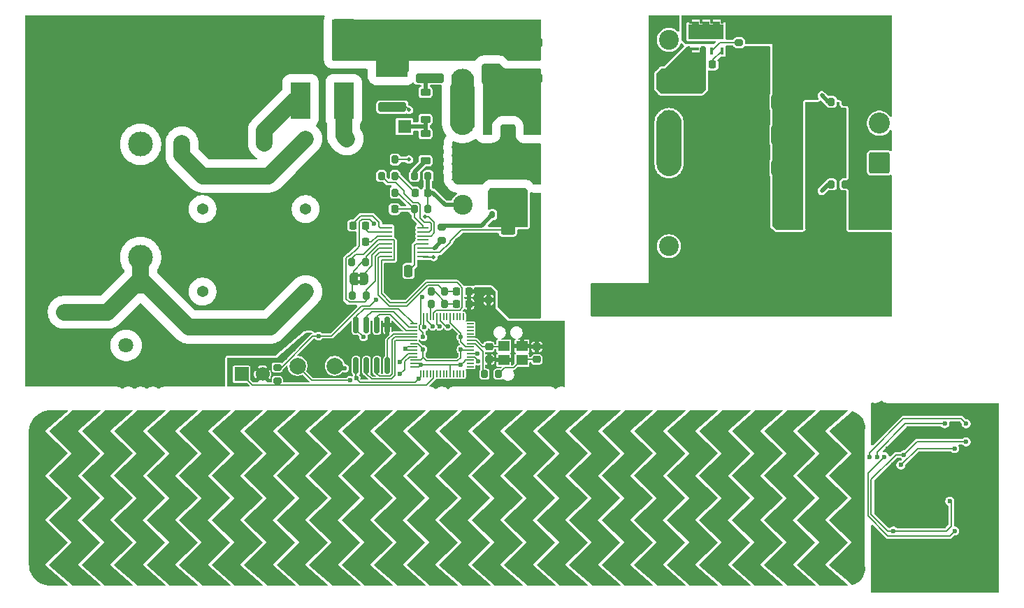
<source format=gbr>
%TF.GenerationSoftware,KiCad,Pcbnew,9.0.0-9.0.0-2~ubuntu24.04.1*%
%TF.CreationDate,2025-04-09T05:26:43-04:00*%
%TF.ProjectId,ECE2799_LED-Lamp,45434532-3739-4395-9f4c-45442d4c616d,rev?*%
%TF.SameCoordinates,Original*%
%TF.FileFunction,Copper,L2,Bot*%
%TF.FilePolarity,Positive*%
%FSLAX46Y46*%
G04 Gerber Fmt 4.6, Leading zero omitted, Abs format (unit mm)*
G04 Created by KiCad (PCBNEW 9.0.0-9.0.0-2~ubuntu24.04.1) date 2025-04-09 05:26:43*
%MOMM*%
%LPD*%
G01*
G04 APERTURE LIST*
G04 Aperture macros list*
%AMRoundRect*
0 Rectangle with rounded corners*
0 $1 Rounding radius*
0 $2 $3 $4 $5 $6 $7 $8 $9 X,Y pos of 4 corners*
0 Add a 4 corners polygon primitive as box body*
4,1,4,$2,$3,$4,$5,$6,$7,$8,$9,$2,$3,0*
0 Add four circle primitives for the rounded corners*
1,1,$1+$1,$2,$3*
1,1,$1+$1,$4,$5*
1,1,$1+$1,$6,$7*
1,1,$1+$1,$8,$9*
0 Add four rect primitives between the rounded corners*
20,1,$1+$1,$2,$3,$4,$5,0*
20,1,$1+$1,$4,$5,$6,$7,0*
20,1,$1+$1,$6,$7,$8,$9,0*
20,1,$1+$1,$8,$9,$2,$3,0*%
%AMFreePoly0*
4,1,23,0.500000,-0.750000,0.000000,-0.750000,0.000000,-0.745722,-0.065263,-0.745722,-0.191342,-0.711940,-0.304381,-0.646677,-0.396677,-0.554381,-0.461940,-0.441342,-0.495722,-0.315263,-0.495722,-0.250000,-0.500000,-0.250000,-0.500000,0.250000,-0.495722,0.250000,-0.495722,0.315263,-0.461940,0.441342,-0.396677,0.554381,-0.304381,0.646677,-0.191342,0.711940,-0.065263,0.745722,0.000000,0.745722,
0.000000,0.750000,0.500000,0.750000,0.500000,-0.750000,0.500000,-0.750000,$1*%
%AMFreePoly1*
4,1,23,0.000000,0.745722,0.065263,0.745722,0.191342,0.711940,0.304381,0.646677,0.396677,0.554381,0.461940,0.441342,0.495722,0.315263,0.495722,0.250000,0.500000,0.250000,0.500000,-0.250000,0.495722,-0.250000,0.495722,-0.315263,0.461940,-0.441342,0.396677,-0.554381,0.304381,-0.646677,0.191342,-0.711940,0.065263,-0.745722,0.000000,-0.745722,0.000000,-0.750000,-0.500000,-0.750000,
-0.500000,0.750000,0.000000,0.750000,0.000000,0.745722,0.000000,0.745722,$1*%
G04 Aperture macros list end*
%TA.AperFunction,EtchedComponent*%
%ADD10C,0.000000*%
%TD*%
%TA.AperFunction,ComponentPad*%
%ADD11C,2.400000*%
%TD*%
%TA.AperFunction,ComponentPad*%
%ADD12C,1.800000*%
%TD*%
%TA.AperFunction,ComponentPad*%
%ADD13C,3.000000*%
%TD*%
%TA.AperFunction,ComponentPad*%
%ADD14R,1.600000X1.600000*%
%TD*%
%TA.AperFunction,ComponentPad*%
%ADD15C,1.600000*%
%TD*%
%TA.AperFunction,ComponentPad*%
%ADD16R,2.400000X2.400000*%
%TD*%
%TA.AperFunction,ComponentPad*%
%ADD17R,1.700000X1.700000*%
%TD*%
%TA.AperFunction,ComponentPad*%
%ADD18C,1.700000*%
%TD*%
%TA.AperFunction,ComponentPad*%
%ADD19C,2.000000*%
%TD*%
%TA.AperFunction,ComponentPad*%
%ADD20RoundRect,0.249999X1.025001X-1.025001X1.025001X1.025001X-1.025001X1.025001X-1.025001X-1.025001X0*%
%TD*%
%TA.AperFunction,ComponentPad*%
%ADD21C,2.550000*%
%TD*%
%TA.AperFunction,ComponentPad*%
%ADD22C,1.371600*%
%TD*%
%TA.AperFunction,SMDPad,CuDef*%
%ADD23C,1.524000*%
%TD*%
%TA.AperFunction,SMDPad,CuDef*%
%ADD24C,2.000000*%
%TD*%
%TA.AperFunction,SMDPad,CuDef*%
%ADD25RoundRect,0.225000X-0.375000X0.225000X-0.375000X-0.225000X0.375000X-0.225000X0.375000X0.225000X0*%
%TD*%
%TA.AperFunction,SMDPad,CuDef*%
%ADD26RoundRect,0.152500X0.152500X-0.262500X0.152500X0.262500X-0.152500X0.262500X-0.152500X-0.262500X0*%
%TD*%
%TA.AperFunction,SMDPad,CuDef*%
%ADD27R,4.420000X0.540000*%
%TD*%
%TA.AperFunction,SMDPad,CuDef*%
%ADD28R,4.300000X2.200000*%
%TD*%
%TA.AperFunction,SMDPad,CuDef*%
%ADD29RoundRect,0.225000X0.225000X0.250000X-0.225000X0.250000X-0.225000X-0.250000X0.225000X-0.250000X0*%
%TD*%
%TA.AperFunction,SMDPad,CuDef*%
%ADD30RoundRect,0.250000X-0.650000X1.000000X-0.650000X-1.000000X0.650000X-1.000000X0.650000X1.000000X0*%
%TD*%
%TA.AperFunction,SMDPad,CuDef*%
%ADD31RoundRect,0.200000X-0.200000X-0.275000X0.200000X-0.275000X0.200000X0.275000X-0.200000X0.275000X0*%
%TD*%
%TA.AperFunction,SMDPad,CuDef*%
%ADD32RoundRect,0.250000X-1.450000X0.312500X-1.450000X-0.312500X1.450000X-0.312500X1.450000X0.312500X0*%
%TD*%
%TA.AperFunction,SMDPad,CuDef*%
%ADD33RoundRect,0.225000X-0.225000X-0.250000X0.225000X-0.250000X0.225000X0.250000X-0.225000X0.250000X0*%
%TD*%
%TA.AperFunction,SMDPad,CuDef*%
%ADD34RoundRect,0.200000X0.200000X0.275000X-0.200000X0.275000X-0.200000X-0.275000X0.200000X-0.275000X0*%
%TD*%
%TA.AperFunction,SMDPad,CuDef*%
%ADD35RoundRect,0.225000X0.375000X-0.225000X0.375000X0.225000X-0.375000X0.225000X-0.375000X-0.225000X0*%
%TD*%
%TA.AperFunction,SMDPad,CuDef*%
%ADD36RoundRect,0.250000X-0.625000X0.312500X-0.625000X-0.312500X0.625000X-0.312500X0.625000X0.312500X0*%
%TD*%
%TA.AperFunction,SMDPad,CuDef*%
%ADD37RoundRect,0.200000X-0.275000X0.200000X-0.275000X-0.200000X0.275000X-0.200000X0.275000X0.200000X0*%
%TD*%
%TA.AperFunction,SMDPad,CuDef*%
%ADD38FreePoly0,180.000000*%
%TD*%
%TA.AperFunction,SMDPad,CuDef*%
%ADD39FreePoly1,180.000000*%
%TD*%
%TA.AperFunction,SMDPad,CuDef*%
%ADD40RoundRect,0.050000X-0.050000X0.387500X-0.050000X-0.387500X0.050000X-0.387500X0.050000X0.387500X0*%
%TD*%
%TA.AperFunction,SMDPad,CuDef*%
%ADD41RoundRect,0.050000X-0.387500X0.050000X-0.387500X-0.050000X0.387500X-0.050000X0.387500X0.050000X0*%
%TD*%
%TA.AperFunction,HeatsinkPad*%
%ADD42R,3.200000X3.200000*%
%TD*%
%TA.AperFunction,SMDPad,CuDef*%
%ADD43RoundRect,0.250000X0.312500X0.625000X-0.312500X0.625000X-0.312500X-0.625000X0.312500X-0.625000X0*%
%TD*%
%TA.AperFunction,SMDPad,CuDef*%
%ADD44RoundRect,0.250000X0.325000X0.650000X-0.325000X0.650000X-0.325000X-0.650000X0.325000X-0.650000X0*%
%TD*%
%TA.AperFunction,SMDPad,CuDef*%
%ADD45R,0.457200X0.889000*%
%TD*%
%TA.AperFunction,SMDPad,CuDef*%
%ADD46RoundRect,0.250000X1.000000X0.900000X-1.000000X0.900000X-1.000000X-0.900000X1.000000X-0.900000X0*%
%TD*%
%TA.AperFunction,SMDPad,CuDef*%
%ADD47RoundRect,0.225000X0.250000X-0.225000X0.250000X0.225000X-0.250000X0.225000X-0.250000X-0.225000X0*%
%TD*%
%TA.AperFunction,SMDPad,CuDef*%
%ADD48R,2.400000X4.400000*%
%TD*%
%TA.AperFunction,SMDPad,CuDef*%
%ADD49R,1.333500X0.279400*%
%TD*%
%TA.AperFunction,SMDPad,CuDef*%
%ADD50R,1.752600X2.946400*%
%TD*%
%TA.AperFunction,SMDPad,CuDef*%
%ADD51RoundRect,0.150000X-0.150000X0.825000X-0.150000X-0.825000X0.150000X-0.825000X0.150000X0.825000X0*%
%TD*%
%TA.AperFunction,SMDPad,CuDef*%
%ADD52RoundRect,0.225000X-0.250000X0.225000X-0.250000X-0.225000X0.250000X-0.225000X0.250000X0.225000X0*%
%TD*%
%TA.AperFunction,SMDPad,CuDef*%
%ADD53RoundRect,0.250000X-0.250000X-0.475000X0.250000X-0.475000X0.250000X0.475000X-0.250000X0.475000X0*%
%TD*%
%TA.AperFunction,SMDPad,CuDef*%
%ADD54R,1.400000X1.200000*%
%TD*%
%TA.AperFunction,SMDPad,CuDef*%
%ADD55RoundRect,0.250000X0.900000X-1.000000X0.900000X1.000000X-0.900000X1.000000X-0.900000X-1.000000X0*%
%TD*%
%TA.AperFunction,SMDPad,CuDef*%
%ADD56RoundRect,0.200000X0.275000X-0.200000X0.275000X0.200000X-0.275000X0.200000X-0.275000X-0.200000X0*%
%TD*%
%TA.AperFunction,ViaPad*%
%ADD57C,0.600000*%
%TD*%
%TA.AperFunction,ViaPad*%
%ADD58C,0.508000*%
%TD*%
%TA.AperFunction,Conductor*%
%ADD59C,0.500000*%
%TD*%
%TA.AperFunction,Conductor*%
%ADD60C,0.200000*%
%TD*%
%TA.AperFunction,Conductor*%
%ADD61C,0.152400*%
%TD*%
%TA.AperFunction,Conductor*%
%ADD62C,2.000000*%
%TD*%
G04 APERTURE END LIST*
D10*
%TA.AperFunction,EtchedComponent*%
%TO.C,JP2*%
G36*
X135171168Y-116236498D02*
G01*
X134671168Y-116236498D01*
X134671168Y-115836498D01*
X135171168Y-115836498D01*
X135171168Y-116236498D01*
G37*
%TD.AperFunction*%
%TA.AperFunction,EtchedComponent*%
G36*
X135171168Y-117036498D02*
G01*
X134671168Y-117036498D01*
X134671168Y-116636498D01*
X135171168Y-116636498D01*
X135171168Y-117036498D01*
G37*
%TD.AperFunction*%
%TA.AperFunction,EtchedComponent*%
%TO.C,U2*%
G36*
X176136400Y-88744499D02*
G01*
X175323600Y-88744499D01*
X175323600Y-88405499D01*
X176136400Y-88405499D01*
X176136400Y-88744499D01*
G37*
%TD.AperFunction*%
%TA.AperFunction,EtchedComponent*%
G36*
X176136400Y-85594501D02*
G01*
X176593600Y-85594501D01*
X176593600Y-85255501D01*
X177406400Y-85255501D01*
X177406400Y-85594501D01*
X177863600Y-85594501D01*
X177863600Y-85255501D01*
X178676400Y-85255501D01*
X178676400Y-85594501D01*
X179133600Y-85594501D01*
X179133600Y-87399501D01*
X174866400Y-87399501D01*
X174866400Y-85594501D01*
X175323600Y-85594501D01*
X175323600Y-85255501D01*
X176136400Y-85255501D01*
X176136400Y-85594501D01*
G37*
%TD.AperFunction*%
%TD*%
D11*
%TO.P,T1,1*%
%TO.N,/LED_Driver_AC-DC/VHV*%
X147500000Y-87500000D03*
%TO.P,T1,2*%
%TO.N,/LED_Driver_AC-DC/PRIMARY_TIE*%
X147500000Y-92500000D03*
%TO.P,T1,3*%
X147500000Y-97500000D03*
%TO.P,T1,4*%
%TO.N,/LED_Driver_AC-DC/DRAIN*%
X147500000Y-102500000D03*
%TO.P,T1,5*%
%TO.N,Net-(C21-Pad2)*%
X147500000Y-107500000D03*
%TO.P,T1,6*%
%TO.N,GNDPWR*%
X147500000Y-112500000D03*
%TO.P,T1,7*%
%TO.N,N/C*%
X172500000Y-112500000D03*
%TO.P,T1,8*%
%TO.N,/DC-*%
X172500000Y-107500000D03*
%TO.P,T1,9*%
%TO.N,Net-(T1-Pad10)*%
X172500000Y-102500000D03*
%TO.P,T1,10*%
X172500000Y-97500000D03*
%TO.P,T1,11*%
%TO.N,Net-(C4-Pad1)*%
X172500000Y-92500000D03*
%TO.P,T1,12*%
%TO.N,N/C*%
X172500000Y-87500000D03*
%TD*%
D12*
%TO.P,RV1,1*%
%TO.N,/AC+*%
X106750000Y-124500000D03*
%TO.P,RV1,2*%
%TO.N,/AC-*%
X99250000Y-120500000D03*
%TD*%
D13*
%TO.P,J1,1,L*%
%TO.N,/AC+*%
X108500000Y-100150000D03*
%TO.P,J1,2,N*%
%TO.N,/AC-*%
X108500000Y-113850000D03*
%TO.P,J1,3,PE*%
%TO.N,GNDPWR*%
X108500000Y-107000000D03*
%TD*%
D11*
%TO.P,C2,1*%
%TO.N,/LED_Driver_AC-DC/VHV*%
X139500000Y-89000000D03*
%TO.P,C2,2*%
%TO.N,GNDPWR*%
X124500000Y-89000000D03*
%TD*%
D14*
%TO.P,C3,1*%
%TO.N,/LED_Driver_AC-DC/VIN*%
X140455113Y-98000000D03*
D15*
%TO.P,C3,2*%
%TO.N,GNDPWR*%
X138455113Y-98000000D03*
%TD*%
D16*
%TO.P,C11,1*%
%TO.N,/DC+*%
X186323959Y-109000000D03*
D11*
%TO.P,C11,2*%
%TO.N,/DC-*%
X181323959Y-109000000D03*
%TD*%
D16*
%TO.P,C10,1*%
%TO.N,/DC+*%
X186323959Y-91000000D03*
D11*
%TO.P,C10,2*%
%TO.N,/DC-*%
X181323959Y-91000000D03*
%TD*%
D17*
%TO.P,J4,1,Pin_1*%
%TO.N,/Microcontroller/TEMP_SENSE*%
X120725000Y-128000000D03*
D18*
%TO.P,J4,2,Pin_2*%
%TO.N,GND*%
X123265000Y-128000000D03*
%TD*%
D19*
%TO.P,C1,1*%
%TO.N,/LED_Driver_AC-DC/AC_EMI+*%
X113500000Y-100000000D03*
%TO.P,C1,2*%
%TO.N,/LED_Driver_AC-DC/AC_EMI-*%
X123500000Y-100000000D03*
%TD*%
D20*
%TO.P,J6,1,Pin_1*%
%TO.N,/LED_A*%
X198000000Y-102400000D03*
D21*
%TO.P,J6,2,Pin_2*%
%TO.N,/LED_B*%
X198000000Y-97600000D03*
%TD*%
D12*
%TO.P,L1,1*%
%TO.N,/LED_Driver_AC-DC/AC_Filter+*%
X133500000Y-99500000D03*
%TO.P,L1,2*%
%TO.N,/LED_Driver_AC-DC/AC_EMI+*%
X128500000Y-99500000D03*
%TD*%
D22*
%TO.P,FL1,1,1*%
%TO.N,/AC-*%
X128500000Y-118000000D03*
%TO.P,FL1,2,2*%
%TO.N,/AC+*%
X116000000Y-118000000D03*
%TO.P,FL1,3,3*%
%TO.N,/LED_Driver_AC-DC/AC_EMI+*%
X116000000Y-108000000D03*
%TO.P,FL1,4,4*%
%TO.N,/LED_Driver_AC-DC/AC_EMI-*%
X128500000Y-108000000D03*
%TD*%
D23*
%TO.P,CS1,1*%
%TO.N,/Capacitive_Touch_Sensor/SENSE1*%
X96800000Y-138940000D03*
%TO.P,CS1,2*%
%TO.N,/Capacitive_Touch_Sensor/SENSE2*%
X100721600Y-138940000D03*
%TO.P,CS1,3*%
%TO.N,/Capacitive_Touch_Sensor/SENSE3*%
X104643200Y-138940000D03*
%TO.P,CS1,4*%
%TO.N,/Capacitive_Touch_Sensor/SENSE4*%
X108564800Y-138940000D03*
%TO.P,CS1,5*%
%TO.N,/Capacitive_Touch_Sensor/SENSE5*%
X112486400Y-138940000D03*
%TO.P,CS1,6*%
%TO.N,/Capacitive_Touch_Sensor/SENSE6*%
X116408000Y-138940000D03*
%TO.P,CS1,7*%
%TO.N,/Capacitive_Touch_Sensor/SENSE7*%
X120329600Y-138940000D03*
%TO.P,CS1,8*%
%TO.N,/Capacitive_Touch_Sensor/SENSE8*%
X124251200Y-138940000D03*
%TO.P,CS1,9*%
%TO.N,/Capacitive_Touch_Sensor/SENSE9*%
X128172800Y-138940000D03*
%TO.P,CS1,10*%
%TO.N,/Capacitive_Touch_Sensor/SENSE10*%
X132094400Y-138940000D03*
%TO.P,CS1,11*%
%TO.N,/Capacitive_Touch_Sensor/SENSE11*%
X136016000Y-138940000D03*
%TO.P,CS1,12*%
%TO.N,/Capacitive_Touch_Sensor/SENSE12*%
X139937600Y-138940000D03*
%TO.P,CS1,13*%
%TO.N,/Capacitive_Touch_Sensor/SENSE13*%
X143859200Y-138940000D03*
%TO.P,CS1,14*%
%TO.N,/Capacitive_Touch_Sensor/SENSE14*%
X147780800Y-138940000D03*
%TO.P,CS1,15*%
%TO.N,/Capacitive_Touch_Sensor/SENSE15*%
X151702400Y-138940000D03*
%TO.P,CS1,16*%
%TO.N,/Capacitive_Touch_Sensor/SENSE16*%
X155624000Y-138940000D03*
%TO.P,CS1,17*%
%TO.N,/Capacitive_Touch_Sensor/SENSE17*%
X159545600Y-138940000D03*
%TO.P,CS1,18*%
%TO.N,/Capacitive_Touch_Sensor/SENSE18*%
X163467200Y-138940000D03*
%TO.P,CS1,19*%
%TO.N,/Capacitive_Touch_Sensor/SENSE19*%
X167388800Y-138940000D03*
%TO.P,CS1,20*%
%TO.N,/Capacitive_Touch_Sensor/SENSE20*%
X171310400Y-138940000D03*
%TO.P,CS1,21*%
%TO.N,/Capacitive_Touch_Sensor/SENSE21*%
X175232000Y-138940000D03*
%TO.P,CS1,22*%
%TO.N,/Capacitive_Touch_Sensor/SENSE22*%
X179153600Y-138940000D03*
%TO.P,CS1,23*%
%TO.N,/Capacitive_Touch_Sensor/SENSE23*%
X183075200Y-138940000D03*
%TO.P,CS1,24*%
%TO.N,/Capacitive_Touch_Sensor/SENSE24*%
X186996800Y-138940000D03*
%TO.P,CS1,25*%
%TO.N,/Capacitive_Touch_Sensor/SENSE25*%
X190918400Y-138940000D03*
%TO.P,CS1,26*%
%TO.N,/Capacitive_Touch_Sensor/SENSE26*%
X194840000Y-138940000D03*
%TD*%
D19*
%TO.P,C20,1*%
%TO.N,GNDPWR*%
X155000000Y-119000000D03*
%TO.P,C20,2*%
%TO.N,/DC-*%
X165000000Y-119000000D03*
%TD*%
D24*
%TO.P,TP2,1,1*%
%TO.N,/Microcontroller/USB_DM_in*%
X132000000Y-127000000D03*
%TD*%
D25*
%TO.P,D5,1,K*%
%TO.N,/LED_Driver_AC-DC/VIN*%
X143000000Y-98850000D03*
%TO.P,D5,2,A*%
%TO.N,Net-(D5-A)*%
X143000000Y-102150000D03*
%TD*%
D26*
%TO.P,Q1,1,S*%
%TO.N,/LED_Driver_AC-DC/SENSE*%
X154905000Y-108690000D03*
%TO.P,Q1,2,S*%
X153640000Y-108690000D03*
%TO.P,Q1,3,SS*%
X152370000Y-108690000D03*
%TO.P,Q1,4,G*%
%TO.N,/LED_Driver_AC-DC/GATE*%
X151100000Y-108690000D03*
%TO.P,Q1,5,D*%
%TO.N,/LED_Driver_AC-DC/DRAIN*%
X151095000Y-103010000D03*
%TO.P,Q1,6,D*%
X152365000Y-103010000D03*
%TO.P,Q1,7,D*%
X153635000Y-103010000D03*
D27*
%TO.P,Q1,8,D*%
X153000000Y-103280000D03*
D26*
X154905000Y-103010000D03*
D28*
%TO.P,Q1,9,S*%
%TO.N,/LED_Driver_AC-DC/SENSE*%
X153000000Y-106550000D03*
%TD*%
D29*
%TO.P,C7,1*%
%TO.N,Net-(U1-CT)*%
X135775000Y-112000000D03*
%TO.P,C7,2*%
%TO.N,GNDPWR*%
X134225000Y-112000000D03*
%TD*%
D30*
%TO.P,D4,1,K*%
%TO.N,/LED_Driver_AC-DC/FREEWHEEL*%
X153000000Y-95000000D03*
%TO.P,D4,2,A*%
%TO.N,/LED_Driver_AC-DC/DRAIN*%
X153000000Y-99000000D03*
%TD*%
D31*
%TO.P,R37,1*%
%TO.N,Net-(C36-Pad1)*%
X143675000Y-118000000D03*
%TO.P,R37,2*%
%TO.N,/DIM*%
X145325000Y-118000000D03*
%TD*%
D32*
%TO.P,R32,1*%
%TO.N,/LED_Driver_AC-DC/VHV*%
X155500000Y-87862500D03*
%TO.P,R32,2*%
%TO.N,/LED_Driver_AC-DC/FREEWHEEL*%
X155500000Y-92137500D03*
%TD*%
D33*
%TO.P,C36,1*%
%TO.N,Net-(C36-Pad1)*%
X146725000Y-119500000D03*
%TO.P,C36,2*%
%TO.N,GND*%
X148275000Y-119500000D03*
%TD*%
D34*
%TO.P,R23,1*%
%TO.N,/LED_Driver_AC-DC/VINSENSE*%
X139325000Y-102000000D03*
%TO.P,R23,2*%
%TO.N,GNDPWR*%
X137675000Y-102000000D03*
%TD*%
D29*
%TO.P,C6,1*%
%TO.N,Net-(U1-COMP+)*%
X135775000Y-110000000D03*
%TO.P,C6,2*%
%TO.N,Net-(U1-COMP-)*%
X134225000Y-110000000D03*
%TD*%
D33*
%TO.P,C37,1*%
%TO.N,/DIM*%
X146725000Y-118000000D03*
%TO.P,C37,2*%
%TO.N,GND*%
X148275000Y-118000000D03*
%TD*%
D31*
%TO.P,R7,1*%
%TO.N,/LED_Driver_AC-DC/DCM*%
X137675000Y-104000000D03*
%TO.P,R7,2*%
%TO.N,Net-(C21-Pad1)*%
X139325000Y-104000000D03*
%TD*%
D24*
%TO.P,TP1,1,1*%
%TO.N,/Microcontroller/USB_DP_in*%
X127500000Y-127000000D03*
%TD*%
D31*
%TO.P,R5,1*%
%TO.N,Net-(D5-A)*%
X141675000Y-104000000D03*
%TO.P,R5,2*%
%TO.N,Net-(C21-Pad2)*%
X143325000Y-104000000D03*
%TD*%
D35*
%TO.P,D8,1,K*%
%TO.N,/LED_Driver_AC-DC/VIN*%
X143000000Y-97150000D03*
%TO.P,D8,2,A*%
%TO.N,Net-(D8-A)*%
X143000000Y-93850000D03*
%TD*%
D36*
%TO.P,R8,1*%
%TO.N,/LED_Driver_AC-DC/SENSE*%
X153000000Y-110537500D03*
%TO.P,R8,2*%
%TO.N,GNDPWR*%
X153000000Y-113462500D03*
%TD*%
D31*
%TO.P,R26,1*%
%TO.N,/LED_Driver_AC-DC/VREF*%
X134175000Y-118500000D03*
%TO.P,R26,2*%
%TO.N,/LED_Driver_AC-DC/CTRL2*%
X135825000Y-118500000D03*
%TD*%
%TO.P,R4,1*%
%TO.N,GNDPWR*%
X137675000Y-106000000D03*
%TO.P,R4,2*%
%TO.N,/LED_Driver_AC-DC/FB*%
X139325000Y-106000000D03*
%TD*%
D32*
%TO.P,R1,1*%
%TO.N,/LED_Driver_AC-DC/VHV*%
X143500000Y-87862500D03*
%TO.P,R1,2*%
%TO.N,Net-(D8-A)*%
X143500000Y-92137500D03*
%TD*%
D34*
%TO.P,R6,1*%
%TO.N,/DC+*%
X193825000Y-105000000D03*
%TO.P,R6,2*%
%TO.N,Net-(D6-K)*%
X192175000Y-105000000D03*
%TD*%
D37*
%TO.P,R38,1*%
%TO.N,+3V3*%
X125045000Y-127175000D03*
%TO.P,R38,2*%
%TO.N,/Microcontroller/TEMP_SENSE*%
X125045000Y-128825000D03*
%TD*%
D38*
%TO.P,JP2,1,A*%
%TO.N,/LED_Driver_AC-DC/CRTL3*%
X135571168Y-116436498D03*
D39*
%TO.P,JP2,2,B*%
%TO.N,/LED_Driver_AC-DC/VREF*%
X134271168Y-116436498D03*
%TD*%
D33*
%TO.P,C4,1*%
%TO.N,Net-(C4-Pad1)*%
X176225000Y-90500000D03*
%TO.P,C4,2*%
%TO.N,Net-(U2-VDD)*%
X177775000Y-90500000D03*
%TD*%
D40*
%TO.P,U7,1,IOVDD*%
%TO.N,+3V3*%
X142400000Y-121062500D03*
%TO.P,U7,2,GPIO0*%
%TO.N,/Microcontroller/SDA*%
X142800001Y-121062500D03*
%TO.P,U7,3,GPIO1*%
%TO.N,/Microcontroller/SCL*%
X143200000Y-121062500D03*
%TO.P,U7,4,GPIO2*%
%TO.N,/Microcontroller/PWM_DIM*%
X143600000Y-121062500D03*
%TO.P,U7,5,GPIO3*%
%TO.N,/~{FAULT}*%
X144000000Y-121062500D03*
%TO.P,U7,6,GPIO4*%
%TO.N,/DIR_A*%
X144399999Y-121062500D03*
%TO.P,U7,7,GPIO5*%
%TO.N,/DIR_B*%
X144800000Y-121062500D03*
%TO.P,U7,8,GPIO6*%
%TO.N,unconnected-(U7-GPIO6-Pad8)*%
X145200000Y-121062500D03*
%TO.P,U7,9,GPIO7*%
%TO.N,unconnected-(U7-GPIO7-Pad9)*%
X145600001Y-121062500D03*
%TO.P,U7,10,IOVDD*%
%TO.N,+3V3*%
X146000000Y-121062500D03*
%TO.P,U7,11,GPIO8*%
%TO.N,unconnected-(U7-GPIO8-Pad11)*%
X146400000Y-121062500D03*
%TO.P,U7,12,GPIO9*%
%TO.N,unconnected-(U7-GPIO9-Pad12)*%
X146800000Y-121062500D03*
%TO.P,U7,13,GPIO10*%
%TO.N,unconnected-(U7-GPIO10-Pad13)*%
X147199999Y-121062500D03*
%TO.P,U7,14,GPIO11*%
%TO.N,unconnected-(U7-GPIO11-Pad14)*%
X147600000Y-121062500D03*
D41*
%TO.P,U7,15,GPIO12*%
%TO.N,unconnected-(U7-GPIO12-Pad15)*%
X148437500Y-121900000D03*
%TO.P,U7,16,GPIO13*%
%TO.N,unconnected-(U7-GPIO13-Pad16)*%
X148437500Y-122300001D03*
%TO.P,U7,17,GPIO14*%
%TO.N,unconnected-(U7-GPIO14-Pad17)*%
X148437500Y-122700000D03*
%TO.P,U7,18,GPIO15*%
%TO.N,unconnected-(U7-GPIO15-Pad18)*%
X148437500Y-123100000D03*
%TO.P,U7,19,TESTEN*%
%TO.N,GND*%
X148437500Y-123500000D03*
%TO.P,U7,20,XIN*%
%TO.N,/Microcontroller/XIN*%
X148437500Y-123899999D03*
%TO.P,U7,21,XOUT*%
%TO.N,/Microcontroller/XOUT*%
X148437500Y-124300000D03*
%TO.P,U7,22,IOVDD*%
%TO.N,+3V3*%
X148437500Y-124700000D03*
%TO.P,U7,23,DVDD*%
%TO.N,+1V1*%
X148437500Y-125100001D03*
%TO.P,U7,24,SWCLK*%
%TO.N,/Microcontroller/SWCLK*%
X148437500Y-125500000D03*
%TO.P,U7,25,SWD*%
%TO.N,/Microcontroller/SWDIO*%
X148437500Y-125900000D03*
%TO.P,U7,26,RUN*%
%TO.N,+3V3*%
X148437500Y-126300000D03*
%TO.P,U7,27,GPIO16*%
%TO.N,unconnected-(U7-GPIO16-Pad27)*%
X148437500Y-126699999D03*
%TO.P,U7,28,GPIO17*%
%TO.N,unconnected-(U7-GPIO17-Pad28)*%
X148437500Y-127100000D03*
D40*
%TO.P,U7,29,GPIO18*%
%TO.N,unconnected-(U7-GPIO18-Pad29)*%
X147600000Y-127937500D03*
%TO.P,U7,30,GPIO19*%
%TO.N,unconnected-(U7-GPIO19-Pad30)*%
X147199999Y-127937500D03*
%TO.P,U7,31,GPIO20*%
%TO.N,unconnected-(U7-GPIO20-Pad31)*%
X146800000Y-127937500D03*
%TO.P,U7,32,GPIO21*%
%TO.N,unconnected-(U7-GPIO21-Pad32)*%
X146400000Y-127937500D03*
%TO.P,U7,33,IOVDD*%
%TO.N,+3V3*%
X146000000Y-127937500D03*
%TO.P,U7,34,GPIO22*%
%TO.N,unconnected-(U7-GPIO22-Pad34)*%
X145600001Y-127937500D03*
%TO.P,U7,35,GPIO23*%
%TO.N,unconnected-(U7-GPIO23-Pad35)*%
X145200000Y-127937500D03*
%TO.P,U7,36,GPIO24*%
%TO.N,unconnected-(U7-GPIO24-Pad36)*%
X144800000Y-127937500D03*
%TO.P,U7,37,GPIO25*%
%TO.N,unconnected-(U7-GPIO25-Pad37)*%
X144399999Y-127937500D03*
%TO.P,U7,38,GPIO26_ADC0*%
%TO.N,/Microcontroller/TEMP_SENSE*%
X144000000Y-127937500D03*
%TO.P,U7,39,GPIO27_ADC1*%
%TO.N,unconnected-(U7-GPIO27_ADC1-Pad39)*%
X143600000Y-127937500D03*
%TO.P,U7,40,GPIO28_ADC2*%
%TO.N,unconnected-(U7-GPIO28_ADC2-Pad40)*%
X143200000Y-127937500D03*
%TO.P,U7,41,GPIO29_ADC3*%
%TO.N,unconnected-(U7-GPIO29_ADC3-Pad41)*%
X142800001Y-127937500D03*
%TO.P,U7,42,IOVDD*%
%TO.N,+3V3*%
X142400000Y-127937500D03*
D41*
%TO.P,U7,43,ADC_AVDD*%
X141562500Y-127100000D03*
%TO.P,U7,44,VREG_IN*%
X141562500Y-126699999D03*
%TO.P,U7,45,VREG_VOUT*%
%TO.N,+1V1*%
X141562500Y-126300000D03*
%TO.P,U7,46,USB_DM*%
%TO.N,/Microcontroller/USB_DM*%
X141562500Y-125900000D03*
%TO.P,U7,47,USB_DP*%
%TO.N,/Microcontroller/USB_DP*%
X141562500Y-125500000D03*
%TO.P,U7,48,USB_VDD*%
%TO.N,+3V3*%
X141562500Y-125100001D03*
%TO.P,U7,49,IOVDD*%
X141562500Y-124700000D03*
%TO.P,U7,50,DVDD*%
%TO.N,+1V1*%
X141562500Y-124300000D03*
%TO.P,U7,51,QSPI_SD3*%
%TO.N,/Microcontroller/QSPI_IO3*%
X141562500Y-123899999D03*
%TO.P,U7,52,QSPI_SCLK*%
%TO.N,/Microcontroller/QSPI_CLK*%
X141562500Y-123500000D03*
%TO.P,U7,53,QSPI_SD0*%
%TO.N,/Microcontroller/QSPI_IO0*%
X141562500Y-123100000D03*
%TO.P,U7,54,QSPI_SD2*%
%TO.N,/Microcontroller/QSPI_IO2*%
X141562500Y-122700000D03*
%TO.P,U7,55,QSPI_SD1*%
%TO.N,/Microcontroller/QSPI_IO1*%
X141562500Y-122300001D03*
%TO.P,U7,56,QSPI_SS*%
%TO.N,/Microcontroller/QSPI_~{CS}*%
X141562500Y-121900000D03*
D42*
%TO.P,U7,57,GND*%
%TO.N,GND*%
X145000000Y-124500000D03*
%TD*%
D33*
%TO.P,C9,1*%
%TO.N,GNDPWR*%
X137725000Y-108000000D03*
%TO.P,C9,2*%
%TO.N,/LED_Driver_AC-DC/FB*%
X139275000Y-108000000D03*
%TD*%
D43*
%TO.P,R27,1*%
%TO.N,/DC+*%
X185462500Y-95000000D03*
%TO.P,R27,2*%
%TO.N,/DC-*%
X182537500Y-95000000D03*
%TD*%
D44*
%TO.P,C23,1*%
%TO.N,/DC+*%
X185475000Y-103000000D03*
%TO.P,C23,2*%
%TO.N,/DC-*%
X182525000Y-103000000D03*
%TD*%
D45*
%TO.P,U2,1,VDD*%
%TO.N,Net-(U2-VDD)*%
X178905000Y-88849999D03*
%TO.P,U2,2,SENSE*%
%TO.N,Net-(U2-SENSE)*%
X177635000Y-88849999D03*
%TO.P,U2,3,VS*%
%TO.N,Net-(C4-Pad1)*%
X176365000Y-88849999D03*
%TO.P,U2,4,VS*%
X175095000Y-88849999D03*
%TO.P,U2,5,VD*%
%TO.N,/DC+*%
X175095000Y-85150001D03*
%TO.P,U2,6,VD*%
X176365000Y-85150001D03*
%TO.P,U2,7,VD*%
X177635000Y-85150001D03*
%TO.P,U2,8,VD*%
X178905000Y-85150001D03*
%TD*%
D33*
%TO.P,C21,1*%
%TO.N,Net-(C21-Pad1)*%
X141725000Y-106000000D03*
%TO.P,C21,2*%
%TO.N,Net-(C21-Pad2)*%
X143275000Y-106000000D03*
%TD*%
D46*
%TO.P,D9,1,A1*%
%TO.N,/DC+*%
X186150000Y-99000000D03*
%TO.P,D9,2,A2*%
%TO.N,/DC-*%
X181850000Y-99000000D03*
%TD*%
D47*
%TO.P,C35,1*%
%TO.N,/Microcontroller/XOUT_drive*%
X156488368Y-126223838D03*
%TO.P,C35,2*%
%TO.N,GND*%
X156488368Y-124673838D03*
%TD*%
D48*
%TO.P,D1,1,+*%
%TO.N,/LED_Driver_AC-DC/VHV*%
X133100000Y-87150000D03*
%TO.P,D1,2*%
%TO.N,/LED_Driver_AC-DC/AC_Filter+*%
X133100000Y-94850000D03*
%TO.P,D1,3*%
%TO.N,/LED_Driver_AC-DC/AC_EMI-*%
X127900000Y-94850000D03*
%TO.P,D1,4,-*%
%TO.N,GNDPWR*%
X127900000Y-87150000D03*
%TD*%
D32*
%TO.P,R10,1*%
%TO.N,/LED_Driver_AC-DC/VHV*%
X139000000Y-91362500D03*
%TO.P,R10,2*%
%TO.N,/LED_Driver_AC-DC/VINSENSE*%
X139000000Y-95637500D03*
%TD*%
D49*
%TO.P,U1,1,CTRL1*%
%TO.N,/DIM*%
X138283850Y-113751330D03*
%TO.P,U1,2,CTRL2*%
%TO.N,/LED_Driver_AC-DC/CTRL2*%
X138283850Y-113250950D03*
%TO.P,U1,3,CTRL3*%
%TO.N,/LED_Driver_AC-DC/CRTL3*%
X138283850Y-112750570D03*
%TO.P,U1,4,VREF*%
%TO.N,/LED_Driver_AC-DC/VREF*%
X138283850Y-112250190D03*
%TO.P,U1,5,\u002AFAULT*%
%TO.N,/~{FAULT}*%
X138283850Y-111749810D03*
%TO.P,U1,6,CT*%
%TO.N,Net-(U1-CT)*%
X138283850Y-111249430D03*
%TO.P,U1,7,COMP+*%
%TO.N,Net-(U1-COMP+)*%
X138283850Y-110749050D03*
%TO.P,U1,8,COMP-*%
%TO.N,Net-(U1-COMP-)*%
X138283850Y-110248670D03*
%TO.P,U1,9,FB*%
%TO.N,/LED_Driver_AC-DC/FB*%
X142716150Y-110248670D03*
%TO.P,U1,10,DCM*%
%TO.N,/LED_Driver_AC-DC/DCM*%
X142716150Y-110749050D03*
%TO.P,U1,11,VIN*%
%TO.N,/LED_Driver_AC-DC/VIN*%
X142716150Y-111249430D03*
%TO.P,U1,12,NC*%
%TO.N,unconnected-(U1-NC-Pad12)*%
X142716150Y-111749810D03*
%TO.P,U1,13,INTVCC*%
%TO.N,Net-(U1-INTVCC)*%
X142716150Y-112250190D03*
%TO.P,U1,14,GATE*%
%TO.N,Net-(U1-GATE)*%
X142716150Y-112750570D03*
%TO.P,U1,15,SENSE*%
%TO.N,/LED_Driver_AC-DC/SENSE*%
X142716150Y-113250950D03*
%TO.P,U1,16,VIN_SENSE*%
%TO.N,/LED_Driver_AC-DC/VINSENSE*%
X142716150Y-113751330D03*
D50*
%TO.P,U1,EPAD,EPAD*%
%TO.N,GNDPWR*%
X140500000Y-112000000D03*
%TD*%
D51*
%TO.P,U9,1,~{CS}*%
%TO.N,/Microcontroller/QSPI_~{CS}*%
X134595000Y-122025000D03*
%TO.P,U9,2,MISO*%
%TO.N,/Microcontroller/QSPI_IO1*%
X135865000Y-122025000D03*
%TO.P,U9,3,~{WP}*%
%TO.N,/Microcontroller/QSPI_IO2*%
X137135000Y-122025000D03*
%TO.P,U9,4,GND*%
%TO.N,GND*%
X138405000Y-122025000D03*
%TO.P,U9,5,MOSI*%
%TO.N,/Microcontroller/QSPI_IO0*%
X138405000Y-126975000D03*
%TO.P,U9,6,SCK*%
%TO.N,/Microcontroller/QSPI_CLK*%
X137135000Y-126975000D03*
%TO.P,U9,7,~{HOLD}*%
%TO.N,/Microcontroller/QSPI_IO3*%
X135865000Y-126975000D03*
%TO.P,U9,8,VCC*%
%TO.N,+3V3*%
X134595000Y-126975000D03*
%TD*%
D52*
%TO.P,C26,1*%
%TO.N,/Microcontroller/XIN*%
X150700000Y-124673838D03*
%TO.P,C26,2*%
%TO.N,GND*%
X150700000Y-126223838D03*
%TD*%
D34*
%TO.P,R29,1*%
%TO.N,/Microcontroller/XOUT_drive*%
X151825000Y-128000000D03*
%TO.P,R29,2*%
%TO.N,/Microcontroller/XOUT*%
X150175000Y-128000000D03*
%TD*%
%TO.P,R12,1*%
%TO.N,/DC+*%
X193825000Y-95000000D03*
%TO.P,R12,2*%
%TO.N,Net-(D10-K)*%
X192175000Y-95000000D03*
%TD*%
D53*
%TO.P,C8,1*%
%TO.N,GNDPWR*%
X139050000Y-115500000D03*
%TO.P,C8,2*%
%TO.N,Net-(U1-INTVCC)*%
X140950000Y-115500000D03*
%TD*%
D31*
%TO.P,R18,1*%
%TO.N,/~{FAULT}*%
X134096168Y-114436498D03*
%TO.P,R18,2*%
%TO.N,/LED_Driver_AC-DC/VREF*%
X135746168Y-114436498D03*
%TD*%
D54*
%TO.P,Y1,1,1*%
%TO.N,/Microcontroller/XIN*%
X152500000Y-124598838D03*
%TO.P,Y1,2,2*%
%TO.N,GND*%
X154700000Y-124598838D03*
%TO.P,Y1,3,3*%
%TO.N,/Microcontroller/XOUT_drive*%
X154700000Y-126298838D03*
%TO.P,Y1,4,4*%
%TO.N,GND*%
X152500000Y-126298838D03*
%TD*%
D31*
%TO.P,R28,1*%
%TO.N,GND*%
X150675000Y-119000000D03*
%TO.P,R28,2*%
%TO.N,GNDPWR*%
X152325000Y-119000000D03*
%TD*%
D55*
%TO.P,D3,1,A1*%
%TO.N,/LED_Driver_AC-DC/FREEWHEEL*%
X151000000Y-91650000D03*
%TO.P,D3,2,A2*%
%TO.N,/LED_Driver_AC-DC/VHV*%
X151000000Y-87350000D03*
%TD*%
D37*
%TO.P,R2,1*%
%TO.N,/DC+*%
X181000000Y-86175000D03*
%TO.P,R2,2*%
%TO.N,Net-(U2-SENSE)*%
X181000000Y-87825000D03*
%TD*%
D31*
%TO.P,R36,1*%
%TO.N,/Microcontroller/PWM_DIM*%
X143675000Y-119500000D03*
%TO.P,R36,2*%
%TO.N,Net-(C36-Pad1)*%
X145325000Y-119500000D03*
%TD*%
D56*
%TO.P,R25,1*%
%TO.N,Net-(U1-GATE)*%
X145000000Y-111825000D03*
%TO.P,R25,2*%
%TO.N,/LED_Driver_AC-DC/GATE*%
X145000000Y-110175000D03*
%TD*%
D31*
%TO.P,R3,1*%
%TO.N,/LED_Driver_AC-DC/FB*%
X141675000Y-108000000D03*
%TO.P,R3,2*%
%TO.N,Net-(C21-Pad2)*%
X143325000Y-108000000D03*
%TD*%
D57*
%TO.N,GND*%
X146000000Y-123500000D03*
X154605700Y-124598838D03*
X137000000Y-125500000D03*
X145000000Y-124500000D03*
X150500000Y-120000000D03*
X130000000Y-127000000D03*
X144000000Y-124500000D03*
X132000000Y-124000000D03*
X136000000Y-125500000D03*
X144000000Y-123500000D03*
X146000000Y-125500000D03*
X133000000Y-123000000D03*
X137000000Y-124500000D03*
X150000000Y-129000000D03*
X149500000Y-119000000D03*
X133000000Y-124000000D03*
X148500000Y-121000000D03*
X145000000Y-125500000D03*
X134000000Y-124000000D03*
X153000000Y-123498836D03*
X145000000Y-129000000D03*
X146000000Y-124500000D03*
X149000000Y-129000000D03*
X144000000Y-125500000D03*
X145000000Y-123500000D03*
X147000000Y-129000000D03*
X139400000Y-122400000D03*
X150500000Y-118000000D03*
X129000000Y-127000000D03*
X126000000Y-126000000D03*
X130000000Y-128000000D03*
X127000000Y-125000000D03*
X146000000Y-129000000D03*
X136000000Y-124500000D03*
X148000000Y-129000000D03*
X151000000Y-129000000D03*
X133300000Y-125700000D03*
D58*
%TO.N,/LED_Driver_AC-DC/VIN*%
X142964760Y-108909939D03*
%TO.N,/LED_Driver_AC-DC/VINSENSE*%
X141000000Y-102000000D03*
X141000000Y-96000000D03*
X144000000Y-113804950D03*
D57*
%TO.N,/LED_Driver_AC-DC/CTRL2*%
X136725000Y-109802936D03*
%TO.N,+3V3*%
X130060424Y-123402600D03*
X147275000Y-123500000D03*
X142595529Y-118652025D03*
X134626572Y-128446410D03*
X142725000Y-123500000D03*
X147275000Y-126900000D03*
X137000000Y-118997600D03*
X142400000Y-126900000D03*
X142177029Y-128540238D03*
X140575000Y-124913547D03*
D58*
%TO.N,/DC+*%
X195000000Y-97000000D03*
X195000000Y-105787500D03*
X195000000Y-104000000D03*
X195000000Y-96000000D03*
X195000000Y-94212500D03*
%TO.N,/DC-*%
X190104054Y-106104054D03*
X190000000Y-97000000D03*
X192000000Y-107000000D03*
X191800000Y-97000000D03*
X191800000Y-103000000D03*
X191800000Y-104000000D03*
X191800000Y-96000000D03*
%TO.N,Net-(D6-K)*%
X191000000Y-105787500D03*
%TO.N,Net-(D10-K)*%
X191000000Y-94212500D03*
D57*
%TO.N,/DIR_A*%
X144705757Y-122219200D03*
%TO.N,/DIR_B*%
X145726047Y-122219200D03*
%TO.N,Net-(U8-(PR{slash}SCL)P1[1])*%
X200600000Y-139000000D03*
X207100000Y-137000000D03*
%TO.N,Net-(U8-(PR{slash}SDA)P1[0])*%
X198600000Y-138000000D03*
X207100000Y-147000000D03*
%TO.N,/Capacitive_Touch_Sensor/ADDR0*%
X197700000Y-138000000D03*
X205900000Y-134000000D03*
%TO.N,/Capacitive_Touch_Sensor/ADDR1*%
X196800000Y-138000000D03*
X208500000Y-134000000D03*
%TO.N,/Capacitive_Touch_Sensor/SENSE17*%
X160500000Y-148500000D03*
%TO.N,/Capacitive_Touch_Sensor/SENSE18*%
X162500000Y-135000000D03*
%TO.N,/Capacitive_Touch_Sensor/SENSE1*%
X97500000Y-148500000D03*
%TO.N,/Capacitive_Touch_Sensor/SENSE22*%
X178500000Y-135000000D03*
%TO.N,/Capacitive_Touch_Sensor/SENSE26*%
X195000000Y-135100000D03*
%TO.N,/Capacitive_Touch_Sensor/SENSE10*%
X133000000Y-148500000D03*
%TO.N,/Capacitive_Touch_Sensor/SENSE8*%
X125500000Y-148500000D03*
%TO.N,/Capacitive_Touch_Sensor/SENSE14*%
X148500000Y-148500000D03*
%TO.N,/Capacitive_Touch_Sensor/SENSE21*%
X174500000Y-135000000D03*
%TO.N,/Capacitive_Touch_Sensor/SENSE23*%
X182500000Y-135000000D03*
%TO.N,/Capacitive_Touch_Sensor/SENSE3*%
X105500000Y-148500000D03*
%TO.N,/Capacitive_Touch_Sensor/SENSE20*%
X170500000Y-135000000D03*
%TO.N,/Capacitive_Touch_Sensor/SENSE24*%
X186500000Y-135000000D03*
%TO.N,/Capacitive_Touch_Sensor/SENSE15*%
X152500000Y-148500000D03*
%TO.N,/Capacitive_Touch_Sensor/SENSE12*%
X140500000Y-148500000D03*
%TO.N,/Capacitive_Touch_Sensor/SENSE13*%
X144500000Y-148500000D03*
%TO.N,/Capacitive_Touch_Sensor/SENSE16*%
X156500000Y-148500000D03*
%TO.N,/Capacitive_Touch_Sensor/SENSE7*%
X121500000Y-148500000D03*
%TO.N,/Capacitive_Touch_Sensor/SENSE4*%
X109500000Y-148500000D03*
%TO.N,/Capacitive_Touch_Sensor/SENSE9*%
X129000000Y-148500000D03*
%TO.N,/Capacitive_Touch_Sensor/SENSE5*%
X113500000Y-148500000D03*
%TO.N,/Capacitive_Touch_Sensor/SENSE19*%
X166500000Y-135000000D03*
%TO.N,/Capacitive_Touch_Sensor/SENSE11*%
X137000000Y-148500000D03*
%TO.N,/Capacitive_Touch_Sensor/SENSE6*%
X117500000Y-148500000D03*
%TO.N,/Capacitive_Touch_Sensor/SENSE2*%
X101500000Y-148500000D03*
%TO.N,/Capacitive_Touch_Sensor/SENSE25*%
X190500000Y-135000000D03*
D58*
%TO.N,GNDPWR*%
X145500000Y-106500000D03*
D57*
X120000000Y-110000000D03*
D58*
X137000000Y-107000000D03*
X152300000Y-112500000D03*
X152300000Y-114600000D03*
X144500000Y-105500000D03*
X153700000Y-112500000D03*
X145000000Y-101000000D03*
X138000000Y-109000000D03*
X151600000Y-114600000D03*
X143000000Y-99950000D03*
X144000000Y-101000000D03*
X143300000Y-114500000D03*
X141000000Y-113765300D03*
X153700000Y-114600000D03*
X153000000Y-114600000D03*
D57*
X105000000Y-105000000D03*
D58*
X154400000Y-113200000D03*
D57*
X153500000Y-119000000D03*
D58*
X151600000Y-113200000D03*
X140800000Y-109000000D03*
X144500000Y-102500000D03*
X145000000Y-105000000D03*
X133800000Y-112700000D03*
X142500000Y-100500000D03*
D57*
X115000000Y-85000000D03*
D58*
X154400000Y-112500000D03*
X146000000Y-106000000D03*
X138000000Y-107000000D03*
X145000000Y-103000000D03*
X151600000Y-112500000D03*
X140300000Y-113765300D03*
X154400000Y-113900000D03*
X136000000Y-107000000D03*
X154400000Y-114600000D03*
D57*
X100000000Y-110000000D03*
X95000000Y-95000000D03*
D58*
X144500000Y-101481651D03*
X143000000Y-101000000D03*
D57*
X125000000Y-85000000D03*
D58*
X145000000Y-102000000D03*
D57*
X105000000Y-85000000D03*
D58*
X145500000Y-105500000D03*
D57*
X152500000Y-118000000D03*
X95000000Y-125000000D03*
X120000000Y-90000000D03*
X105000000Y-95000000D03*
X100000000Y-90000000D03*
X95000000Y-115000000D03*
X120000000Y-100000000D03*
D58*
X143300000Y-115200000D03*
X143500000Y-100500000D03*
X145000000Y-100000000D03*
D57*
X152500000Y-120000000D03*
D58*
X151600000Y-113900000D03*
X144500000Y-104500000D03*
X153000000Y-112500000D03*
X144500000Y-99500000D03*
X133800000Y-112000000D03*
D57*
X95000000Y-105000000D03*
D58*
X144000000Y-100000000D03*
D57*
X115000000Y-95000000D03*
D58*
X133800000Y-111300000D03*
D57*
X100000000Y-100000000D03*
D58*
X144500000Y-100500000D03*
X144500000Y-103500000D03*
D57*
X110000000Y-90000000D03*
D58*
X143300000Y-115900000D03*
D57*
X95000000Y-85000000D03*
D58*
X145000000Y-106000000D03*
D57*
X120000000Y-120000000D03*
X110000000Y-110000000D03*
D58*
X145000000Y-104000000D03*
D57*
%TO.N,+1V1*%
X147275000Y-125000000D03*
X142725000Y-125000000D03*
%TO.N,/Microcontroller/QSPI_~{CS}*%
X135500000Y-123500000D03*
%TO.N,VCC*%
X200975735Y-137775735D03*
X208500000Y-136200000D03*
X206500000Y-143400000D03*
X199700000Y-147000000D03*
%TO.N,GND1*%
X208500000Y-132500000D03*
X203000000Y-153000000D03*
X198500000Y-141500000D03*
X207000000Y-149000000D03*
X209000000Y-151000000D03*
X201500000Y-143000000D03*
X206000000Y-144500000D03*
X201500000Y-141500000D03*
X199661765Y-138961765D03*
X208000000Y-145500000D03*
X201000000Y-151000000D03*
X198500000Y-143000000D03*
X207000000Y-153000000D03*
X201500000Y-144500000D03*
X199000000Y-137000000D03*
X206000000Y-145500000D03*
X200000000Y-144500000D03*
X206000000Y-132000000D03*
X211000000Y-153000000D03*
X200000000Y-141500000D03*
X205000000Y-151000000D03*
X200000000Y-143000000D03*
X211000000Y-132000000D03*
X198500000Y-144500000D03*
X211000000Y-149000000D03*
X205000000Y-144500000D03*
X199000000Y-153000000D03*
X205000000Y-145500000D03*
X203500000Y-132500000D03*
%TO.N,/Microcontroller/SCL*%
X143893388Y-122219200D03*
%TO.N,/Microcontroller/SDA*%
X142851858Y-122308200D03*
%TO.N,/Microcontroller/USB_DP*%
X139911800Y-126500000D03*
%TO.N,/Microcontroller/USB_DM*%
X139911800Y-128000000D03*
%TO.N,/Microcontroller/SWDIO*%
X149367694Y-126440091D03*
%TO.N,/Microcontroller/SWCLK*%
X149325096Y-125472184D03*
%TO.N,/Microcontroller/USB_DP_in*%
X133876200Y-128723800D03*
%TO.N,/Microcontroller/USB_DM_in*%
X133225000Y-127294589D03*
%TD*%
D59*
%TO.N,/LED_Driver_AC-DC/VIN*%
X143000000Y-98000000D02*
X140455113Y-98000000D01*
D60*
X143690940Y-111249430D02*
X142716150Y-111249430D01*
X142964760Y-108909939D02*
X143409939Y-108909939D01*
X144084900Y-110855470D02*
X143690940Y-111249430D01*
X143409939Y-108909939D02*
X144084900Y-109584900D01*
D59*
X143000000Y-98850000D02*
X143000000Y-98000000D01*
D60*
X144084900Y-109584900D02*
X144084900Y-110855470D01*
D59*
X143000000Y-98000000D02*
X143000000Y-97150000D01*
D60*
%TO.N,Net-(U2-VDD)*%
X178905000Y-88849999D02*
X177775000Y-89979999D01*
X177775000Y-89979999D02*
X177775000Y-90500000D01*
%TO.N,Net-(U1-COMP+)*%
X135775000Y-110475000D02*
X135775000Y-110000000D01*
X138283850Y-110749050D02*
X136049050Y-110749050D01*
X136049050Y-110749050D02*
X135775000Y-110475000D01*
%TO.N,Net-(U1-COMP-)*%
X136595007Y-108823000D02*
X135159790Y-108823000D01*
X134225000Y-109757790D02*
X134225000Y-110000000D01*
X135159790Y-108823000D02*
X134225000Y-109757790D01*
X137400000Y-110100000D02*
X137400000Y-109627993D01*
X137400000Y-109627993D02*
X136595007Y-108823000D01*
X137548670Y-110248670D02*
X137400000Y-110100000D01*
X138283850Y-110248670D02*
X137548670Y-110248670D01*
%TO.N,Net-(U1-CT)*%
X136400000Y-112000000D02*
X135775000Y-112000000D01*
X138283850Y-111249430D02*
X137150570Y-111249430D01*
X137150570Y-111249430D02*
X136400000Y-112000000D01*
%TO.N,Net-(U1-INTVCC)*%
X141808080Y-112250190D02*
X141677300Y-112380970D01*
X141677300Y-114772700D02*
X140950000Y-115500000D01*
X142716150Y-112250190D02*
X141808080Y-112250190D01*
X141677300Y-112380970D02*
X141677300Y-114772700D01*
%TO.N,/LED_Driver_AC-DC/FB*%
X141675000Y-108975000D02*
X141675000Y-108000000D01*
X141675000Y-108000000D02*
X139275000Y-108000000D01*
X142716150Y-110248670D02*
X142716150Y-110016150D01*
X142716150Y-110016150D02*
X141675000Y-108975000D01*
X139675000Y-106000000D02*
X141675000Y-108000000D01*
X139325000Y-106000000D02*
X139675000Y-106000000D01*
%TO.N,Net-(C21-Pad1)*%
X139325000Y-104000000D02*
X139725000Y-104000000D01*
X139725000Y-104000000D02*
X141725000Y-106000000D01*
%TO.N,Net-(C21-Pad2)*%
X143325000Y-108000000D02*
X143325000Y-106050000D01*
D59*
X143900000Y-106000000D02*
X145400000Y-107500000D01*
X145400000Y-107500000D02*
X147500000Y-107500000D01*
D60*
X143325000Y-106050000D02*
X143275000Y-106000000D01*
D59*
X143275000Y-104050000D02*
X143325000Y-104000000D01*
X143275000Y-106000000D02*
X143275000Y-104050000D01*
X143275000Y-106000000D02*
X143900000Y-106000000D01*
%TO.N,Net-(D5-A)*%
X141675000Y-104000000D02*
X141675000Y-103475000D01*
X141675000Y-103475000D02*
X143000000Y-102150000D01*
%TO.N,Net-(D8-A)*%
X143000000Y-92637500D02*
X143500000Y-92137500D01*
X143000000Y-93850000D02*
X143000000Y-92637500D01*
D60*
%TO.N,/LED_Driver_AC-DC/SENSE*%
X144763114Y-113250950D02*
X145999000Y-112015064D01*
X142716150Y-113250950D02*
X144763114Y-113250950D01*
X147339765Y-110537500D02*
X153000000Y-110537500D01*
X145999000Y-112015064D02*
X145999000Y-111878265D01*
X145999000Y-111878265D02*
X147339765Y-110537500D01*
D59*
%TO.N,/LED_Driver_AC-DC/GATE*%
X145188500Y-109986500D02*
X149803500Y-109986500D01*
X149803500Y-109986500D02*
X151100000Y-108690000D01*
X145000000Y-110175000D02*
X145188500Y-109986500D01*
D60*
%TO.N,Net-(U2-SENSE)*%
X178659999Y-87825000D02*
X181000000Y-87825000D01*
X177635000Y-88849999D02*
X178659999Y-87825000D01*
%TO.N,/LED_Driver_AC-DC/DCM*%
X138451000Y-104776000D02*
X137675000Y-104000000D01*
X139376000Y-104776000D02*
X138451000Y-104776000D01*
X141524000Y-107224000D02*
X140400000Y-106100000D01*
X143450950Y-110749050D02*
X143683900Y-110516100D01*
X142376000Y-107511936D02*
X142088064Y-107224000D01*
X142867100Y-109600000D02*
X142376000Y-109108900D01*
X142376000Y-109108900D02*
X142376000Y-107511936D01*
X142088064Y-107224000D02*
X141524000Y-107224000D01*
X140400000Y-106100000D02*
X140400000Y-105800000D01*
X140400000Y-105800000D02*
X139376000Y-104776000D01*
X142716150Y-110749050D02*
X143450950Y-110749050D01*
X143683900Y-109751000D02*
X143532900Y-109600000D01*
X143532900Y-109600000D02*
X142867100Y-109600000D01*
X143683900Y-110516100D02*
X143683900Y-109751000D01*
%TO.N,/LED_Driver_AC-DC/VINSENSE*%
X139500000Y-95637500D02*
X140637500Y-95637500D01*
X144000000Y-113804950D02*
X142769770Y-113804950D01*
X142769770Y-113804950D02*
X142716150Y-113751330D01*
X141000000Y-102000000D02*
X139325000Y-102000000D01*
X140637500Y-95637500D02*
X141000000Y-96000000D01*
D61*
%TO.N,/~{FAULT}*%
X139227800Y-112672200D02*
X139227800Y-112333670D01*
X137731770Y-114168230D02*
X139227800Y-114168230D01*
X146810854Y-116894400D02*
X144719184Y-116894400D01*
D60*
X137245255Y-111749810D02*
X138283850Y-111749810D01*
D61*
X144000000Y-121062500D02*
X144000000Y-120560883D01*
X139227800Y-113167470D02*
X139227800Y-112834050D01*
X144719184Y-116894400D02*
X144719183Y-116894400D01*
D60*
X135500110Y-113500000D02*
X136526000Y-112474110D01*
D61*
X147452200Y-119964254D02*
X147452200Y-118464254D01*
X143398584Y-116894400D02*
X143105817Y-116894400D01*
D60*
X134240502Y-113826598D02*
X134567100Y-113500000D01*
D61*
X137657600Y-114242400D02*
X137731770Y-114168230D01*
X137657600Y-118270416D02*
X137657600Y-114242400D01*
D60*
X134096168Y-114436498D02*
X134096168Y-113970932D01*
D61*
X139227800Y-112333670D02*
X139227800Y-111833290D01*
X139227800Y-113667850D02*
X139227800Y-113334430D01*
X147452200Y-118464254D02*
X147452200Y-117535746D01*
D60*
X134567100Y-113500000D02*
X135500110Y-113500000D01*
D61*
X140641016Y-119359200D02*
X138746384Y-119359200D01*
X139227800Y-114168230D02*
X139227800Y-113667850D01*
X138746384Y-119359200D02*
X137657600Y-118270416D01*
X139144320Y-111749810D02*
X138283850Y-111749810D01*
X143105816Y-116894400D02*
X140641016Y-119359200D01*
X147164254Y-120252200D02*
X147452200Y-119964254D01*
X144308683Y-120252200D02*
X147164254Y-120252200D01*
X139227800Y-111833290D02*
X139144320Y-111749810D01*
X144000000Y-120560883D02*
X144308683Y-120252200D01*
X139227800Y-112834050D02*
X139227800Y-112672200D01*
D60*
X136526000Y-112474110D02*
X136526000Y-112469065D01*
D61*
X144426416Y-116894400D02*
X143398584Y-116894400D01*
D60*
X136526000Y-112469065D02*
X137245255Y-111749810D01*
D61*
X144719183Y-116894400D02*
X144426416Y-116894400D01*
X147452200Y-117535746D02*
X147164254Y-117247800D01*
X147164254Y-117247800D02*
X146810854Y-116894400D01*
X139227800Y-113334430D02*
X139227800Y-113167470D01*
X143105817Y-116894400D02*
X143105816Y-116894400D01*
D60*
X134096168Y-113970932D02*
X134240502Y-113826598D01*
%TO.N,/LED_Driver_AC-DC/VREF*%
X134175000Y-118500000D02*
X134175000Y-116532666D01*
X135746168Y-114436498D02*
X135363502Y-114436498D01*
X135825000Y-114357666D02*
X135746168Y-114436498D01*
X138283850Y-112250190D02*
X137317020Y-112250190D01*
X135825000Y-113742210D02*
X135825000Y-114357666D01*
X134175000Y-116532666D02*
X134271168Y-116436498D01*
X134271168Y-115528832D02*
X134271168Y-116436498D01*
X137317020Y-112250190D02*
X135825000Y-113742210D01*
X135363502Y-114436498D02*
X134271168Y-115528832D01*
D59*
%TO.N,Net-(U1-GATE)*%
X145000000Y-111825000D02*
X144125050Y-112699950D01*
D60*
X142716150Y-112750570D02*
X144074430Y-112750570D01*
D59*
X144125050Y-112699950D02*
X144074430Y-112699950D01*
D60*
%TO.N,/LED_Driver_AC-DC/CTRL2*%
X135825000Y-117775000D02*
X135825000Y-118500000D01*
X133761936Y-119276000D02*
X133395168Y-118909232D01*
X137450460Y-113250950D02*
X136927000Y-113774410D01*
X136927000Y-116673000D02*
X135825000Y-117775000D01*
X135024000Y-109525890D02*
X135325890Y-109224000D01*
X138283850Y-113250950D02*
X137450460Y-113250950D01*
X135325890Y-109224000D02*
X136224110Y-109224000D01*
X133395168Y-113948434D02*
X133683104Y-113660498D01*
X136224110Y-109224000D02*
X136725000Y-109724890D01*
X133839502Y-113660498D02*
X134722110Y-112777890D01*
X135825000Y-118500000D02*
X135825000Y-119075000D01*
X136927000Y-113774410D02*
X136927000Y-116673000D01*
X133683104Y-113660498D02*
X133839502Y-113660498D01*
X135825000Y-119075000D02*
X135624000Y-119276000D01*
X135624000Y-119276000D02*
X133761936Y-119276000D01*
X134722110Y-112777890D02*
X134722110Y-112776000D01*
X136725000Y-109724890D02*
X136725000Y-109802936D01*
X135024000Y-112474110D02*
X135024000Y-109525890D01*
X134722110Y-112776000D02*
X135024000Y-112474110D01*
X133395168Y-118909232D02*
X133395168Y-113948434D01*
D61*
%TO.N,/DIM*%
X145325000Y-118000000D02*
X144572800Y-117247800D01*
X137304200Y-118416800D02*
X137304200Y-113930652D01*
X144572800Y-117247800D02*
X143252200Y-117247800D01*
X145325000Y-118000000D02*
X146725000Y-118000000D01*
X138600000Y-119712600D02*
X137304200Y-118416800D01*
X137304200Y-113930652D02*
X137483522Y-113751330D01*
X143252200Y-117247800D02*
X140787400Y-119712600D01*
X137483522Y-113751330D02*
X138283850Y-113751330D01*
X140787400Y-119712600D02*
X138600000Y-119712600D01*
D60*
%TO.N,/LED_Driver_AC-DC/CRTL3*%
X136526000Y-114874000D02*
X136526000Y-113608310D01*
X135571168Y-115828832D02*
X136526000Y-114874000D01*
X135571168Y-116436498D02*
X135571168Y-115828832D01*
X136526000Y-113608310D02*
X137383740Y-112750570D01*
X137383740Y-112750570D02*
X138283850Y-112750570D01*
D62*
%TO.N,/LED_Driver_AC-DC/AC_EMI+*%
X116000000Y-104000000D02*
X124000000Y-104000000D01*
X113500000Y-100000000D02*
X113500000Y-101500000D01*
X113500000Y-101500000D02*
X116000000Y-104000000D01*
X124000000Y-104000000D02*
X128500000Y-99500000D01*
%TO.N,/LED_Driver_AC-DC/AC_EMI-*%
X123500000Y-98500000D02*
X123500000Y-100000000D01*
X127900000Y-94850000D02*
X127150000Y-94850000D01*
X127150000Y-94850000D02*
X123500000Y-98500000D01*
%TO.N,/LED_Driver_AC-DC/AC_Filter+*%
X133100000Y-99100000D02*
X133500000Y-99500000D01*
X133100000Y-94850000D02*
X133100000Y-99100000D01*
D61*
%TO.N,+3V3*%
X147700000Y-126500000D02*
X147900000Y-126300000D01*
X146000000Y-127100000D02*
X146000000Y-127000000D01*
X135239800Y-119760200D02*
X136237400Y-119760200D01*
X142200001Y-126699999D02*
X141562500Y-126699999D01*
X130060424Y-123402600D02*
X131597400Y-123402600D01*
X134595000Y-126975000D02*
X134595000Y-128414838D01*
X135046600Y-128946600D02*
X141770667Y-128946600D01*
X142200000Y-127100000D02*
X141562500Y-127100000D01*
X142400000Y-121062500D02*
X142400000Y-118847554D01*
X145800000Y-126900000D02*
X146200000Y-126900000D01*
X142400000Y-118847554D02*
X142595529Y-118652025D01*
X141562500Y-125100001D02*
X140761454Y-125100001D01*
X146000000Y-127000000D02*
X146100000Y-126900000D01*
X146200000Y-126900000D02*
X146535884Y-126900000D01*
X142177029Y-128540238D02*
X142400000Y-128317267D01*
X147275000Y-126900000D02*
X147675000Y-126500000D01*
X140788547Y-124700000D02*
X140575000Y-124913547D01*
X142299000Y-122060915D02*
X142299000Y-122539085D01*
X125045000Y-127175000D02*
X125573968Y-127175000D01*
X142400000Y-121959915D02*
X142299000Y-122060915D01*
X147900000Y-124700000D02*
X147275000Y-124075000D01*
X142400000Y-121062500D02*
X142400000Y-121959915D01*
X142299000Y-122539085D02*
X142725000Y-122965085D01*
X145900000Y-126900000D02*
X145800000Y-126900000D01*
X140761454Y-125100001D02*
X140575000Y-124913547D01*
X146000000Y-127937500D02*
X146000000Y-127100000D01*
X147275000Y-126900000D02*
X146535884Y-126900000D01*
X134626572Y-128446410D02*
X134626572Y-128526572D01*
X142400000Y-126899998D02*
X142200001Y-126699999D01*
X142725000Y-122965085D02*
X142725000Y-123500000D01*
X142400000Y-126900000D02*
X142400000Y-126899998D01*
X131597400Y-123402600D02*
X135239800Y-119760200D01*
X134595000Y-128414838D02*
X134626572Y-128446410D01*
X147900000Y-126300000D02*
X148437500Y-126300000D01*
X147675000Y-126500000D02*
X147700000Y-126500000D01*
X142400000Y-126900000D02*
X142200000Y-127100000D01*
X134626572Y-128526572D02*
X135046600Y-128946600D01*
X136237400Y-119760200D02*
X137000000Y-118997600D01*
X142400000Y-126900000D02*
X145800000Y-126900000D01*
X129346368Y-123402600D02*
X130060424Y-123402600D01*
X141562500Y-124700000D02*
X140788547Y-124700000D01*
X142400000Y-128317267D02*
X142400000Y-127937500D01*
X125573968Y-127175000D02*
X129346368Y-123402600D01*
X148437500Y-124700000D02*
X147900000Y-124700000D01*
X146000000Y-121745600D02*
X147275000Y-123020600D01*
X146000000Y-127000000D02*
X145900000Y-126900000D01*
X146100000Y-126900000D02*
X146200000Y-126900000D01*
X147275000Y-123020600D02*
X147275000Y-123500000D01*
X147275000Y-124075000D02*
X147275000Y-123500000D01*
X141770667Y-128946600D02*
X142177029Y-128540238D01*
X146000000Y-121062500D02*
X146000000Y-121745600D01*
D59*
%TO.N,/DC+*%
X194212500Y-95000000D02*
X195000000Y-94212500D01*
X194212500Y-105000000D02*
X195000000Y-105787500D01*
X193825000Y-95000000D02*
X194212500Y-95000000D01*
X193825000Y-105000000D02*
X194212500Y-105000000D01*
D62*
%TO.N,/AC-*%
X109250000Y-117250000D02*
X109500000Y-117500000D01*
X114301000Y-122301000D02*
X124199000Y-122301000D01*
X109500000Y-117500000D02*
X114301000Y-122301000D01*
X124199000Y-122301000D02*
X128500000Y-118000000D01*
X99250000Y-120500000D02*
X104500000Y-120500000D01*
X107750000Y-117250000D02*
X108500000Y-116500000D01*
X107750000Y-117250000D02*
X109250000Y-117250000D01*
X104500000Y-120500000D02*
X107750000Y-117250000D01*
X108500000Y-116500000D02*
X109500000Y-117500000D01*
X108500000Y-113850000D02*
X108500000Y-116500000D01*
D59*
%TO.N,Net-(D6-K)*%
X191787500Y-105000000D02*
X191000000Y-105787500D01*
X192175000Y-105000000D02*
X191787500Y-105000000D01*
%TO.N,Net-(D10-K)*%
X192175000Y-95000000D02*
X191787500Y-95000000D01*
X191787500Y-95000000D02*
X191000000Y-94212500D01*
D61*
%TO.N,/DIR_A*%
X144399999Y-121913442D02*
X144399999Y-121062500D01*
X144705757Y-122219200D02*
X144399999Y-121913442D01*
%TO.N,/DIR_B*%
X144800000Y-121500000D02*
X144800000Y-121062500D01*
X145726047Y-122219200D02*
X145519200Y-122219200D01*
X145519200Y-122219200D02*
X144800000Y-121500000D01*
D60*
%TO.N,Net-(U8-(PR{slash}SCL)P1[1])*%
X202600000Y-137000000D02*
X200600000Y-139000000D01*
X207100000Y-137000000D02*
X202600000Y-137000000D01*
%TO.N,Net-(U8-(PR{slash}SDA)P1[0])*%
X206499000Y-147601000D02*
X199033900Y-147601000D01*
X196600000Y-145167100D02*
X196600000Y-140000000D01*
X196600000Y-140000000D02*
X198600000Y-138000000D01*
X199033900Y-147601000D02*
X196600000Y-145167100D01*
X207100000Y-147000000D02*
X206499000Y-147601000D01*
%TO.N,/Capacitive_Touch_Sensor/ADDR0*%
X201150057Y-134000000D02*
X205900000Y-134000000D01*
X197700000Y-137450057D02*
X201150057Y-134000000D01*
X197700000Y-138000000D02*
X197700000Y-137450057D01*
%TO.N,/Capacitive_Touch_Sensor/ADDR1*%
X200900764Y-133400764D02*
X200902528Y-133399000D01*
X200902528Y-133399000D02*
X207899000Y-133399000D01*
X200900764Y-133400764D02*
X200902529Y-133399000D01*
X196800000Y-137501529D02*
X200900764Y-133400764D01*
X196800000Y-138000000D02*
X196800000Y-137501529D01*
X207899000Y-133399000D02*
X208500000Y-134000000D01*
%TO.N,/Capacitive_Touch_Sensor/SENSE17*%
X159545600Y-147545600D02*
X160500000Y-148500000D01*
X159545600Y-138940000D02*
X159545600Y-147545600D01*
%TO.N,/Capacitive_Touch_Sensor/SENSE18*%
X163467200Y-135967200D02*
X162500000Y-135000000D01*
X163467200Y-138940000D02*
X163467200Y-135967200D01*
%TO.N,/Capacitive_Touch_Sensor/SENSE1*%
X96800000Y-147800000D02*
X97500000Y-148500000D01*
X96800000Y-138940000D02*
X96800000Y-147800000D01*
%TO.N,/Capacitive_Touch_Sensor/SENSE22*%
X179153600Y-135653600D02*
X178500000Y-135000000D01*
X179153600Y-138940000D02*
X179153600Y-135653600D01*
%TO.N,/Capacitive_Touch_Sensor/SENSE10*%
X132094400Y-138940000D02*
X132094400Y-147594400D01*
X132094400Y-147594400D02*
X133000000Y-148500000D01*
%TO.N,/Capacitive_Touch_Sensor/SENSE8*%
X124251200Y-138940000D02*
X124251200Y-147251200D01*
X124251200Y-147251200D02*
X125500000Y-148500000D01*
%TO.N,/Capacitive_Touch_Sensor/SENSE14*%
X147780800Y-147780800D02*
X148500000Y-148500000D01*
X147780800Y-138940000D02*
X147780800Y-147780800D01*
%TO.N,/Capacitive_Touch_Sensor/SENSE21*%
X175232000Y-138940000D02*
X175232000Y-135732000D01*
X175232000Y-135732000D02*
X174500000Y-135000000D01*
%TO.N,/Capacitive_Touch_Sensor/SENSE23*%
X183075200Y-138940000D02*
X183075200Y-135575200D01*
X183075200Y-135575200D02*
X182500000Y-135000000D01*
%TO.N,/Capacitive_Touch_Sensor/SENSE3*%
X104643200Y-147643200D02*
X105500000Y-148500000D01*
X104643200Y-138940000D02*
X104643200Y-147643200D01*
%TO.N,/Capacitive_Touch_Sensor/SENSE20*%
X171310400Y-135810400D02*
X170500000Y-135000000D01*
X171310400Y-138940000D02*
X171310400Y-135810400D01*
%TO.N,/Capacitive_Touch_Sensor/SENSE24*%
X186996800Y-138940000D02*
X186996800Y-135496800D01*
X186996800Y-135496800D02*
X186500000Y-135000000D01*
%TO.N,/Capacitive_Touch_Sensor/SENSE15*%
X151702400Y-147702400D02*
X152500000Y-148500000D01*
X151702400Y-138940000D02*
X151702400Y-147702400D01*
%TO.N,/Capacitive_Touch_Sensor/SENSE12*%
X139937600Y-147937600D02*
X140500000Y-148500000D01*
X139937600Y-138940000D02*
X139937600Y-147937600D01*
%TO.N,/Capacitive_Touch_Sensor/SENSE13*%
X143859200Y-138940000D02*
X143859200Y-147859200D01*
X143859200Y-147859200D02*
X144500000Y-148500000D01*
%TO.N,/Capacitive_Touch_Sensor/SENSE16*%
X155624000Y-138940000D02*
X155624000Y-147624000D01*
X155624000Y-147624000D02*
X156500000Y-148500000D01*
%TO.N,/Capacitive_Touch_Sensor/SENSE7*%
X120329600Y-138940000D02*
X120329600Y-147329600D01*
X120329600Y-147329600D02*
X121500000Y-148500000D01*
%TO.N,/Capacitive_Touch_Sensor/SENSE4*%
X108564800Y-138940000D02*
X108564800Y-147564800D01*
X108564800Y-147564800D02*
X109500000Y-148500000D01*
%TO.N,/Capacitive_Touch_Sensor/SENSE9*%
X128172800Y-138940000D02*
X128172800Y-147672800D01*
X128172800Y-147672800D02*
X129000000Y-148500000D01*
%TO.N,/Capacitive_Touch_Sensor/SENSE5*%
X112486400Y-138940000D02*
X112486400Y-147486400D01*
X112486400Y-147486400D02*
X113500000Y-148500000D01*
%TO.N,/Capacitive_Touch_Sensor/SENSE19*%
X167388800Y-135888800D02*
X166500000Y-135000000D01*
X167388800Y-138940000D02*
X167388800Y-135888800D01*
%TO.N,/Capacitive_Touch_Sensor/SENSE11*%
X136016000Y-147516000D02*
X137000000Y-148500000D01*
X136016000Y-138940000D02*
X136016000Y-147516000D01*
%TO.N,/Capacitive_Touch_Sensor/SENSE6*%
X116408000Y-147408000D02*
X117500000Y-148500000D01*
X116408000Y-138940000D02*
X116408000Y-147408000D01*
%TO.N,/Capacitive_Touch_Sensor/SENSE2*%
X100721600Y-138940000D02*
X100721600Y-147721600D01*
X100721600Y-147721600D02*
X101500000Y-148500000D01*
D62*
%TO.N,GNDPWR*%
X127900000Y-87150000D02*
X126350000Y-87150000D01*
X126350000Y-87150000D02*
X124500000Y-89000000D01*
D61*
%TO.N,+1V1*%
X142652200Y-126052200D02*
X142725000Y-125979400D01*
X143122800Y-126377200D02*
X142822800Y-126077200D01*
X147275000Y-125000000D02*
X147275000Y-125979400D01*
X142725000Y-125979400D02*
X142725000Y-125675000D01*
X142725000Y-125675000D02*
X142725000Y-125000000D01*
X142100000Y-124300000D02*
X142725000Y-124925000D01*
X146877200Y-126377200D02*
X143122800Y-126377200D01*
X141562500Y-124300000D02*
X142100000Y-124300000D01*
X142797800Y-126052200D02*
X142822800Y-126077200D01*
X147375001Y-125100001D02*
X147275000Y-125000000D01*
X142652200Y-126052200D02*
X142797800Y-126052200D01*
X147275000Y-125979400D02*
X146877200Y-126377200D01*
X148437500Y-125100001D02*
X147375001Y-125100001D01*
X142725000Y-124925000D02*
X142725000Y-125000000D01*
X142822800Y-126077200D02*
X142725000Y-125979400D01*
X141562500Y-126300000D02*
X142404400Y-126300000D01*
X142404400Y-126300000D02*
X142652200Y-126052200D01*
%TO.N,/Microcontroller/QSPI_IO3*%
X139335600Y-128127492D02*
X138882492Y-128580600D01*
X138882492Y-128580600D02*
X136495601Y-128580600D01*
X136495601Y-128580600D02*
X135865000Y-127949999D01*
X139335600Y-123964400D02*
X139335600Y-128127492D01*
X135865000Y-127949999D02*
X135865000Y-126975000D01*
X141562500Y-123899999D02*
X139400001Y-123899999D01*
X139400001Y-123899999D02*
X139335600Y-123964400D01*
%TO.N,/Microcontroller/QSPI_~{CS}*%
X139728500Y-120066000D02*
X135579001Y-120066000D01*
X135579001Y-120066000D02*
X134595000Y-121050001D01*
X134595000Y-122595000D02*
X135500000Y-123500000D01*
X134595000Y-122025000D02*
X134595000Y-122595000D01*
X134595000Y-121050001D02*
X134595000Y-122025000D01*
X141562500Y-121900000D02*
X139728500Y-120066000D01*
%TO.N,/Microcontroller/XOUT*%
X148437500Y-124300000D02*
X149016285Y-124300000D01*
X149947800Y-125231515D02*
X149947800Y-127772800D01*
X149016285Y-124300000D02*
X149947800Y-125231515D01*
X149947800Y-127772800D02*
X150175000Y-128000000D01*
%TO.N,/Microcontroller/XIN*%
X149116068Y-123899999D02*
X149889906Y-124673838D01*
X152388368Y-124598838D02*
X152500000Y-124598838D01*
X149889906Y-124673838D02*
X150700000Y-124673838D01*
X148437500Y-123899999D02*
X149116068Y-123899999D01*
X152313368Y-124673838D02*
X152388368Y-124598838D01*
X150700000Y-124673838D02*
X152313368Y-124673838D01*
%TO.N,/Microcontroller/QSPI_IO2*%
X141562500Y-122700000D02*
X140663308Y-122700000D01*
X138736108Y-120772800D02*
X137427200Y-120772800D01*
X137135000Y-121065000D02*
X137135000Y-122025000D01*
X140663308Y-122700000D02*
X138736108Y-120772800D01*
X137427200Y-120772800D02*
X137135000Y-121065000D01*
%TO.N,/Microcontroller/QSPI_IO1*%
X136495601Y-120419400D02*
X135865000Y-121050001D01*
X139119400Y-120419400D02*
X136495601Y-120419400D01*
X141562500Y-122300001D02*
X141000001Y-122300001D01*
X135865000Y-121050001D02*
X135865000Y-122025000D01*
X141000001Y-122300001D02*
X139119400Y-120419400D01*
%TO.N,/Microcontroller/QSPI_IO0*%
X141562500Y-123100000D02*
X139150000Y-123100000D01*
X139150000Y-123100000D02*
X138405000Y-123845000D01*
X138405000Y-123845000D02*
X138405000Y-126975000D01*
%TO.N,/Microcontroller/QSPI_CLK*%
X138736108Y-128227200D02*
X137412201Y-128227200D01*
X137135000Y-127949999D02*
X137135000Y-126975000D01*
X141562500Y-123500000D02*
X139300000Y-123500000D01*
X137412201Y-128227200D02*
X137135000Y-127949999D01*
X138982200Y-123817800D02*
X138982200Y-127981108D01*
X139300000Y-123500000D02*
X138982200Y-123817800D01*
X138982200Y-127981108D02*
X138736108Y-128227200D01*
%TO.N,/Microcontroller/XOUT_drive*%
X154588368Y-126298838D02*
X154700000Y-126298838D01*
X153669706Y-127217500D02*
X154588368Y-126298838D01*
X154838368Y-126298838D02*
X154913368Y-126223838D01*
X154700000Y-126298838D02*
X154838368Y-126298838D01*
X152607500Y-127217500D02*
X153669706Y-127217500D01*
X151825000Y-128000000D02*
X152607500Y-127217500D01*
X154913368Y-126223838D02*
X156488368Y-126223838D01*
D60*
%TO.N,VCC*%
X197000000Y-145000000D02*
X199000000Y-147000000D01*
X206700000Y-146400000D02*
X206100000Y-147000000D01*
X200975735Y-137775735D02*
X199999265Y-137775735D01*
X206500000Y-143400000D02*
X206700000Y-143600000D01*
X206100000Y-147000000D02*
X199700000Y-147000000D01*
X206700000Y-143600000D02*
X206700000Y-146400000D01*
X197000000Y-140775000D02*
X197000000Y-145000000D01*
X199000000Y-147000000D02*
X199700000Y-147000000D01*
X200975735Y-137775735D02*
X202551470Y-136200000D01*
X202551470Y-136200000D02*
X208500000Y-136200000D01*
X199999265Y-137775735D02*
X197000000Y-140775000D01*
D61*
%TO.N,/Microcontroller/TEMP_SENSE*%
X122025000Y-129300000D02*
X120725000Y-128000000D01*
X125045000Y-128825000D02*
X125045000Y-129255000D01*
X143139116Y-129300000D02*
X125000000Y-129300000D01*
X144000000Y-127937500D02*
X144000000Y-128439116D01*
X125000000Y-129300000D02*
X122025000Y-129300000D01*
X125045000Y-129255000D02*
X125000000Y-129300000D01*
X144000000Y-128439116D02*
X143139116Y-129300000D01*
%TO.N,/Microcontroller/SCL*%
X143200000Y-121525812D02*
X143200000Y-121062500D01*
X143893388Y-122219200D02*
X143200000Y-121525812D01*
%TO.N,/Microcontroller/SDA*%
X142800001Y-122256343D02*
X142851858Y-122308200D01*
X142800001Y-121062500D02*
X142800001Y-122256343D01*
%TO.N,/Microcontroller/USB_DP*%
X141562500Y-125500000D02*
X140911800Y-125500000D01*
X140911800Y-125500000D02*
X139911800Y-126500000D01*
%TO.N,/Microcontroller/USB_DM*%
X140489000Y-127422800D02*
X139911800Y-128000000D01*
X141562500Y-125900000D02*
X141060884Y-125900000D01*
X140489000Y-126471884D02*
X140489000Y-127422800D01*
X141060884Y-125900000D02*
X140489000Y-126471884D01*
%TO.N,/Microcontroller/SWDIO*%
X149367694Y-126328578D02*
X149367694Y-126440091D01*
X148437500Y-125900000D02*
X148939116Y-125900000D01*
X148939116Y-125900000D02*
X149367694Y-126328578D01*
%TO.N,/Microcontroller/PWM_DIM*%
X143600000Y-119575000D02*
X143675000Y-119500000D01*
X143600000Y-121062500D02*
X143600000Y-119575000D01*
%TO.N,/Microcontroller/SWCLK*%
X149297280Y-125500000D02*
X148437500Y-125500000D01*
X149325096Y-125472184D02*
X149297280Y-125500000D01*
%TO.N,Net-(C36-Pad1)*%
X144100000Y-118000000D02*
X145600000Y-119500000D01*
X145600000Y-119500000D02*
X146725000Y-119500000D01*
X143675000Y-118000000D02*
X144100000Y-118000000D01*
%TO.N,/Microcontroller/USB_DP_in*%
X129223800Y-128723800D02*
X127500000Y-127000000D01*
X133876200Y-128723800D02*
X129223800Y-128723800D01*
%TO.N,/Microcontroller/USB_DM_in*%
X132000000Y-127000000D02*
X132930411Y-127000000D01*
X132930411Y-127000000D02*
X133225000Y-127294589D01*
%TD*%
%TA.AperFunction,Conductor*%
%TO.N,GND*%
G36*
X151017190Y-117517593D02*
G01*
X151022026Y-117522026D01*
X151477974Y-117977974D01*
X151499714Y-118024594D01*
X151500000Y-118031148D01*
X151500000Y-120000000D01*
X153000000Y-121500000D01*
X159803064Y-121500000D01*
X159851402Y-121517593D01*
X159877122Y-121562142D01*
X159878264Y-121575200D01*
X159878264Y-129463509D01*
X159860671Y-129511847D01*
X159816122Y-129537567D01*
X159788393Y-129537264D01*
X159598543Y-129499500D01*
X159598541Y-129499500D01*
X159401459Y-129499500D01*
X159401457Y-129499500D01*
X159208163Y-129537949D01*
X159208161Y-129537950D01*
X159026087Y-129613367D01*
X158862216Y-129722862D01*
X158803494Y-129781583D01*
X158756873Y-129803322D01*
X158707186Y-129790008D01*
X158699658Y-129783981D01*
X158605521Y-129698164D01*
X158447875Y-129600553D01*
X158274974Y-129533571D01*
X158244595Y-129527892D01*
X158092710Y-129499500D01*
X158065892Y-129499500D01*
X146565892Y-129499500D01*
X146500000Y-129499500D01*
X146407290Y-129499500D01*
X146285781Y-129522214D01*
X146225025Y-129533571D01*
X146052125Y-129600553D01*
X146052124Y-129600553D01*
X145894481Y-129698162D01*
X145800340Y-129783983D01*
X145752765Y-129803546D01*
X145703746Y-129787951D01*
X145696511Y-129781590D01*
X145637782Y-129722861D01*
X145473914Y-129613368D01*
X145469786Y-129611658D01*
X145291838Y-129537950D01*
X145291836Y-129537949D01*
X145098543Y-129499500D01*
X145098541Y-129499500D01*
X144901459Y-129499500D01*
X144901457Y-129499500D01*
X144708163Y-129537949D01*
X144708161Y-129537950D01*
X144526087Y-129613367D01*
X144362215Y-129722863D01*
X144362212Y-129722865D01*
X144303174Y-129781904D01*
X144256554Y-129803644D01*
X144206867Y-129790330D01*
X144196826Y-129781904D01*
X144137787Y-129722865D01*
X144137784Y-129722863D01*
X144137783Y-129722862D01*
X144137782Y-129722861D01*
X143973914Y-129613368D01*
X143969786Y-129611658D01*
X143791838Y-129537950D01*
X143791836Y-129537949D01*
X143598543Y-129499500D01*
X143598541Y-129499500D01*
X143512476Y-129499500D01*
X143464138Y-129481907D01*
X143438418Y-129437358D01*
X143447351Y-129386700D01*
X143459302Y-129371126D01*
X143762335Y-129068093D01*
X144221415Y-128609014D01*
X144222530Y-128607081D01*
X144223562Y-128606215D01*
X144224417Y-128605102D01*
X144224663Y-128605291D01*
X144261933Y-128574016D01*
X144302326Y-128570925D01*
X144325325Y-128575500D01*
X144325326Y-128575500D01*
X144474675Y-128575500D01*
X144503899Y-128569686D01*
X144547739Y-128560966D01*
X144553525Y-128557100D01*
X144558220Y-128553963D01*
X144608185Y-128541736D01*
X144641777Y-128553962D01*
X144652256Y-128560964D01*
X144652258Y-128560965D01*
X144652260Y-128560966D01*
X144676615Y-128565810D01*
X144725324Y-128575500D01*
X144725326Y-128575500D01*
X144874676Y-128575500D01*
X144903900Y-128569686D01*
X144947740Y-128560966D01*
X144953526Y-128557100D01*
X144958221Y-128553963D01*
X145008186Y-128541736D01*
X145041779Y-128553963D01*
X145052256Y-128560964D01*
X145052258Y-128560964D01*
X145052260Y-128560966D01*
X145086269Y-128567731D01*
X145125324Y-128575500D01*
X145125326Y-128575500D01*
X145274676Y-128575500D01*
X145303900Y-128569686D01*
X145347740Y-128560966D01*
X145353526Y-128557100D01*
X145358221Y-128553963D01*
X145408186Y-128541736D01*
X145441778Y-128553962D01*
X145452257Y-128560964D01*
X145452259Y-128560965D01*
X145452261Y-128560966D01*
X145476616Y-128565810D01*
X145525325Y-128575500D01*
X145525327Y-128575500D01*
X145674677Y-128575500D01*
X145703901Y-128569686D01*
X145747741Y-128560966D01*
X145758220Y-128553963D01*
X145808184Y-128541736D01*
X145841779Y-128553963D01*
X145852256Y-128560964D01*
X145852258Y-128560964D01*
X145852260Y-128560966D01*
X145886269Y-128567731D01*
X145925324Y-128575500D01*
X145925326Y-128575500D01*
X146074676Y-128575500D01*
X146103900Y-128569686D01*
X146147740Y-128560966D01*
X146153526Y-128557100D01*
X146158221Y-128553963D01*
X146208186Y-128541736D01*
X146241779Y-128553963D01*
X146252256Y-128560964D01*
X146252258Y-128560964D01*
X146252260Y-128560966D01*
X146286269Y-128567731D01*
X146325324Y-128575500D01*
X146325326Y-128575500D01*
X146474676Y-128575500D01*
X146503900Y-128569686D01*
X146547740Y-128560966D01*
X146553526Y-128557100D01*
X146558221Y-128553963D01*
X146608186Y-128541736D01*
X146641779Y-128553963D01*
X146652256Y-128560964D01*
X146652258Y-128560964D01*
X146652260Y-128560966D01*
X146686269Y-128567731D01*
X146725324Y-128575500D01*
X146725326Y-128575500D01*
X146874676Y-128575500D01*
X146903900Y-128569686D01*
X146947740Y-128560966D01*
X146958219Y-128553963D01*
X147008183Y-128541736D01*
X147041778Y-128553963D01*
X147052255Y-128560964D01*
X147052257Y-128560964D01*
X147052259Y-128560966D01*
X147086268Y-128567731D01*
X147125323Y-128575500D01*
X147125325Y-128575500D01*
X147274675Y-128575500D01*
X147303899Y-128569686D01*
X147347739Y-128560966D01*
X147353525Y-128557100D01*
X147358220Y-128553963D01*
X147408185Y-128541736D01*
X147441777Y-128553962D01*
X147452256Y-128560964D01*
X147452258Y-128560965D01*
X147452260Y-128560966D01*
X147476615Y-128565810D01*
X147525324Y-128575500D01*
X147525326Y-128575500D01*
X147674676Y-128575500D01*
X147713731Y-128567731D01*
X147747740Y-128560966D01*
X147830601Y-128505601D01*
X147881445Y-128429507D01*
X147885964Y-128422743D01*
X147885964Y-128422742D01*
X147885966Y-128422740D01*
X147900500Y-128349674D01*
X147900500Y-127525326D01*
X147891461Y-127479886D01*
X147899285Y-127429047D01*
X147937959Y-127395130D01*
X147979885Y-127391461D01*
X148025326Y-127400500D01*
X148849676Y-127400500D01*
X148895115Y-127391461D01*
X148922740Y-127385966D01*
X149005601Y-127330601D01*
X149060966Y-127247740D01*
X149075500Y-127174674D01*
X149075500Y-127025326D01*
X149068295Y-126989105D01*
X149076120Y-126938264D01*
X149114794Y-126904347D01*
X149166221Y-126903225D01*
X149170830Y-126904959D01*
X149174501Y-126906479D01*
X149174508Y-126906483D01*
X149301802Y-126940591D01*
X149301805Y-126940591D01*
X149433583Y-126940591D01*
X149433586Y-126940591D01*
X149560880Y-126906483D01*
X149560888Y-126906478D01*
X149565432Y-126904597D01*
X149566250Y-126906573D01*
X149608944Y-126899037D01*
X149653497Y-126924748D01*
X149671100Y-126973083D01*
X149671100Y-127431359D01*
X149653507Y-127479697D01*
X149649074Y-127484533D01*
X149646951Y-127486655D01*
X149589354Y-127599694D01*
X149574500Y-127693478D01*
X149574500Y-128306512D01*
X149574501Y-128306524D01*
X149589352Y-128400301D01*
X149646951Y-128513344D01*
X149736655Y-128603048D01*
X149736657Y-128603049D01*
X149736658Y-128603050D01*
X149849694Y-128660645D01*
X149849696Y-128660646D01*
X149943481Y-128675500D01*
X150406518Y-128675499D01*
X150424129Y-128672710D01*
X150500301Y-128660647D01*
X150500302Y-128660646D01*
X150500304Y-128660646D01*
X150613342Y-128603050D01*
X150703050Y-128513342D01*
X150760646Y-128400304D01*
X150775500Y-128306519D01*
X150775499Y-127693482D01*
X150775498Y-127693478D01*
X151224500Y-127693478D01*
X151224500Y-128306512D01*
X151224501Y-128306524D01*
X151239352Y-128400301D01*
X151296951Y-128513344D01*
X151386655Y-128603048D01*
X151386657Y-128603049D01*
X151386658Y-128603050D01*
X151499694Y-128660645D01*
X151499696Y-128660646D01*
X151593481Y-128675500D01*
X152056518Y-128675499D01*
X152074129Y-128672710D01*
X152150301Y-128660647D01*
X152150302Y-128660646D01*
X152150304Y-128660646D01*
X152263342Y-128603050D01*
X152332661Y-128533730D01*
X152379280Y-128511991D01*
X152428968Y-128525304D01*
X152439009Y-128533731D01*
X152524574Y-128619296D01*
X152524577Y-128619298D01*
X152524580Y-128619301D01*
X152646731Y-128700920D01*
X152782454Y-128757138D01*
X152782455Y-128757139D01*
X152782456Y-128757139D01*
X152782458Y-128757140D01*
X152878949Y-128776332D01*
X152926544Y-128785800D01*
X152926545Y-128785800D01*
X153073456Y-128785800D01*
X153109232Y-128778683D01*
X153217542Y-128757140D01*
X153353269Y-128700920D01*
X153475420Y-128619301D01*
X153579301Y-128515420D01*
X153660920Y-128393269D01*
X153717140Y-128257542D01*
X153745800Y-128113455D01*
X153745800Y-127966545D01*
X153741706Y-127945965D01*
X153732841Y-127901393D01*
X153717140Y-127822458D01*
X153660920Y-127686731D01*
X153651058Y-127671971D01*
X153610438Y-127611179D01*
X153598211Y-127561213D01*
X153620962Y-127515078D01*
X153668046Y-127494361D01*
X153672964Y-127494200D01*
X153706133Y-127494200D01*
X153706134Y-127494200D01*
X153776509Y-127475344D01*
X153839604Y-127438915D01*
X154157155Y-127121364D01*
X154203775Y-127099624D01*
X154210329Y-127099338D01*
X155419749Y-127099338D01*
X155439242Y-127095460D01*
X155478231Y-127087705D01*
X155544552Y-127043390D01*
X155588867Y-126977069D01*
X155600500Y-126918586D01*
X155600500Y-126575738D01*
X155607182Y-126557378D01*
X155610575Y-126538138D01*
X155615771Y-126533777D01*
X155618093Y-126527400D01*
X155635015Y-126517630D01*
X155649980Y-126505073D01*
X155659748Y-126503350D01*
X155662642Y-126501680D01*
X155675700Y-126500538D01*
X155751526Y-126500538D01*
X155799864Y-126518131D01*
X155825584Y-126562680D01*
X155825794Y-126563943D01*
X155826644Y-126569307D01*
X155828648Y-126581961D01*
X155828650Y-126581967D01*
X155889841Y-126702060D01*
X155985145Y-126797364D01*
X155985147Y-126797365D01*
X155985148Y-126797366D01*
X156105240Y-126858556D01*
X156105242Y-126858557D01*
X156204880Y-126874338D01*
X156204884Y-126874338D01*
X156771852Y-126874338D01*
X156771856Y-126874338D01*
X156871494Y-126858557D01*
X156991588Y-126797366D01*
X157086896Y-126702058D01*
X157148087Y-126581964D01*
X157163868Y-126482326D01*
X157163868Y-125965350D01*
X157148087Y-125865712D01*
X157086896Y-125745618D01*
X157086895Y-125745617D01*
X157086894Y-125745615D01*
X156991590Y-125650311D01*
X156871494Y-125589119D01*
X156871496Y-125589119D01*
X156771858Y-125573338D01*
X156771856Y-125573338D01*
X156204880Y-125573338D01*
X156204877Y-125573338D01*
X156105240Y-125589119D01*
X155985145Y-125650311D01*
X155889841Y-125745615D01*
X155828650Y-125865708D01*
X155828648Y-125865714D01*
X155825800Y-125883701D01*
X155819064Y-125895853D01*
X155816651Y-125909538D01*
X155806981Y-125917651D01*
X155800862Y-125928692D01*
X155787889Y-125933671D01*
X155777246Y-125942603D01*
X155753901Y-125946719D01*
X155752839Y-125947127D01*
X155751526Y-125947138D01*
X155675700Y-125947138D01*
X155627362Y-125929545D01*
X155601642Y-125884996D01*
X155600500Y-125871938D01*
X155600500Y-125679089D01*
X155588867Y-125620608D01*
X155588866Y-125620606D01*
X155544552Y-125554286D01*
X155479864Y-125511062D01*
X155449449Y-125469579D01*
X155452814Y-125418249D01*
X155479867Y-125386010D01*
X155544191Y-125343030D01*
X155588395Y-125276873D01*
X155588396Y-125276872D01*
X155600000Y-125218536D01*
X155600000Y-124932294D01*
X155813369Y-124932294D01*
X155829128Y-125031805D01*
X155890250Y-125151762D01*
X155985443Y-125246955D01*
X156105398Y-125308075D01*
X156105396Y-125308075D01*
X156204918Y-125323837D01*
X156738368Y-125323837D01*
X156771813Y-125323837D01*
X156771824Y-125323836D01*
X156871335Y-125308077D01*
X156991292Y-125246955D01*
X157086485Y-125151762D01*
X157147605Y-125031808D01*
X157163367Y-124932291D01*
X157163368Y-124932284D01*
X157163368Y-124923838D01*
X156738368Y-124923838D01*
X156738368Y-125323837D01*
X156204918Y-125323837D01*
X156238367Y-125323836D01*
X156238368Y-125323836D01*
X156238368Y-124923838D01*
X155813369Y-124923838D01*
X155813369Y-124932294D01*
X155600000Y-124932294D01*
X155600000Y-124848838D01*
X153800000Y-124848838D01*
X153800000Y-125218536D01*
X153811603Y-125276872D01*
X153811604Y-125276873D01*
X153855808Y-125343029D01*
X153920133Y-125386010D01*
X153950550Y-125427494D01*
X153947185Y-125478823D01*
X153920134Y-125511063D01*
X153855448Y-125554286D01*
X153811133Y-125620606D01*
X153811132Y-125620608D01*
X153799500Y-125679089D01*
X153799500Y-126665245D01*
X153781907Y-126713583D01*
X153777474Y-126718419D01*
X153577119Y-126918774D01*
X153562242Y-126925711D01*
X153549665Y-126936265D01*
X153533497Y-126939115D01*
X153530499Y-126940514D01*
X153523945Y-126940800D01*
X153475200Y-126940800D01*
X153426862Y-126923207D01*
X153401142Y-126878658D01*
X153400000Y-126865600D01*
X153400000Y-126548838D01*
X151600000Y-126548838D01*
X151600000Y-126918536D01*
X151611603Y-126976872D01*
X151611604Y-126976873D01*
X151655808Y-127043029D01*
X151721964Y-127087233D01*
X151721965Y-127087234D01*
X151780301Y-127098838D01*
X152153299Y-127098838D01*
X152174571Y-127106580D01*
X152196432Y-127112438D01*
X152198404Y-127115254D01*
X152201637Y-127116431D01*
X152212956Y-127136036D01*
X152225937Y-127154575D01*
X152225637Y-127158001D01*
X152227357Y-127160980D01*
X152223425Y-127183273D01*
X152221453Y-127205819D01*
X152218775Y-127209642D01*
X152218424Y-127211638D01*
X152206473Y-127227213D01*
X152129077Y-127304608D01*
X152082457Y-127326347D01*
X152064141Y-127325707D01*
X152056519Y-127324500D01*
X151593487Y-127324500D01*
X151593475Y-127324501D01*
X151499698Y-127339352D01*
X151386655Y-127396951D01*
X151296951Y-127486655D01*
X151239354Y-127599694D01*
X151224500Y-127693478D01*
X150775498Y-127693478D01*
X150767811Y-127644938D01*
X150760647Y-127599698D01*
X150727500Y-127534644D01*
X150703050Y-127486658D01*
X150703049Y-127486657D01*
X150703048Y-127486655D01*
X150613344Y-127396951D01*
X150500304Y-127339354D01*
X150500306Y-127339354D01*
X150406521Y-127324500D01*
X150406519Y-127324500D01*
X150299700Y-127324500D01*
X150251362Y-127306907D01*
X150225642Y-127262358D01*
X150224500Y-127249300D01*
X150224500Y-126931468D01*
X150242093Y-126883130D01*
X150286642Y-126857410D01*
X150311464Y-126857194D01*
X150416550Y-126873837D01*
X150950000Y-126873837D01*
X150983445Y-126873837D01*
X150983456Y-126873836D01*
X151082967Y-126858077D01*
X151202924Y-126796955D01*
X151298117Y-126701762D01*
X151359237Y-126581808D01*
X151374999Y-126482291D01*
X151375000Y-126482284D01*
X151375000Y-126473838D01*
X150950000Y-126473838D01*
X150950000Y-126873837D01*
X150416550Y-126873837D01*
X150449999Y-126873836D01*
X150450000Y-126873836D01*
X150450000Y-125973838D01*
X150950000Y-125973838D01*
X151374999Y-125973838D01*
X151374999Y-125965393D01*
X151374998Y-125965381D01*
X151359239Y-125865870D01*
X151298117Y-125745913D01*
X151202924Y-125650720D01*
X151082969Y-125589600D01*
X151082971Y-125589600D01*
X150983453Y-125573838D01*
X150950000Y-125573838D01*
X150950000Y-125973838D01*
X150450000Y-125973838D01*
X150450000Y-125573838D01*
X150449999Y-125573837D01*
X150416557Y-125573838D01*
X150416555Y-125573839D01*
X150311462Y-125590481D01*
X150286813Y-125585689D01*
X150262100Y-125581331D01*
X150261652Y-125580797D01*
X150260967Y-125580664D01*
X150245158Y-125561140D01*
X150229035Y-125541926D01*
X150228877Y-125541035D01*
X150228596Y-125540687D01*
X150224500Y-125516206D01*
X150224500Y-125381973D01*
X150242093Y-125333635D01*
X150286642Y-125307915D01*
X150311464Y-125307699D01*
X150316870Y-125308555D01*
X150316874Y-125308557D01*
X150416512Y-125324338D01*
X150416516Y-125324338D01*
X150983484Y-125324338D01*
X150983488Y-125324338D01*
X151083126Y-125308557D01*
X151203220Y-125247366D01*
X151298528Y-125152058D01*
X151359719Y-125031964D01*
X151362568Y-125013974D01*
X151369303Y-125001822D01*
X151371717Y-124988138D01*
X151381386Y-124980024D01*
X151387506Y-124968984D01*
X151400478Y-124964004D01*
X151411122Y-124955073D01*
X151434466Y-124950956D01*
X151435529Y-124950549D01*
X151436842Y-124950538D01*
X151524300Y-124950538D01*
X151572638Y-124968131D01*
X151598358Y-125012680D01*
X151599500Y-125025738D01*
X151599500Y-125218586D01*
X151611132Y-125277067D01*
X151611133Y-125277069D01*
X151655448Y-125343390D01*
X151720134Y-125386612D01*
X151750550Y-125428096D01*
X151747185Y-125479425D01*
X151720133Y-125511664D01*
X151655809Y-125554644D01*
X151611604Y-125620802D01*
X151611603Y-125620803D01*
X151600000Y-125679139D01*
X151600000Y-126048838D01*
X153400000Y-126048838D01*
X153400000Y-125679139D01*
X153388396Y-125620803D01*
X153388395Y-125620802D01*
X153344190Y-125554644D01*
X153279866Y-125511664D01*
X153249449Y-125470181D01*
X153252814Y-125418851D01*
X153279865Y-125386613D01*
X153344552Y-125343390D01*
X153388867Y-125277069D01*
X153400500Y-125218586D01*
X153400500Y-124415384D01*
X155813368Y-124415384D01*
X155813368Y-124423838D01*
X156238368Y-124423838D01*
X156738368Y-124423838D01*
X157163367Y-124423838D01*
X157163367Y-124415393D01*
X157163366Y-124415381D01*
X157147607Y-124315870D01*
X157086485Y-124195913D01*
X156991292Y-124100720D01*
X156871337Y-124039600D01*
X156871339Y-124039600D01*
X156771821Y-124023838D01*
X156738368Y-124023838D01*
X156738368Y-124423838D01*
X156238368Y-124423838D01*
X156238368Y-124023838D01*
X156238367Y-124023837D01*
X156204925Y-124023838D01*
X156204910Y-124023840D01*
X156105400Y-124039598D01*
X155985443Y-124100720D01*
X155890250Y-124195913D01*
X155829130Y-124315867D01*
X155813368Y-124415384D01*
X153400500Y-124415384D01*
X153400500Y-123979090D01*
X153399621Y-123974673D01*
X153388867Y-123920608D01*
X153388866Y-123920606D01*
X153377761Y-123903986D01*
X153344552Y-123854286D01*
X153278231Y-123809971D01*
X153278229Y-123809970D01*
X153219749Y-123798338D01*
X153219748Y-123798338D01*
X152287001Y-123798338D01*
X152238663Y-123780745D01*
X152212943Y-123736196D01*
X152221876Y-123685538D01*
X152258223Y-123653662D01*
X152286003Y-123642155D01*
X152337269Y-123620920D01*
X152459420Y-123539301D01*
X152563301Y-123435420D01*
X152644920Y-123313269D01*
X152701140Y-123177542D01*
X152729800Y-123033455D01*
X152729800Y-122886545D01*
X152729800Y-122886544D01*
X153270200Y-122886544D01*
X153270200Y-123033455D01*
X153298860Y-123177544D01*
X153298861Y-123177545D01*
X153352403Y-123306807D01*
X153355080Y-123313269D01*
X153436699Y-123435420D01*
X153436701Y-123435422D01*
X153436703Y-123435425D01*
X153540574Y-123539296D01*
X153540577Y-123539298D01*
X153540580Y-123539301D01*
X153662731Y-123620920D01*
X153798454Y-123677138D01*
X153798455Y-123677139D01*
X153798456Y-123677139D01*
X153798458Y-123677140D01*
X153869306Y-123691232D01*
X153913282Y-123717917D01*
X153929817Y-123766627D01*
X153911173Y-123814570D01*
X153896414Y-123827513D01*
X153855809Y-123854644D01*
X153811604Y-123920802D01*
X153811603Y-123920803D01*
X153800000Y-123979139D01*
X153800000Y-124348838D01*
X154450000Y-124348838D01*
X154950000Y-124348838D01*
X155600000Y-124348838D01*
X155600000Y-123979139D01*
X155588396Y-123920803D01*
X155588395Y-123920802D01*
X155544191Y-123854646D01*
X155478035Y-123810442D01*
X155478034Y-123810441D01*
X155419699Y-123798838D01*
X154950000Y-123798838D01*
X154950000Y-124348838D01*
X154450000Y-124348838D01*
X154450000Y-123798838D01*
X154317794Y-123798838D01*
X154269456Y-123781245D01*
X154243736Y-123736696D01*
X154252669Y-123686038D01*
X154289016Y-123654162D01*
X154318003Y-123642155D01*
X154369269Y-123620920D01*
X154491420Y-123539301D01*
X154595301Y-123435420D01*
X154676920Y-123313269D01*
X154733140Y-123177542D01*
X154761800Y-123033455D01*
X154761800Y-122886545D01*
X154758188Y-122868388D01*
X154744633Y-122800237D01*
X154733140Y-122742458D01*
X154676920Y-122606731D01*
X154595301Y-122484580D01*
X154595298Y-122484577D01*
X154595296Y-122484574D01*
X154491425Y-122380703D01*
X154491422Y-122380701D01*
X154491420Y-122380699D01*
X154369269Y-122299080D01*
X154369267Y-122299079D01*
X154233545Y-122242861D01*
X154233544Y-122242860D01*
X154089456Y-122214200D01*
X154089455Y-122214200D01*
X153942545Y-122214200D01*
X153942544Y-122214200D01*
X153798455Y-122242860D01*
X153798454Y-122242861D01*
X153662732Y-122299079D01*
X153540577Y-122380701D01*
X153540574Y-122380703D01*
X153436703Y-122484574D01*
X153436701Y-122484577D01*
X153355079Y-122606732D01*
X153298861Y-122742454D01*
X153298860Y-122742455D01*
X153270200Y-122886544D01*
X152729800Y-122886544D01*
X152726188Y-122868388D01*
X152712633Y-122800237D01*
X152701140Y-122742458D01*
X152644920Y-122606731D01*
X152563301Y-122484580D01*
X152563298Y-122484577D01*
X152563296Y-122484574D01*
X152459425Y-122380703D01*
X152459422Y-122380701D01*
X152459420Y-122380699D01*
X152337269Y-122299080D01*
X152337267Y-122299079D01*
X152201545Y-122242861D01*
X152201544Y-122242860D01*
X152057456Y-122214200D01*
X152057455Y-122214200D01*
X151910545Y-122214200D01*
X151910544Y-122214200D01*
X151766455Y-122242860D01*
X151766454Y-122242861D01*
X151630732Y-122299079D01*
X151508577Y-122380701D01*
X151508574Y-122380703D01*
X151404703Y-122484574D01*
X151404701Y-122484577D01*
X151323079Y-122606732D01*
X151266861Y-122742454D01*
X151266860Y-122742455D01*
X151238200Y-122886544D01*
X151238200Y-123033455D01*
X151266860Y-123177544D01*
X151266861Y-123177545D01*
X151320403Y-123306807D01*
X151323080Y-123313269D01*
X151404699Y-123435420D01*
X151404701Y-123435422D01*
X151404703Y-123435425D01*
X151508574Y-123539296D01*
X151508577Y-123539298D01*
X151508580Y-123539301D01*
X151630731Y-123620920D01*
X151739574Y-123666004D01*
X151777499Y-123700757D01*
X151784213Y-123751756D01*
X151756575Y-123795140D01*
X151725470Y-123809234D01*
X151721774Y-123809969D01*
X151721768Y-123809971D01*
X151655448Y-123854286D01*
X151611133Y-123920606D01*
X151611132Y-123920608D01*
X151599500Y-123979089D01*
X151599500Y-124321938D01*
X151592817Y-124340297D01*
X151589425Y-124359538D01*
X151584228Y-124363898D01*
X151581907Y-124370276D01*
X151564984Y-124380045D01*
X151550020Y-124392603D01*
X151540251Y-124394325D01*
X151537358Y-124395996D01*
X151524300Y-124397138D01*
X151436842Y-124397138D01*
X151388504Y-124379545D01*
X151362784Y-124334996D01*
X151362568Y-124333701D01*
X151360705Y-124321938D01*
X151359719Y-124315712D01*
X151298528Y-124195618D01*
X151298527Y-124195617D01*
X151298526Y-124195615D01*
X151203222Y-124100311D01*
X151083126Y-124039119D01*
X151083128Y-124039119D01*
X150983490Y-124023338D01*
X150983488Y-124023338D01*
X150416512Y-124023338D01*
X150416509Y-124023338D01*
X150316872Y-124039119D01*
X150196777Y-124100311D01*
X150101471Y-124195617D01*
X150047713Y-124301122D01*
X150010092Y-124336203D01*
X149958723Y-124338895D01*
X149927536Y-124320155D01*
X149644519Y-124037138D01*
X149285966Y-123678584D01*
X149222871Y-123642155D01*
X149222868Y-123642154D01*
X149222869Y-123642154D01*
X149178251Y-123630199D01*
X149152496Y-123623299D01*
X149152495Y-123623299D01*
X149124640Y-123623299D01*
X149076302Y-123605706D01*
X149070659Y-123600000D01*
X148858456Y-123600000D01*
X148856854Y-123599417D01*
X148851087Y-123599638D01*
X148849675Y-123599499D01*
X148849674Y-123599499D01*
X148512700Y-123599499D01*
X148464362Y-123581906D01*
X148438642Y-123537357D01*
X148437500Y-123524299D01*
X148437500Y-123475700D01*
X148455093Y-123427362D01*
X148499642Y-123401642D01*
X148512700Y-123400500D01*
X148849674Y-123400500D01*
X148851075Y-123400362D01*
X148858445Y-123400000D01*
X149069952Y-123400000D01*
X149069952Y-123399999D01*
X149060495Y-123352456D01*
X149060494Y-123352455D01*
X149053661Y-123342228D01*
X149041435Y-123292262D01*
X149053660Y-123258673D01*
X149060966Y-123247740D01*
X149075500Y-123174674D01*
X149075500Y-123025326D01*
X149074063Y-123018104D01*
X149060966Y-122952262D01*
X149060966Y-122952261D01*
X149060966Y-122952260D01*
X149060964Y-122952258D01*
X149060964Y-122952256D01*
X149053963Y-122941779D01*
X149041736Y-122891814D01*
X149053963Y-122858221D01*
X149060964Y-122847743D01*
X149060964Y-122847742D01*
X149060966Y-122847740D01*
X149075500Y-122774674D01*
X149075500Y-122625326D01*
X149073548Y-122615514D01*
X149063615Y-122565577D01*
X149060966Y-122552260D01*
X149060964Y-122552258D01*
X149060964Y-122552256D01*
X149053963Y-122541779D01*
X149041736Y-122491814D01*
X149053963Y-122458221D01*
X149060966Y-122447741D01*
X149075500Y-122374675D01*
X149075500Y-122225327D01*
X149060966Y-122152261D01*
X149060965Y-122152259D01*
X149060964Y-122152257D01*
X149053962Y-122141778D01*
X149041736Y-122091813D01*
X149053963Y-122058221D01*
X149060964Y-122047743D01*
X149060964Y-122047742D01*
X149060966Y-122047740D01*
X149075500Y-121974674D01*
X149075500Y-121825326D01*
X149074698Y-121821295D01*
X149060966Y-121752261D01*
X149060964Y-121752256D01*
X149005601Y-121669398D01*
X148922743Y-121614035D01*
X148922738Y-121614033D01*
X148849676Y-121599500D01*
X148849674Y-121599500D01*
X148025326Y-121599500D01*
X148025324Y-121599500D01*
X147979887Y-121608538D01*
X147929046Y-121600713D01*
X147895129Y-121562038D01*
X147891461Y-121520113D01*
X147900500Y-121474674D01*
X147900500Y-120650326D01*
X147885966Y-120577260D01*
X147885965Y-120577258D01*
X147885964Y-120577256D01*
X147830601Y-120494398D01*
X147747743Y-120439035D01*
X147747738Y-120439033D01*
X147674676Y-120424500D01*
X147674674Y-120424500D01*
X147564815Y-120424500D01*
X147516477Y-120406907D01*
X147490757Y-120362358D01*
X147499690Y-120311700D01*
X147511641Y-120296126D01*
X147566842Y-120240923D01*
X147632767Y-120174999D01*
X148525000Y-120174999D01*
X148533445Y-120174999D01*
X148533456Y-120174998D01*
X148632967Y-120159239D01*
X148752924Y-120098117D01*
X148848117Y-120002924D01*
X148909237Y-119882970D01*
X148924999Y-119783453D01*
X148925000Y-119783446D01*
X148925000Y-119750000D01*
X148525000Y-119750000D01*
X148525000Y-120174999D01*
X147632767Y-120174999D01*
X147673615Y-120134152D01*
X147682997Y-120117902D01*
X147722399Y-120084838D01*
X147773839Y-120084837D01*
X147792324Y-120094665D01*
X147797076Y-120098117D01*
X147917030Y-120159237D01*
X147917028Y-120159237D01*
X148016544Y-120174998D01*
X148025000Y-120174998D01*
X148025000Y-119306486D01*
X150075001Y-119306486D01*
X150089833Y-119400146D01*
X150147360Y-119513047D01*
X150236952Y-119602639D01*
X150349851Y-119660165D01*
X150349855Y-119660166D01*
X150424999Y-119672066D01*
X150425000Y-119672066D01*
X150925000Y-119672066D01*
X151000144Y-119660166D01*
X151000148Y-119660165D01*
X151113047Y-119602639D01*
X151202639Y-119513047D01*
X151260164Y-119400149D01*
X151274999Y-119306483D01*
X151275000Y-119306475D01*
X151275000Y-119250000D01*
X150925000Y-119250000D01*
X150925000Y-119672066D01*
X150425000Y-119672066D01*
X150425000Y-119250000D01*
X150075001Y-119250000D01*
X150075001Y-119306486D01*
X148025000Y-119306486D01*
X148025000Y-119250000D01*
X148525000Y-119250000D01*
X148924999Y-119250000D01*
X148924999Y-119216555D01*
X148924998Y-119216543D01*
X148909239Y-119117032D01*
X148848117Y-118997075D01*
X148752924Y-118901882D01*
X148632969Y-118840762D01*
X148632971Y-118840762D01*
X148534706Y-118825199D01*
X148525000Y-118825199D01*
X148525000Y-119250000D01*
X148025000Y-119250000D01*
X148025000Y-118825200D01*
X148015291Y-118825200D01*
X147917032Y-118840760D01*
X147838240Y-118880908D01*
X147826981Y-118882290D01*
X147817158Y-118887962D01*
X147802229Y-118885329D01*
X147787184Y-118887177D01*
X147777670Y-118880998D01*
X147766500Y-118879029D01*
X147756756Y-118867417D01*
X147744043Y-118859161D01*
X147740205Y-118847693D01*
X147733435Y-118839624D01*
X147728900Y-118813904D01*
X147728900Y-118693516D01*
X150075000Y-118693516D01*
X150075000Y-118750000D01*
X150425000Y-118750000D01*
X150925000Y-118750000D01*
X151274999Y-118750000D01*
X151274999Y-118693525D01*
X151274998Y-118693513D01*
X151260166Y-118599853D01*
X151202639Y-118486952D01*
X151113047Y-118397360D01*
X151000148Y-118339835D01*
X151000150Y-118339835D01*
X150925000Y-118327933D01*
X150925000Y-118750000D01*
X150425000Y-118750000D01*
X150425000Y-118327933D01*
X150349850Y-118339835D01*
X150236952Y-118397360D01*
X150147360Y-118486952D01*
X150089835Y-118599850D01*
X150075000Y-118693516D01*
X147728900Y-118693516D01*
X147728900Y-118686095D01*
X147746493Y-118637757D01*
X147791042Y-118612037D01*
X147838241Y-118619092D01*
X147917028Y-118659237D01*
X148015284Y-118674800D01*
X148025000Y-118674800D01*
X148025000Y-118674799D01*
X148525000Y-118674799D01*
X148534713Y-118674799D01*
X148632967Y-118659239D01*
X148702991Y-118623560D01*
X148752924Y-118598117D01*
X148848117Y-118502924D01*
X148909237Y-118382970D01*
X148924999Y-118283453D01*
X148925000Y-118283446D01*
X148925000Y-118250000D01*
X148525000Y-118250000D01*
X148525000Y-118674799D01*
X148025000Y-118674799D01*
X148025000Y-118075200D01*
X148042593Y-118026862D01*
X148087142Y-118001142D01*
X148100200Y-118000000D01*
X148275000Y-118000000D01*
X148275000Y-117825200D01*
X148292593Y-117776862D01*
X148337142Y-117751142D01*
X148350200Y-117750000D01*
X148924999Y-117750000D01*
X148924999Y-117716555D01*
X148924998Y-117716546D01*
X148909237Y-117617030D01*
X148905320Y-117609342D01*
X148899050Y-117558286D01*
X148927065Y-117515144D01*
X148972323Y-117500000D01*
X150968852Y-117500000D01*
X151017190Y-117517593D01*
G37*
%TD.AperFunction*%
%TA.AperFunction,Conductor*%
G36*
X129259319Y-123017593D02*
G01*
X129285039Y-123062142D01*
X129276106Y-123112800D01*
X129243378Y-123141499D01*
X129243835Y-123142291D01*
X129239856Y-123144588D01*
X129239755Y-123144677D01*
X129239568Y-123144754D01*
X129187747Y-123174674D01*
X129187746Y-123174673D01*
X129176471Y-123181183D01*
X129176469Y-123181185D01*
X125687697Y-126669956D01*
X125641077Y-126691696D01*
X125591390Y-126678382D01*
X125581349Y-126669956D01*
X125558344Y-126646951D01*
X125445304Y-126589354D01*
X125445306Y-126589354D01*
X125397660Y-126581808D01*
X125351519Y-126574500D01*
X125351517Y-126574500D01*
X124738487Y-126574500D01*
X124738475Y-126574501D01*
X124644698Y-126589352D01*
X124531655Y-126646951D01*
X124441951Y-126736655D01*
X124384354Y-126849694D01*
X124369500Y-126943479D01*
X124369500Y-127406512D01*
X124369501Y-127406524D01*
X124384352Y-127500301D01*
X124441951Y-127613344D01*
X124531655Y-127703048D01*
X124531657Y-127703049D01*
X124531658Y-127703050D01*
X124644694Y-127760645D01*
X124644696Y-127760646D01*
X124738481Y-127775500D01*
X125351518Y-127775499D01*
X125359646Y-127774211D01*
X125445301Y-127760647D01*
X125445302Y-127760646D01*
X125445304Y-127760646D01*
X125558342Y-127703050D01*
X125648050Y-127613342D01*
X125705646Y-127500304D01*
X125714395Y-127445059D01*
X125739333Y-127400069D01*
X125742899Y-127397156D01*
X125743857Y-127396420D01*
X125743866Y-127396415D01*
X126171127Y-126969152D01*
X126217746Y-126947414D01*
X126267433Y-126960728D01*
X126296938Y-127002865D01*
X126299500Y-127022328D01*
X126299500Y-127094483D01*
X126329058Y-127281110D01*
X126329061Y-127281122D01*
X126386931Y-127459228D01*
X126387453Y-127460832D01*
X126473240Y-127629199D01*
X126579535Y-127775500D01*
X126584311Y-127782074D01*
X126584318Y-127782082D01*
X126717917Y-127915681D01*
X126717925Y-127915688D01*
X126717927Y-127915690D01*
X126870801Y-128026760D01*
X127039168Y-128112547D01*
X127218882Y-128170940D01*
X127405519Y-128200500D01*
X127405523Y-128200500D01*
X127594477Y-128200500D01*
X127594481Y-128200500D01*
X127781118Y-128170940D01*
X127960832Y-128112547D01*
X128084660Y-128049453D01*
X128135713Y-128043185D01*
X128171971Y-128063284D01*
X129003613Y-128894926D01*
X129025353Y-128941546D01*
X129012039Y-128991233D01*
X128969902Y-129020738D01*
X128950439Y-129023300D01*
X125795700Y-129023300D01*
X125747362Y-129005707D01*
X125721642Y-128961158D01*
X125720500Y-128948100D01*
X125720499Y-128593488D01*
X125720498Y-128593481D01*
X125716258Y-128566702D01*
X125705647Y-128499698D01*
X125677939Y-128445318D01*
X125648050Y-128386658D01*
X125648049Y-128386657D01*
X125648048Y-128386655D01*
X125558344Y-128296951D01*
X125445304Y-128239354D01*
X125445306Y-128239354D01*
X125398411Y-128231927D01*
X125351519Y-128224500D01*
X125351517Y-128224500D01*
X124738487Y-128224500D01*
X124738475Y-128224501D01*
X124644698Y-128239352D01*
X124531655Y-128296951D01*
X124441951Y-128386655D01*
X124384354Y-128499694D01*
X124373854Y-128565992D01*
X124369500Y-128593481D01*
X124369500Y-128785800D01*
X124369501Y-128948100D01*
X124351908Y-128996437D01*
X124307360Y-129022158D01*
X124294301Y-129023300D01*
X123871371Y-129023300D01*
X123823033Y-129005707D01*
X123797313Y-128961158D01*
X123806246Y-128910500D01*
X123809208Y-128907337D01*
X123810067Y-128898620D01*
X123394409Y-128482962D01*
X123457993Y-128465925D01*
X123572007Y-128400099D01*
X123665099Y-128307007D01*
X123730925Y-128192993D01*
X123747962Y-128129409D01*
X124163620Y-128545067D01*
X124163620Y-128545066D01*
X124195498Y-128497360D01*
X124274649Y-128306273D01*
X124274650Y-128306271D01*
X124315000Y-128103416D01*
X124315000Y-127896583D01*
X124274650Y-127693728D01*
X124274649Y-127693726D01*
X124195496Y-127502635D01*
X124163621Y-127454932D01*
X124163620Y-127454931D01*
X123747962Y-127870589D01*
X123730925Y-127807007D01*
X123665099Y-127692993D01*
X123572007Y-127599901D01*
X123457993Y-127534075D01*
X123394409Y-127517037D01*
X123810067Y-127101378D01*
X123762364Y-127069503D01*
X123571273Y-126990350D01*
X123571271Y-126990349D01*
X123368417Y-126950000D01*
X123161583Y-126950000D01*
X122958728Y-126990349D01*
X122958726Y-126990350D01*
X122767636Y-127069502D01*
X122719931Y-127101377D01*
X122719931Y-127101378D01*
X123135590Y-127517037D01*
X123072007Y-127534075D01*
X122957993Y-127599901D01*
X122864901Y-127692993D01*
X122799075Y-127807007D01*
X122782037Y-127870590D01*
X122366378Y-127454931D01*
X122366377Y-127454931D01*
X122334502Y-127502636D01*
X122255350Y-127693726D01*
X122255349Y-127693728D01*
X122215000Y-127896583D01*
X122215000Y-128103416D01*
X122255349Y-128306271D01*
X122255350Y-128306273D01*
X122334503Y-128497364D01*
X122366378Y-128545066D01*
X122366378Y-128545067D01*
X122782037Y-128129408D01*
X122799075Y-128192993D01*
X122864901Y-128307007D01*
X122957993Y-128400099D01*
X123072007Y-128465925D01*
X123135590Y-128482962D01*
X122719931Y-128898620D01*
X122721477Y-128914313D01*
X122730822Y-128927059D01*
X122727456Y-128978389D01*
X122691884Y-129015546D01*
X122658626Y-129023300D01*
X122170761Y-129023300D01*
X122122423Y-129005707D01*
X122117587Y-129001274D01*
X121797526Y-128681213D01*
X121775786Y-128634593D01*
X121775500Y-128628039D01*
X121775500Y-127130251D01*
X121763867Y-127071770D01*
X121763866Y-127071768D01*
X121744904Y-127043390D01*
X121719552Y-127005448D01*
X121653231Y-126961133D01*
X121653229Y-126961132D01*
X121594749Y-126949500D01*
X121594748Y-126949500D01*
X119855252Y-126949500D01*
X119855251Y-126949500D01*
X119796770Y-126961132D01*
X119796768Y-126961133D01*
X119730448Y-127005448D01*
X119686133Y-127071768D01*
X119686132Y-127071770D01*
X119674500Y-127130251D01*
X119674500Y-128869748D01*
X119686132Y-128928229D01*
X119686133Y-128928231D01*
X119730448Y-128994552D01*
X119796769Y-129038867D01*
X119826010Y-129044683D01*
X119855251Y-129050500D01*
X119855252Y-129050500D01*
X121353039Y-129050500D01*
X121401377Y-129068093D01*
X121406213Y-129072526D01*
X121704813Y-129371126D01*
X121726553Y-129417746D01*
X121713239Y-129467433D01*
X121671102Y-129496938D01*
X121651639Y-129499500D01*
X119075200Y-129499500D01*
X119026862Y-129481907D01*
X119001142Y-129437358D01*
X119000000Y-129424300D01*
X119000000Y-126075200D01*
X119017593Y-126026862D01*
X119062142Y-126001142D01*
X119075200Y-126000000D01*
X124999999Y-126000000D01*
X125000000Y-126000000D01*
X127622951Y-123751756D01*
X128478879Y-123018104D01*
X128527030Y-123000004D01*
X128527819Y-123000000D01*
X129210981Y-123000000D01*
X129259319Y-123017593D01*
G37*
%TD.AperFunction*%
%TA.AperFunction,Conductor*%
G36*
X136607638Y-121517593D02*
G01*
X136633358Y-121562142D01*
X136634500Y-121575200D01*
X136634500Y-122883268D01*
X136644427Y-122951393D01*
X136695803Y-123056485D01*
X136778514Y-123139196D01*
X136778515Y-123139196D01*
X136778517Y-123139198D01*
X136883607Y-123190573D01*
X136933536Y-123197847D01*
X136951731Y-123200499D01*
X136951736Y-123200499D01*
X136951740Y-123200500D01*
X136951742Y-123200500D01*
X137318258Y-123200500D01*
X137318260Y-123200500D01*
X137318264Y-123200499D01*
X137318268Y-123200499D01*
X137327946Y-123199088D01*
X137386393Y-123190573D01*
X137491483Y-123139198D01*
X137574198Y-123056483D01*
X137625573Y-122951393D01*
X137635500Y-122883260D01*
X137635500Y-122883217D01*
X137905001Y-122883217D01*
X137914911Y-122951248D01*
X137914912Y-122951249D01*
X137966215Y-123056191D01*
X138048810Y-123138786D01*
X138153749Y-123190087D01*
X138155000Y-123190268D01*
X138155000Y-122275000D01*
X137905001Y-122275000D01*
X137905001Y-122883217D01*
X137635500Y-122883217D01*
X137635500Y-121575200D01*
X137653093Y-121526862D01*
X137697642Y-121501142D01*
X137710700Y-121500000D01*
X137829800Y-121500000D01*
X137878138Y-121517593D01*
X137903858Y-121562142D01*
X137905000Y-121575200D01*
X137905000Y-121775000D01*
X138904999Y-121775000D01*
X138904999Y-121575200D01*
X138911681Y-121556840D01*
X138915074Y-121537600D01*
X138920270Y-121533239D01*
X138922592Y-121526862D01*
X138939514Y-121517092D01*
X138954479Y-121504535D01*
X138964247Y-121502812D01*
X138967141Y-121501142D01*
X138980199Y-121500000D01*
X139040847Y-121500000D01*
X139089185Y-121517593D01*
X139094021Y-121522026D01*
X140266921Y-122694926D01*
X140288661Y-122741546D01*
X140275347Y-122791233D01*
X140233210Y-122820738D01*
X140213747Y-122823300D01*
X139186428Y-122823300D01*
X139113572Y-122823300D01*
X139094717Y-122828351D01*
X139043198Y-122842155D01*
X139043195Y-122842156D01*
X139017800Y-122856819D01*
X138967141Y-122865752D01*
X138922593Y-122840031D01*
X138905000Y-122791694D01*
X138905000Y-122275000D01*
X138655000Y-122275000D01*
X138655000Y-123172538D01*
X138637407Y-123220876D01*
X138632974Y-123225712D01*
X138183587Y-123675099D01*
X138183585Y-123675101D01*
X138183585Y-123675102D01*
X138181575Y-123678584D01*
X138147156Y-123738194D01*
X138144747Y-123747185D01*
X138128378Y-123808283D01*
X138128300Y-123808573D01*
X138128300Y-125774856D01*
X138110707Y-125823194D01*
X138086128Y-125842415D01*
X138048514Y-125860803D01*
X137965803Y-125943514D01*
X137914427Y-126048606D01*
X137904500Y-126116731D01*
X137904500Y-127833270D01*
X137909045Y-127864458D01*
X137904040Y-127888601D01*
X137899756Y-127912900D01*
X137898846Y-127913663D01*
X137898605Y-127914827D01*
X137879241Y-127930114D01*
X137860351Y-127945965D01*
X137858821Y-127946234D01*
X137858231Y-127946701D01*
X137834631Y-127950500D01*
X137705369Y-127950500D01*
X137657031Y-127932907D01*
X137631311Y-127888358D01*
X137630955Y-127864458D01*
X137635499Y-127833270D01*
X137635500Y-127833258D01*
X137635500Y-126116741D01*
X137635499Y-126116731D01*
X137630775Y-126084310D01*
X137625573Y-126048607D01*
X137574198Y-125943517D01*
X137574196Y-125943515D01*
X137574196Y-125943514D01*
X137491485Y-125860803D01*
X137467476Y-125849066D01*
X137386393Y-125809427D01*
X137318268Y-125799500D01*
X137318260Y-125799500D01*
X136951740Y-125799500D01*
X136951731Y-125799500D01*
X136883606Y-125809427D01*
X136778514Y-125860803D01*
X136695803Y-125943514D01*
X136644427Y-126048606D01*
X136634500Y-126116731D01*
X136634500Y-127833268D01*
X136644427Y-127901393D01*
X136695803Y-128006485D01*
X136778514Y-128089196D01*
X136778515Y-128089196D01*
X136778517Y-128089198D01*
X136883607Y-128140573D01*
X136918210Y-128145614D01*
X136928897Y-128150976D01*
X136939149Y-128151874D01*
X136960542Y-128166854D01*
X136969214Y-128175526D01*
X136990954Y-128222146D01*
X136977640Y-128271833D01*
X136935503Y-128301338D01*
X136916040Y-128303900D01*
X136641362Y-128303900D01*
X136593024Y-128286307D01*
X136588188Y-128281874D01*
X136344987Y-128038673D01*
X136323247Y-127992053D01*
X136330602Y-127952471D01*
X136333651Y-127946234D01*
X136355573Y-127901393D01*
X136365500Y-127833260D01*
X136365500Y-126116740D01*
X136355573Y-126048607D01*
X136304198Y-125943517D01*
X136304196Y-125943515D01*
X136304196Y-125943514D01*
X136221485Y-125860803D01*
X136197476Y-125849066D01*
X136116393Y-125809427D01*
X136048268Y-125799500D01*
X136048260Y-125799500D01*
X135681740Y-125799500D01*
X135681731Y-125799500D01*
X135613606Y-125809427D01*
X135508514Y-125860803D01*
X135425803Y-125943514D01*
X135374427Y-126048606D01*
X135364500Y-126116731D01*
X135364500Y-127833268D01*
X135374427Y-127901393D01*
X135425803Y-128006485D01*
X135508514Y-128089196D01*
X135508515Y-128089196D01*
X135508517Y-128089198D01*
X135613607Y-128140573D01*
X135648210Y-128145614D01*
X135690542Y-128166854D01*
X136065214Y-128541526D01*
X136086954Y-128588146D01*
X136073640Y-128637833D01*
X136031503Y-128667338D01*
X136012040Y-128669900D01*
X135192361Y-128669900D01*
X135176933Y-128664284D01*
X135160580Y-128662854D01*
X135147135Y-128653439D01*
X135144023Y-128652307D01*
X135139187Y-128647874D01*
X135131682Y-128640369D01*
X135109942Y-128593749D01*
X135112218Y-128567733D01*
X135127072Y-128512302D01*
X135127072Y-128380518D01*
X135092964Y-128253224D01*
X135092963Y-128253223D01*
X135092963Y-128253221D01*
X135027072Y-128139095D01*
X135017503Y-128129526D01*
X134995763Y-128082906D01*
X135009077Y-128033219D01*
X135017500Y-128023180D01*
X135034198Y-128006483D01*
X135085573Y-127901393D01*
X135095500Y-127833260D01*
X135095500Y-126116740D01*
X135085573Y-126048607D01*
X135034198Y-125943517D01*
X135034196Y-125943515D01*
X135034196Y-125943514D01*
X134951485Y-125860803D01*
X134927476Y-125849066D01*
X134846393Y-125809427D01*
X134778268Y-125799500D01*
X134778260Y-125799500D01*
X134411740Y-125799500D01*
X134411731Y-125799500D01*
X134343606Y-125809427D01*
X134238514Y-125860803D01*
X134155803Y-125943514D01*
X134104427Y-126048606D01*
X134094500Y-126116731D01*
X134094500Y-127833268D01*
X134104427Y-127901393D01*
X134155803Y-128006485D01*
X134208088Y-128058770D01*
X134212336Y-128067880D01*
X134220039Y-128074344D01*
X134222889Y-128090510D01*
X134229828Y-128105390D01*
X134227424Y-128116231D01*
X134228971Y-128125003D01*
X134220039Y-128149544D01*
X134173269Y-128230551D01*
X134133864Y-128263616D01*
X134082424Y-128263616D01*
X134070547Y-128258078D01*
X134069387Y-128257408D01*
X134037562Y-128248881D01*
X133942092Y-128223300D01*
X133810308Y-128223300D01*
X133750401Y-128239352D01*
X133683011Y-128257408D01*
X133568885Y-128323299D01*
X133475699Y-128416485D01*
X133474782Y-128417681D01*
X133474016Y-128418168D01*
X133472214Y-128419971D01*
X133471814Y-128419571D01*
X133431397Y-128445318D01*
X133415124Y-128447100D01*
X129369561Y-128447100D01*
X129321223Y-128429507D01*
X129316387Y-128425074D01*
X128563284Y-127671971D01*
X128541544Y-127625351D01*
X128549453Y-127584660D01*
X128612547Y-127460832D01*
X128670940Y-127281118D01*
X128700500Y-127094481D01*
X128700500Y-126905519D01*
X128700500Y-126905516D01*
X130799500Y-126905516D01*
X130799500Y-127094483D01*
X130829058Y-127281110D01*
X130829061Y-127281122D01*
X130886931Y-127459228D01*
X130887453Y-127460832D01*
X130973240Y-127629199D01*
X131079535Y-127775500D01*
X131084311Y-127782074D01*
X131084318Y-127782082D01*
X131217917Y-127915681D01*
X131217925Y-127915688D01*
X131217927Y-127915690D01*
X131370801Y-128026760D01*
X131539168Y-128112547D01*
X131718882Y-128170940D01*
X131905519Y-128200500D01*
X131905523Y-128200500D01*
X132094477Y-128200500D01*
X132094481Y-128200500D01*
X132281118Y-128170940D01*
X132460832Y-128112547D01*
X132629199Y-128026760D01*
X132782073Y-127915690D01*
X132915690Y-127782073D01*
X132921001Y-127774762D01*
X132963643Y-127745997D01*
X133014801Y-127751371D01*
X133019440Y-127753837D01*
X133031233Y-127760646D01*
X133031814Y-127760981D01*
X133159108Y-127795089D01*
X133159111Y-127795089D01*
X133290889Y-127795089D01*
X133290892Y-127795089D01*
X133418186Y-127760981D01*
X133418767Y-127760646D01*
X133532314Y-127695089D01*
X133625500Y-127601903D01*
X133691391Y-127487777D01*
X133691692Y-127486655D01*
X133725500Y-127360481D01*
X133725500Y-127228697D01*
X133691392Y-127101403D01*
X133691391Y-127101402D01*
X133691391Y-127101400D01*
X133625500Y-126987274D01*
X133532314Y-126894088D01*
X133418188Y-126828197D01*
X133367268Y-126814553D01*
X133290892Y-126794089D01*
X133290889Y-126794089D01*
X133247078Y-126794089D01*
X133198740Y-126776496D01*
X133173020Y-126731947D01*
X133172817Y-126730736D01*
X133170940Y-126718882D01*
X133112547Y-126539168D01*
X133026760Y-126370801D01*
X132915690Y-126217927D01*
X132915688Y-126217925D01*
X132915681Y-126217917D01*
X132782082Y-126084318D01*
X132782074Y-126084311D01*
X132774195Y-126078586D01*
X132629199Y-125973240D01*
X132460832Y-125887453D01*
X132460825Y-125887450D01*
X132460821Y-125887449D01*
X132281122Y-125829061D01*
X132281110Y-125829058D01*
X132094483Y-125799500D01*
X132094481Y-125799500D01*
X131905519Y-125799500D01*
X131905516Y-125799500D01*
X131718889Y-125829058D01*
X131718877Y-125829061D01*
X131539178Y-125887449D01*
X131539170Y-125887452D01*
X131539168Y-125887453D01*
X131539164Y-125887454D01*
X131539164Y-125887455D01*
X131370799Y-125973241D01*
X131217925Y-126084311D01*
X131217917Y-126084318D01*
X131084318Y-126217917D01*
X131084311Y-126217925D01*
X130973241Y-126370799D01*
X130887455Y-126539164D01*
X130887449Y-126539178D01*
X130829061Y-126718877D01*
X130829058Y-126718889D01*
X130799500Y-126905516D01*
X128700500Y-126905516D01*
X128670940Y-126718882D01*
X128612547Y-126539168D01*
X128526760Y-126370801D01*
X128415690Y-126217927D01*
X128415688Y-126217925D01*
X128415681Y-126217917D01*
X128282082Y-126084318D01*
X128282074Y-126084311D01*
X128274195Y-126078586D01*
X128129199Y-125973240D01*
X127960832Y-125887453D01*
X127960825Y-125887450D01*
X127960821Y-125887449D01*
X127781122Y-125829061D01*
X127781110Y-125829058D01*
X127594483Y-125799500D01*
X127594481Y-125799500D01*
X127522328Y-125799500D01*
X127473990Y-125781907D01*
X127448270Y-125737358D01*
X127457203Y-125686700D01*
X127469154Y-125671126D01*
X128419920Y-124720361D01*
X129438955Y-123701326D01*
X129453831Y-123694388D01*
X129466409Y-123683835D01*
X129482576Y-123680984D01*
X129485575Y-123679586D01*
X129492129Y-123679300D01*
X129599348Y-123679300D01*
X129647686Y-123696893D01*
X129659006Y-123708719D01*
X129659923Y-123709914D01*
X129753109Y-123803100D01*
X129867235Y-123868991D01*
X129867237Y-123868991D01*
X129867238Y-123868992D01*
X129994532Y-123903100D01*
X129994535Y-123903100D01*
X130126313Y-123903100D01*
X130126316Y-123903100D01*
X130253610Y-123868992D01*
X130263111Y-123863507D01*
X130367738Y-123803100D01*
X130460924Y-123709914D01*
X130461842Y-123708719D01*
X130462607Y-123708231D01*
X130464410Y-123706429D01*
X130464809Y-123706828D01*
X130505227Y-123681082D01*
X130521500Y-123679300D01*
X131633827Y-123679300D01*
X131633828Y-123679300D01*
X131704203Y-123660444D01*
X131767298Y-123624015D01*
X132369287Y-123022026D01*
X132415907Y-123000286D01*
X132422461Y-123000000D01*
X132500000Y-123000000D01*
X133966126Y-121533874D01*
X134012746Y-121512134D01*
X134062433Y-121525448D01*
X134091938Y-121567585D01*
X134094500Y-121587048D01*
X134094500Y-122883268D01*
X134104427Y-122951393D01*
X134155803Y-123056485D01*
X134238514Y-123139196D01*
X134238515Y-123139196D01*
X134238517Y-123139198D01*
X134343607Y-123190573D01*
X134393536Y-123197847D01*
X134411731Y-123200499D01*
X134411736Y-123200499D01*
X134411740Y-123200500D01*
X134411742Y-123200500D01*
X134778039Y-123200500D01*
X134826377Y-123218093D01*
X134831213Y-123222526D01*
X134978313Y-123369626D01*
X135000053Y-123416246D01*
X134999697Y-123432606D01*
X134999500Y-123434103D01*
X134999500Y-123434108D01*
X134999500Y-123565892D01*
X135015074Y-123624015D01*
X135033608Y-123693188D01*
X135099499Y-123807314D01*
X135192685Y-123900500D01*
X135306811Y-123966391D01*
X135306813Y-123966391D01*
X135306814Y-123966392D01*
X135434108Y-124000500D01*
X135434111Y-124000500D01*
X135565889Y-124000500D01*
X135565892Y-124000500D01*
X135693186Y-123966392D01*
X135702396Y-123961075D01*
X135807314Y-123900500D01*
X135900500Y-123807314D01*
X135966391Y-123693188D01*
X135966392Y-123693186D01*
X136000500Y-123565892D01*
X136000500Y-123434108D01*
X135966392Y-123306814D01*
X135966389Y-123306810D01*
X135966389Y-123306807D01*
X135965425Y-123304478D01*
X135965358Y-123302958D01*
X135965116Y-123302053D01*
X135965316Y-123301999D01*
X135963180Y-123253088D01*
X135994495Y-123212277D01*
X136034900Y-123200500D01*
X136048258Y-123200500D01*
X136048260Y-123200500D01*
X136048264Y-123200499D01*
X136048268Y-123200499D01*
X136057946Y-123199088D01*
X136116393Y-123190573D01*
X136221483Y-123139198D01*
X136304198Y-123056483D01*
X136355573Y-122951393D01*
X136365500Y-122883260D01*
X136365500Y-121575200D01*
X136372182Y-121556840D01*
X136375575Y-121537600D01*
X136380771Y-121533239D01*
X136383093Y-121526862D01*
X136400015Y-121517092D01*
X136414980Y-121504535D01*
X136424748Y-121502812D01*
X136427642Y-121501142D01*
X136440700Y-121500000D01*
X136559300Y-121500000D01*
X136607638Y-121517593D01*
G37*
%TD.AperFunction*%
%TA.AperFunction,Conductor*%
G36*
X146292129Y-122429042D02*
G01*
X146911961Y-123048874D01*
X146933701Y-123095494D01*
X146920387Y-123145181D01*
X146911963Y-123155221D01*
X146874501Y-123192684D01*
X146874499Y-123192687D01*
X146808608Y-123306812D01*
X146796378Y-123352456D01*
X146774500Y-123434108D01*
X146774500Y-123565892D01*
X146790074Y-123624015D01*
X146808608Y-123693188D01*
X146874499Y-123807314D01*
X146967679Y-123900494D01*
X146967683Y-123900497D01*
X146967686Y-123900500D01*
X146967689Y-123900501D01*
X146968874Y-123901411D01*
X146969362Y-123902177D01*
X146971171Y-123903986D01*
X146970770Y-123904386D01*
X146996516Y-123944793D01*
X146998300Y-123961075D01*
X146998300Y-124038572D01*
X146998300Y-124111428D01*
X147017156Y-124181803D01*
X147048417Y-124235947D01*
X147053586Y-124244899D01*
X147195148Y-124386461D01*
X147216888Y-124433081D01*
X147203574Y-124482768D01*
X147161437Y-124512273D01*
X147081812Y-124533608D01*
X146967685Y-124599499D01*
X146874499Y-124692685D01*
X146808608Y-124806811D01*
X146788143Y-124883190D01*
X146774500Y-124934108D01*
X146774500Y-125065892D01*
X146785444Y-125106735D01*
X146808608Y-125193188D01*
X146874499Y-125307314D01*
X146967679Y-125400494D01*
X146967683Y-125400497D01*
X146967686Y-125400500D01*
X146967689Y-125400501D01*
X146968874Y-125401411D01*
X146969362Y-125402177D01*
X146971171Y-125403986D01*
X146970770Y-125404386D01*
X146996516Y-125444793D01*
X146998300Y-125461075D01*
X146998300Y-125833639D01*
X146980707Y-125881977D01*
X146976274Y-125886813D01*
X146784613Y-126078474D01*
X146737993Y-126100214D01*
X146731439Y-126100500D01*
X143268561Y-126100500D01*
X143220223Y-126082907D01*
X143215387Y-126078474D01*
X143023726Y-125886813D01*
X143001986Y-125840193D01*
X143001700Y-125833639D01*
X143001700Y-125461075D01*
X143019293Y-125412737D01*
X143031126Y-125401411D01*
X143032306Y-125400504D01*
X143032314Y-125400500D01*
X143125500Y-125307314D01*
X143191391Y-125193188D01*
X143191392Y-125193186D01*
X143225500Y-125065892D01*
X143225500Y-124934108D01*
X143191392Y-124806814D01*
X143191391Y-124806813D01*
X143191391Y-124806811D01*
X143125500Y-124692685D01*
X143032314Y-124599499D01*
X142918188Y-124533608D01*
X142867268Y-124519964D01*
X142790892Y-124499500D01*
X142790889Y-124499500D01*
X142721961Y-124499500D01*
X142673623Y-124481907D01*
X142668787Y-124477474D01*
X142269896Y-124078583D01*
X142235775Y-124058883D01*
X142202711Y-124019478D01*
X142198188Y-123992403D01*
X142198309Y-123985686D01*
X142200500Y-123974673D01*
X142200500Y-123864172D01*
X142200512Y-123863507D01*
X142209513Y-123840098D01*
X142218093Y-123816525D01*
X142218716Y-123816165D01*
X142218974Y-123815495D01*
X142240897Y-123803359D01*
X142262642Y-123790805D01*
X142263350Y-123790929D01*
X142263979Y-123790582D01*
X142288599Y-123795382D01*
X142313300Y-123799738D01*
X142314104Y-123800355D01*
X142314468Y-123800426D01*
X142314912Y-123800975D01*
X142328874Y-123811689D01*
X142417685Y-123900500D01*
X142531811Y-123966391D01*
X142531813Y-123966391D01*
X142531814Y-123966392D01*
X142659108Y-124000500D01*
X142659111Y-124000500D01*
X142790889Y-124000500D01*
X142790892Y-124000500D01*
X142918186Y-123966392D01*
X142927396Y-123961075D01*
X143032314Y-123900500D01*
X143125500Y-123807314D01*
X143191391Y-123693188D01*
X143191392Y-123693186D01*
X143225500Y-123565892D01*
X143225500Y-123434108D01*
X143191392Y-123306814D01*
X143191391Y-123306812D01*
X143191391Y-123306811D01*
X143125500Y-123192685D01*
X143032316Y-123099501D01*
X143031117Y-123098581D01*
X143030627Y-123097812D01*
X143028830Y-123096015D01*
X143029228Y-123095616D01*
X143003481Y-123055195D01*
X143001700Y-123038924D01*
X143001700Y-122928658D01*
X142997718Y-122913797D01*
X142990417Y-122886545D01*
X142985551Y-122868385D01*
X142990032Y-122817144D01*
X143026404Y-122780769D01*
X143038722Y-122776285D01*
X143045044Y-122774592D01*
X143140120Y-122719700D01*
X143159172Y-122708700D01*
X143252358Y-122615514D01*
X143288875Y-122552264D01*
X143318250Y-122501386D01*
X143322020Y-122487314D01*
X143351523Y-122445177D01*
X143401210Y-122431862D01*
X143447831Y-122453600D01*
X143459783Y-122469176D01*
X143492887Y-122526514D01*
X143586073Y-122619700D01*
X143700199Y-122685591D01*
X143700201Y-122685591D01*
X143700202Y-122685592D01*
X143827496Y-122719700D01*
X143827499Y-122719700D01*
X143959277Y-122719700D01*
X143959280Y-122719700D01*
X144086574Y-122685592D01*
X144108317Y-122673039D01*
X144143638Y-122652646D01*
X144200702Y-122619700D01*
X144246398Y-122574003D01*
X144293017Y-122552264D01*
X144342704Y-122565577D01*
X144352746Y-122574004D01*
X144398442Y-122619700D01*
X144512568Y-122685591D01*
X144512570Y-122685591D01*
X144512571Y-122685592D01*
X144639865Y-122719700D01*
X144639868Y-122719700D01*
X144771646Y-122719700D01*
X144771649Y-122719700D01*
X144898943Y-122685592D01*
X144920686Y-122673039D01*
X145013071Y-122619700D01*
X145106257Y-122526514D01*
X145150777Y-122449403D01*
X145190182Y-122416338D01*
X145241621Y-122416338D01*
X145281027Y-122449403D01*
X145325546Y-122526514D01*
X145418732Y-122619700D01*
X145532858Y-122685591D01*
X145532860Y-122685591D01*
X145532861Y-122685592D01*
X145660155Y-122719700D01*
X145660158Y-122719700D01*
X145791936Y-122719700D01*
X145791939Y-122719700D01*
X145919233Y-122685592D01*
X145940976Y-122673039D01*
X146033361Y-122619700D01*
X146126546Y-122526515D01*
X146126547Y-122526514D01*
X146173831Y-122444614D01*
X146213234Y-122411551D01*
X146264674Y-122411551D01*
X146292129Y-122429042D01*
G37*
%TD.AperFunction*%
%TD*%
%TA.AperFunction,Conductor*%
%TO.N,/LED_Driver_AC-DC/PRIMARY_TIE*%
G36*
X147724929Y-91017701D02*
G01*
X147744137Y-91020744D01*
X147954042Y-91071138D01*
X147972534Y-91077147D01*
X148134813Y-91144364D01*
X148171971Y-91159756D01*
X148189308Y-91168590D01*
X148373355Y-91281375D01*
X148389096Y-91292812D01*
X148553238Y-91433002D01*
X148566997Y-91446761D01*
X148707187Y-91610903D01*
X148718624Y-91626644D01*
X148831227Y-91810393D01*
X148849500Y-91875183D01*
X148849500Y-92714208D01*
X148849501Y-92714223D01*
X148859904Y-92846413D01*
X148859905Y-92846420D01*
X148914902Y-93064678D01*
X148914903Y-93064681D01*
X148988899Y-93227588D01*
X149000000Y-93278869D01*
X149000000Y-97495124D01*
X148999618Y-97504852D01*
X148999618Y-97504853D01*
X148982298Y-97724924D01*
X148979254Y-97744142D01*
X148928863Y-97954035D01*
X148922850Y-97972541D01*
X148840243Y-98171971D01*
X148831409Y-98189308D01*
X148718624Y-98373355D01*
X148707187Y-98389096D01*
X148566997Y-98553238D01*
X148553238Y-98566997D01*
X148389096Y-98707187D01*
X148373355Y-98718624D01*
X148189308Y-98831409D01*
X148171971Y-98840243D01*
X147972541Y-98922850D01*
X147954035Y-98928863D01*
X147744142Y-98979254D01*
X147724924Y-98982298D01*
X147509729Y-98999234D01*
X147490271Y-98999234D01*
X147275075Y-98982298D01*
X147255857Y-98979254D01*
X147045964Y-98928863D01*
X147027458Y-98922850D01*
X146828028Y-98840243D01*
X146810691Y-98831409D01*
X146626644Y-98718624D01*
X146610903Y-98707187D01*
X146446761Y-98566997D01*
X146433002Y-98553238D01*
X146292812Y-98389096D01*
X146281375Y-98373355D01*
X146168590Y-98189308D01*
X146159756Y-98171971D01*
X146144364Y-98134813D01*
X146077147Y-97972534D01*
X146071138Y-97954042D01*
X146020744Y-97744137D01*
X146017701Y-97724923D01*
X146000382Y-97504852D01*
X146000000Y-97495124D01*
X146000000Y-93169016D01*
X146019685Y-93101977D01*
X146022046Y-93098436D01*
X146042007Y-93069626D01*
X146135096Y-92864683D01*
X146190096Y-92646412D01*
X146200500Y-92514217D01*
X146200499Y-91793591D01*
X146205141Y-91777129D01*
X146204801Y-91761213D01*
X146218772Y-91728802D01*
X146281375Y-91626644D01*
X146292812Y-91610903D01*
X146433002Y-91446761D01*
X146446761Y-91433002D01*
X146610903Y-91292812D01*
X146626644Y-91281375D01*
X146810694Y-91168588D01*
X146828024Y-91159757D01*
X147027468Y-91077145D01*
X147045953Y-91071139D01*
X147255864Y-91020743D01*
X147275068Y-91017701D01*
X147490279Y-91000765D01*
X147509721Y-91000765D01*
X147724929Y-91017701D01*
G37*
%TD.AperFunction*%
%TD*%
%TA.AperFunction,Conductor*%
%TO.N,/DC-*%
G36*
X173687539Y-84520185D02*
G01*
X173733294Y-84572989D01*
X173744500Y-84624500D01*
X173744500Y-86393822D01*
X173724815Y-86460861D01*
X173672011Y-86506616D01*
X173602853Y-86516560D01*
X173539297Y-86487535D01*
X173532819Y-86481503D01*
X173444938Y-86393622D01*
X173260228Y-86259421D01*
X173056803Y-86155770D01*
X172839660Y-86085215D01*
X172614162Y-86049500D01*
X172614157Y-86049500D01*
X172385843Y-86049500D01*
X172385838Y-86049500D01*
X172160339Y-86085215D01*
X171943196Y-86155770D01*
X171739771Y-86259421D01*
X171555061Y-86393622D01*
X171393622Y-86555061D01*
X171259421Y-86739771D01*
X171155770Y-86943196D01*
X171085215Y-87160339D01*
X171049500Y-87385837D01*
X171049500Y-87614162D01*
X171085215Y-87839660D01*
X171155770Y-88056803D01*
X171256299Y-88254100D01*
X171259421Y-88260228D01*
X171393621Y-88444937D01*
X171555063Y-88606379D01*
X171739772Y-88740579D01*
X171835884Y-88789550D01*
X171943196Y-88844229D01*
X171943198Y-88844229D01*
X171943201Y-88844231D01*
X172011987Y-88866581D01*
X172160339Y-88914784D01*
X172385838Y-88950500D01*
X172385843Y-88950500D01*
X172614162Y-88950500D01*
X172839660Y-88914784D01*
X173056799Y-88844231D01*
X173260228Y-88740579D01*
X173444937Y-88606379D01*
X173606379Y-88444937D01*
X173740579Y-88260228D01*
X173844231Y-88056799D01*
X173867838Y-87984142D01*
X173907274Y-87926469D01*
X173971632Y-87899270D01*
X174040478Y-87911184D01*
X174073449Y-87934781D01*
X174283015Y-88144347D01*
X174297001Y-88156910D01*
X174333723Y-88216351D01*
X174332478Y-88286210D01*
X174301823Y-88336842D01*
X171930487Y-90708181D01*
X171869164Y-90741666D01*
X171842806Y-90744500D01*
X171551361Y-90744500D01*
X171524065Y-90745963D01*
X171524060Y-90745963D01*
X171524048Y-90745964D01*
X171524040Y-90745964D01*
X171524011Y-90745967D01*
X171497689Y-90748797D01*
X171497687Y-90748798D01*
X171402558Y-90778586D01*
X171402548Y-90778590D01*
X171341238Y-90812068D01*
X171341230Y-90812073D01*
X171283019Y-90855649D01*
X171283001Y-90855665D01*
X170855666Y-91283001D01*
X170855638Y-91283031D01*
X170837361Y-91303379D01*
X170820744Y-91324000D01*
X170820740Y-91324005D01*
X170820740Y-91324007D01*
X170774535Y-91412338D01*
X170774534Y-91412340D01*
X170754850Y-91479375D01*
X170754848Y-91479383D01*
X170744500Y-91551360D01*
X170744500Y-93448639D01*
X170745963Y-93475934D01*
X170745967Y-93475988D01*
X170748797Y-93502310D01*
X170748798Y-93502312D01*
X170778586Y-93597441D01*
X170778590Y-93597451D01*
X170812068Y-93658761D01*
X170812073Y-93658769D01*
X170855649Y-93716980D01*
X170855665Y-93716998D01*
X171178908Y-94040240D01*
X171283015Y-94144347D01*
X171303365Y-94162626D01*
X171303371Y-94162631D01*
X171303379Y-94162638D01*
X171324000Y-94179255D01*
X171324002Y-94179256D01*
X171324007Y-94179260D01*
X171412338Y-94225465D01*
X171479377Y-94245150D01*
X171479381Y-94245150D01*
X171479383Y-94245151D01*
X171491014Y-94246823D01*
X171551362Y-94255500D01*
X171551363Y-94255500D01*
X176448639Y-94255500D01*
X176450075Y-94255422D01*
X176475952Y-94254036D01*
X176502310Y-94251202D01*
X176597444Y-94221413D01*
X176658767Y-94187928D01*
X176716985Y-94144347D01*
X177144347Y-93716985D01*
X177162626Y-93696635D01*
X177179260Y-93675993D01*
X177225465Y-93587662D01*
X177245150Y-93520623D01*
X177255500Y-93448638D01*
X177255500Y-91326249D01*
X177275185Y-91259210D01*
X177327989Y-91213455D01*
X177397147Y-91203511D01*
X177422834Y-91210068D01*
X177447886Y-91219412D01*
X177504515Y-91225500D01*
X178045484Y-91225499D01*
X178102114Y-91219412D01*
X178230226Y-91171628D01*
X178339687Y-91089687D01*
X178421628Y-90980226D01*
X178469412Y-90852114D01*
X178473717Y-90812072D01*
X178475499Y-90795501D01*
X178475499Y-90795494D01*
X178475500Y-90795485D01*
X178475499Y-90204516D01*
X178469412Y-90147886D01*
X178421628Y-90019774D01*
X178404366Y-89996715D01*
X178379951Y-89931251D01*
X178394803Y-89862979D01*
X178415951Y-89834728D01*
X178669362Y-89581318D01*
X178730685Y-89547833D01*
X178757043Y-89544999D01*
X179158276Y-89544999D01*
X179158277Y-89544998D01*
X179231340Y-89530465D01*
X179314201Y-89475100D01*
X179369566Y-89392239D01*
X179384100Y-89319173D01*
X179384100Y-88380825D01*
X179384100Y-88380822D01*
X179384099Y-88380820D01*
X179372736Y-88323691D01*
X179378963Y-88254100D01*
X179421826Y-88198922D01*
X179487716Y-88175678D01*
X179494353Y-88175500D01*
X180214520Y-88175500D01*
X180281559Y-88195185D01*
X180315031Y-88231628D01*
X180316689Y-88230405D01*
X180322206Y-88237881D01*
X180322207Y-88237882D01*
X180402850Y-88347150D01*
X180512118Y-88427793D01*
X180554845Y-88442744D01*
X180640299Y-88472646D01*
X180670730Y-88475500D01*
X180670734Y-88475500D01*
X181329270Y-88475500D01*
X181359699Y-88472646D01*
X181359701Y-88472646D01*
X181438887Y-88444937D01*
X181487882Y-88427793D01*
X181597150Y-88347150D01*
X181639649Y-88289564D01*
X181695296Y-88247315D01*
X181764952Y-88241856D01*
X181774357Y-88244223D01*
X181776112Y-88244738D01*
X181777515Y-88245150D01*
X181777519Y-88245150D01*
X181777521Y-88245151D01*
X181789152Y-88246823D01*
X181849500Y-88255500D01*
X184620500Y-88255500D01*
X184687539Y-88275185D01*
X184733294Y-88327989D01*
X184744500Y-88379500D01*
X184744500Y-94040240D01*
X184724815Y-94107279D01*
X184719767Y-94114551D01*
X184706204Y-94132668D01*
X184706202Y-94132671D01*
X184655908Y-94267517D01*
X184649501Y-94327116D01*
X184649500Y-94327135D01*
X184649500Y-95672870D01*
X184649501Y-95672876D01*
X184655908Y-95732483D01*
X184706203Y-95867329D01*
X184719766Y-95885447D01*
X184744184Y-95950911D01*
X184744500Y-95959759D01*
X184744500Y-97765240D01*
X184724815Y-97832279D01*
X184719767Y-97839551D01*
X184706204Y-97857668D01*
X184706202Y-97857671D01*
X184655908Y-97992517D01*
X184649501Y-98052116D01*
X184649500Y-98052135D01*
X184649500Y-99947870D01*
X184649501Y-99947876D01*
X184655908Y-100007483D01*
X184706203Y-100142329D01*
X184719766Y-100160447D01*
X184744184Y-100225911D01*
X184744500Y-100234759D01*
X184744500Y-102015240D01*
X184724815Y-102082279D01*
X184719767Y-102089551D01*
X184706204Y-102107668D01*
X184706202Y-102107671D01*
X184655908Y-102242517D01*
X184649501Y-102302116D01*
X184649500Y-102302135D01*
X184649500Y-103697870D01*
X184649501Y-103697876D01*
X184655908Y-103757483D01*
X184706203Y-103892329D01*
X184706204Y-103892331D01*
X184719766Y-103910447D01*
X184744184Y-103975911D01*
X184744500Y-103984759D01*
X184744500Y-109968639D01*
X184745963Y-109995934D01*
X184745967Y-109995988D01*
X184748797Y-110022310D01*
X184748798Y-110022312D01*
X184778586Y-110117441D01*
X184778590Y-110117451D01*
X184812068Y-110178761D01*
X184812073Y-110178769D01*
X184855649Y-110236980D01*
X184858562Y-110240342D01*
X184857426Y-110241325D01*
X184882303Y-110286883D01*
X184883322Y-110286462D01*
X184887244Y-110295932D01*
X184887825Y-110296996D01*
X184887967Y-110297677D01*
X184887993Y-110297742D01*
X184943357Y-110380600D01*
X184943358Y-110380601D01*
X185026219Y-110435966D01*
X185026220Y-110435966D01*
X185037501Y-110440639D01*
X185036925Y-110442027D01*
X185086704Y-110468064D01*
X185088287Y-110469619D01*
X185283015Y-110664347D01*
X185303365Y-110682626D01*
X185303371Y-110682631D01*
X185303379Y-110682638D01*
X185324000Y-110699255D01*
X185324002Y-110699256D01*
X185324007Y-110699260D01*
X185412338Y-110745465D01*
X185479377Y-110765150D01*
X185479381Y-110765150D01*
X185479383Y-110765151D01*
X185488043Y-110766396D01*
X185551362Y-110775500D01*
X185551363Y-110775500D01*
X188621933Y-110775500D01*
X188621935Y-110775500D01*
X188621937Y-110775499D01*
X188621946Y-110775499D01*
X188665292Y-110769661D01*
X188689528Y-110766397D01*
X188752800Y-110749040D01*
X188791344Y-110735055D01*
X188872205Y-110676747D01*
X188919816Y-110625610D01*
X188947755Y-110589644D01*
X188984257Y-110496876D01*
X188984258Y-110496871D01*
X188996664Y-110428119D01*
X188996729Y-110426297D01*
X188996922Y-110425714D01*
X188997138Y-110423713D01*
X188997573Y-110423759D01*
X189000000Y-110416467D01*
X189000000Y-110500000D01*
X194000000Y-110500000D01*
X194000000Y-110403471D01*
X194000439Y-110404275D01*
X194002008Y-110412966D01*
X194002442Y-110415981D01*
X194002454Y-110416068D01*
X194009592Y-110465908D01*
X194009661Y-110466173D01*
X194012208Y-110483882D01*
X194022680Y-110528196D01*
X194022683Y-110528203D01*
X194072005Y-110614818D01*
X194072010Y-110614825D01*
X194072012Y-110614828D01*
X194081355Y-110625610D01*
X194117763Y-110667628D01*
X194117766Y-110667631D01*
X194117767Y-110667632D01*
X194150541Y-110699257D01*
X194238876Y-110745465D01*
X194238877Y-110745465D01*
X194238877Y-110745466D01*
X194289005Y-110760184D01*
X194305915Y-110765150D01*
X194305919Y-110765150D01*
X194305921Y-110765151D01*
X194314581Y-110766396D01*
X194377900Y-110775500D01*
X194377901Y-110775500D01*
X199375500Y-110775500D01*
X199442539Y-110795185D01*
X199488294Y-110847989D01*
X199499500Y-110899500D01*
X199499500Y-120876000D01*
X199479815Y-120943039D01*
X199427011Y-120988794D01*
X199375500Y-121000000D01*
X163124000Y-121000000D01*
X163056961Y-120980315D01*
X163011206Y-120927511D01*
X163000000Y-120876000D01*
X163000000Y-117124000D01*
X163019685Y-117056961D01*
X163072489Y-117011206D01*
X163124000Y-117000000D01*
X170000000Y-117000000D01*
X170000000Y-112385837D01*
X171049500Y-112385837D01*
X171049500Y-112614162D01*
X171085215Y-112839660D01*
X171155770Y-113056803D01*
X171259421Y-113260228D01*
X171393621Y-113444937D01*
X171555063Y-113606379D01*
X171739772Y-113740579D01*
X171835884Y-113789550D01*
X171943196Y-113844229D01*
X171943198Y-113844229D01*
X171943201Y-113844231D01*
X172059592Y-113882049D01*
X172160339Y-113914784D01*
X172385838Y-113950500D01*
X172385843Y-113950500D01*
X172614162Y-113950500D01*
X172839660Y-113914784D01*
X173056799Y-113844231D01*
X173260228Y-113740579D01*
X173444937Y-113606379D01*
X173606379Y-113444937D01*
X173740579Y-113260228D01*
X173844231Y-113056799D01*
X173914784Y-112839660D01*
X173950500Y-112614162D01*
X173950500Y-112385837D01*
X173914784Y-112160339D01*
X173844229Y-111943196D01*
X173740578Y-111739771D01*
X173606379Y-111555063D01*
X173444937Y-111393621D01*
X173260228Y-111259421D01*
X173056803Y-111155770D01*
X172839660Y-111085215D01*
X172614162Y-111049500D01*
X172614157Y-111049500D01*
X172385843Y-111049500D01*
X172385838Y-111049500D01*
X172160339Y-111085215D01*
X171943196Y-111155770D01*
X171739771Y-111259421D01*
X171555061Y-111393622D01*
X171393622Y-111555061D01*
X171259421Y-111739771D01*
X171155770Y-111943196D01*
X171085215Y-112160339D01*
X171049500Y-112385837D01*
X170000000Y-112385837D01*
X170000000Y-97504874D01*
X170744500Y-97504874D01*
X170744500Y-102495124D01*
X170744696Y-102505134D01*
X170745078Y-102514866D01*
X170745671Y-102524910D01*
X170762989Y-102744977D01*
X170765345Y-102764884D01*
X170768389Y-102784107D01*
X170772302Y-102803776D01*
X170822699Y-103013696D01*
X170828140Y-103032988D01*
X170834154Y-103051496D01*
X170841098Y-103070314D01*
X170923702Y-103269740D01*
X170923704Y-103269744D01*
X170923705Y-103269746D01*
X170932106Y-103287969D01*
X170940940Y-103305306D01*
X170947476Y-103316977D01*
X170950748Y-103322820D01*
X171063523Y-103506850D01*
X171063526Y-103506854D01*
X171074674Y-103523538D01*
X171086111Y-103539279D01*
X171098528Y-103555030D01*
X171238718Y-103719172D01*
X171252336Y-103733904D01*
X171266095Y-103747663D01*
X171280827Y-103761281D01*
X171444969Y-103901471D01*
X171460720Y-103913888D01*
X171460727Y-103913893D01*
X171476461Y-103925325D01*
X171493148Y-103936475D01*
X171677178Y-104049250D01*
X171677188Y-104049256D01*
X171677192Y-104049258D01*
X171694693Y-104059059D01*
X171712030Y-104067893D01*
X171730252Y-104076294D01*
X171929682Y-104158901D01*
X171948504Y-104165845D01*
X171967010Y-104171858D01*
X171986319Y-104177303D01*
X172196212Y-104227694D01*
X172215886Y-104231608D01*
X172235104Y-104234652D01*
X172255029Y-104237010D01*
X172470225Y-104253946D01*
X172470227Y-104253946D01*
X172470239Y-104253947D01*
X172490261Y-104254734D01*
X172490271Y-104254734D01*
X172509739Y-104254734D01*
X172529760Y-104253947D01*
X172529770Y-104253946D01*
X172529775Y-104253946D01*
X172744970Y-104237010D01*
X172764895Y-104234652D01*
X172784113Y-104231608D01*
X172803787Y-104227694D01*
X173013680Y-104177303D01*
X173032989Y-104171858D01*
X173051495Y-104165845D01*
X173070317Y-104158901D01*
X173269747Y-104076294D01*
X173287969Y-104067893D01*
X173305306Y-104059059D01*
X173322807Y-104049258D01*
X173506854Y-103936473D01*
X173523538Y-103925325D01*
X173539279Y-103913888D01*
X173555030Y-103901471D01*
X173719172Y-103761281D01*
X173733904Y-103747663D01*
X173747663Y-103733904D01*
X173761281Y-103719172D01*
X173901471Y-103555030D01*
X173913888Y-103539279D01*
X173925325Y-103523538D01*
X173936473Y-103506854D01*
X174049258Y-103322807D01*
X174059059Y-103305306D01*
X174067893Y-103287969D01*
X174076294Y-103269747D01*
X174158901Y-103070317D01*
X174165845Y-103051495D01*
X174171858Y-103032989D01*
X174177303Y-103013680D01*
X174227694Y-102803787D01*
X174231608Y-102784113D01*
X174234652Y-102764895D01*
X174237010Y-102744970D01*
X174254330Y-102524899D01*
X174254921Y-102514877D01*
X174255303Y-102505148D01*
X174255500Y-102495124D01*
X174255500Y-97504875D01*
X174255303Y-97494851D01*
X174254921Y-97485122D01*
X174254330Y-97475100D01*
X174237010Y-97255029D01*
X174234652Y-97235104D01*
X174231608Y-97215886D01*
X174227694Y-97196212D01*
X174177303Y-96986319D01*
X174171858Y-96967010D01*
X174165845Y-96948504D01*
X174158901Y-96929682D01*
X174076294Y-96730252D01*
X174067893Y-96712030D01*
X174059059Y-96694693D01*
X174049258Y-96677192D01*
X174049251Y-96677180D01*
X174049250Y-96677178D01*
X173936475Y-96493148D01*
X173925325Y-96476461D01*
X173913893Y-96460727D01*
X173913888Y-96460720D01*
X173901471Y-96444969D01*
X173761281Y-96280827D01*
X173747663Y-96266095D01*
X173733904Y-96252336D01*
X173719172Y-96238718D01*
X173555030Y-96098528D01*
X173539279Y-96086111D01*
X173523538Y-96074674D01*
X173506854Y-96063526D01*
X173506850Y-96063523D01*
X173322820Y-95950748D01*
X173316977Y-95947476D01*
X173305306Y-95940940D01*
X173287969Y-95932106D01*
X173287967Y-95932105D01*
X173269740Y-95923702D01*
X173070314Y-95841098D01*
X173070303Y-95841094D01*
X173064744Y-95839042D01*
X173051496Y-95834154D01*
X173032988Y-95828140D01*
X173013696Y-95822699D01*
X172803782Y-95772303D01*
X172784107Y-95768389D01*
X172764926Y-95765350D01*
X172744966Y-95762988D01*
X172529752Y-95746051D01*
X172509731Y-95745265D01*
X172509721Y-95745265D01*
X172490279Y-95745265D01*
X172478029Y-95745745D01*
X172470227Y-95746052D01*
X172255016Y-95762988D01*
X172235091Y-95765347D01*
X172215882Y-95768389D01*
X172196235Y-95772298D01*
X171986305Y-95822699D01*
X171966987Y-95828148D01*
X171948519Y-95834148D01*
X171929690Y-95841095D01*
X171730252Y-95923704D01*
X171712029Y-95932105D01*
X171694686Y-95940942D01*
X171677187Y-95950743D01*
X171493148Y-96063523D01*
X171476461Y-96074673D01*
X171460727Y-96086105D01*
X171444962Y-96098533D01*
X171280822Y-96238722D01*
X171266093Y-96252337D01*
X171252337Y-96266093D01*
X171238722Y-96280822D01*
X171098533Y-96444962D01*
X171086105Y-96460727D01*
X171074673Y-96476461D01*
X171063523Y-96493148D01*
X170950748Y-96677180D01*
X170940944Y-96694683D01*
X170932103Y-96712031D01*
X170923711Y-96730235D01*
X170841091Y-96929699D01*
X170834148Y-96948519D01*
X170828148Y-96966987D01*
X170828144Y-96966999D01*
X170828144Y-96967001D01*
X170828140Y-96967014D01*
X170822699Y-96986305D01*
X170772302Y-97196222D01*
X170768384Y-97215915D01*
X170765345Y-97235111D01*
X170762989Y-97255021D01*
X170745671Y-97475088D01*
X170745078Y-97485132D01*
X170744696Y-97494864D01*
X170744500Y-97504874D01*
X170000000Y-97504874D01*
X170000000Y-84624500D01*
X170019685Y-84557461D01*
X170072489Y-84511706D01*
X170124000Y-84500500D01*
X173620500Y-84500500D01*
X173687539Y-84520185D01*
G37*
%TD.AperFunction*%
%TA.AperFunction,Conductor*%
G36*
X190924350Y-94856840D02*
G01*
X190962541Y-94882855D01*
X191079687Y-95000000D01*
X190519172Y-95000000D01*
X190519733Y-94999989D01*
X190528289Y-94999837D01*
X190537135Y-94999521D01*
X190617303Y-94983574D01*
X190682767Y-94959157D01*
X190723849Y-94939502D01*
X190792000Y-94878286D01*
X190855025Y-94848133D01*
X190924350Y-94856840D01*
G37*
%TD.AperFunction*%
%TD*%
%TA.AperFunction,Conductor*%
%TO.N,GNDPWR*%
G36*
X130748842Y-84520185D02*
G01*
X130794597Y-84572989D01*
X130804541Y-84642147D01*
X130796635Y-84671293D01*
X130754916Y-84773671D01*
X130754914Y-84773677D01*
X130735233Y-84840706D01*
X130715082Y-84921597D01*
X130694500Y-85123998D01*
X130694500Y-89875989D01*
X130694566Y-89887579D01*
X130694567Y-89887593D01*
X130717481Y-90089745D01*
X130728685Y-90141246D01*
X130753217Y-90232941D01*
X130834306Y-90419524D01*
X130834310Y-90419531D01*
X130893945Y-90504374D01*
X130951300Y-90585974D01*
X130997055Y-90638778D01*
X131113683Y-90752750D01*
X131116169Y-90755180D01*
X131279192Y-90864246D01*
X131285264Y-90868308D01*
X131401705Y-90915757D01*
X131473671Y-90945083D01*
X131473677Y-90945085D01*
X131488687Y-90949492D01*
X131540710Y-90964768D01*
X131621594Y-90984917D01*
X131756531Y-90998639D01*
X131823999Y-91005500D01*
X131824000Y-91005500D01*
X135870500Y-91005500D01*
X135937539Y-91025185D01*
X135983294Y-91077989D01*
X135994500Y-91129500D01*
X135994500Y-91875989D01*
X135994566Y-91887579D01*
X135994567Y-91887593D01*
X136017481Y-92089745D01*
X136028685Y-92141246D01*
X136053217Y-92232941D01*
X136134306Y-92419524D01*
X136134310Y-92419531D01*
X136242335Y-92573220D01*
X136251300Y-92585974D01*
X136297055Y-92638778D01*
X136416168Y-92755179D01*
X136585264Y-92868308D01*
X136771232Y-92944089D01*
X136773671Y-92945083D01*
X136773677Y-92945085D01*
X136788687Y-92949492D01*
X136840710Y-92964768D01*
X136921594Y-92984917D01*
X137056531Y-92998639D01*
X137123999Y-93005500D01*
X137124000Y-93005500D01*
X140675490Y-93005500D01*
X140675500Y-93005500D01*
X140687088Y-93005433D01*
X140889243Y-92982519D01*
X140940754Y-92971313D01*
X141032438Y-92946784D01*
X141219027Y-92865692D01*
X141385474Y-92748700D01*
X141438278Y-92702945D01*
X141438293Y-92702929D01*
X141440141Y-92701190D01*
X141440213Y-92701267D01*
X141440221Y-92701261D01*
X141440371Y-92701434D01*
X141441113Y-92702222D01*
X141497150Y-92670501D01*
X141566909Y-92674419D01*
X141623477Y-92715429D01*
X141624598Y-92716903D01*
X141692454Y-92807546D01*
X141738643Y-92842123D01*
X141807664Y-92893793D01*
X141807671Y-92893797D01*
X141852618Y-92910561D01*
X141942517Y-92944091D01*
X142002127Y-92950500D01*
X142375500Y-92950499D01*
X142384186Y-92953049D01*
X142393147Y-92951761D01*
X142417183Y-92962738D01*
X142442539Y-92970183D01*
X142448467Y-92977025D01*
X142456703Y-92980786D01*
X142470989Y-93003017D01*
X142488294Y-93022987D01*
X142490581Y-93033502D01*
X142494477Y-93039564D01*
X142499500Y-93074499D01*
X142499500Y-93078216D01*
X142479815Y-93145255D01*
X142427011Y-93191010D01*
X142418835Y-93194397D01*
X142394776Y-93203370D01*
X142394773Y-93203372D01*
X142285313Y-93285313D01*
X142203373Y-93394771D01*
X142155587Y-93522889D01*
X142149500Y-93579498D01*
X142149500Y-94120481D01*
X142149501Y-94120490D01*
X142155587Y-94177114D01*
X142203372Y-94305226D01*
X142285313Y-94414687D01*
X142394774Y-94496628D01*
X142522886Y-94544412D01*
X142579515Y-94550500D01*
X143420484Y-94550499D01*
X143477114Y-94544412D01*
X143605226Y-94496628D01*
X143714687Y-94414687D01*
X143796628Y-94305226D01*
X143844412Y-94177114D01*
X143846687Y-94155944D01*
X143850499Y-94120501D01*
X143850499Y-94120490D01*
X143850500Y-94120485D01*
X143850499Y-93579516D01*
X143844412Y-93522886D01*
X143796628Y-93394774D01*
X143714687Y-93285313D01*
X143605226Y-93203372D01*
X143605223Y-93203370D01*
X143581165Y-93194397D01*
X143563440Y-93181128D01*
X143543297Y-93171929D01*
X143536014Y-93160596D01*
X143525232Y-93152525D01*
X143517494Y-93131779D01*
X143505523Y-93113151D01*
X143502371Y-93091229D01*
X143500816Y-93087060D01*
X143500500Y-93078216D01*
X143500500Y-93074499D01*
X143520185Y-93007460D01*
X143572989Y-92961705D01*
X143624500Y-92950499D01*
X144879472Y-92950499D01*
X144946511Y-92970184D01*
X144992266Y-93022988D01*
X145002836Y-93087044D01*
X144994500Y-93169014D01*
X144994500Y-97495129D01*
X144995273Y-97534559D01*
X144995656Y-97544316D01*
X144997316Y-97572471D01*
X144997981Y-97583738D01*
X145003156Y-97649500D01*
X145015301Y-97803824D01*
X145024578Y-97882201D01*
X145027622Y-97901430D01*
X145043023Y-97978854D01*
X145043026Y-97978867D01*
X145074241Y-98108887D01*
X145093419Y-98188768D01*
X145114859Y-98264784D01*
X145120874Y-98283295D01*
X145148179Y-98357306D01*
X145230791Y-98556751D01*
X145256862Y-98613302D01*
X145263856Y-98628473D01*
X145272690Y-98645810D01*
X145298858Y-98692535D01*
X145311265Y-98714689D01*
X145383006Y-98831758D01*
X145423440Y-98897740D01*
X145424048Y-98898731D01*
X145467921Y-98964391D01*
X145479344Y-98980113D01*
X145503690Y-99010995D01*
X145529735Y-99075829D01*
X145516595Y-99144452D01*
X145501182Y-99167611D01*
X145493053Y-99177269D01*
X145396726Y-99313125D01*
X145311450Y-99497840D01*
X145311448Y-99497846D01*
X145265103Y-99695931D01*
X145256149Y-99765231D01*
X145248902Y-99848293D01*
X145248885Y-99849395D01*
X145249000Y-99853489D01*
X145249000Y-100009837D01*
X145247473Y-100029238D01*
X145244395Y-100048669D01*
X145239853Y-100067585D01*
X145212766Y-100150950D01*
X145204275Y-100178412D01*
X145202279Y-100185211D01*
X145177660Y-100290431D01*
X145176760Y-100294276D01*
X145170021Y-100386700D01*
X145161965Y-100497186D01*
X145161965Y-100497203D01*
X145163959Y-100567020D01*
X145169791Y-100650175D01*
X145169792Y-100650186D01*
X145212759Y-100849022D01*
X145212763Y-100849038D01*
X145239853Y-100932411D01*
X145244394Y-100951326D01*
X145247472Y-100970754D01*
X145249000Y-100990157D01*
X145249000Y-101009837D01*
X145247473Y-101029238D01*
X145244395Y-101048669D01*
X145239853Y-101067585D01*
X145212766Y-101150950D01*
X145204275Y-101178412D01*
X145202279Y-101185211D01*
X145180720Y-101277353D01*
X145176760Y-101294276D01*
X145165442Y-101449500D01*
X145161965Y-101497186D01*
X145161965Y-101497203D01*
X145163959Y-101567020D01*
X145169791Y-101650175D01*
X145169792Y-101650186D01*
X145212759Y-101849022D01*
X145212763Y-101849038D01*
X145239853Y-101932411D01*
X145244394Y-101951326D01*
X145247472Y-101970754D01*
X145249000Y-101990157D01*
X145249000Y-102009837D01*
X145247473Y-102029238D01*
X145244395Y-102048669D01*
X145239853Y-102067585D01*
X145212766Y-102150950D01*
X145204275Y-102178412D01*
X145202279Y-102185211D01*
X145200052Y-102194731D01*
X145176760Y-102294276D01*
X145166605Y-102433546D01*
X145161965Y-102497186D01*
X145161965Y-102497203D01*
X145163959Y-102567020D01*
X145169791Y-102650175D01*
X145169792Y-102650186D01*
X145212759Y-102849022D01*
X145212763Y-102849038D01*
X145239853Y-102932411D01*
X145244394Y-102951326D01*
X145247472Y-102970754D01*
X145249000Y-102990157D01*
X145249000Y-103009837D01*
X145247473Y-103029238D01*
X145244395Y-103048669D01*
X145239853Y-103067585D01*
X145212766Y-103150950D01*
X145204275Y-103178412D01*
X145202279Y-103185211D01*
X145180720Y-103277353D01*
X145176760Y-103294276D01*
X145168054Y-103413675D01*
X145161965Y-103497186D01*
X145161965Y-103497203D01*
X145163959Y-103567020D01*
X145169791Y-103650175D01*
X145169792Y-103650186D01*
X145212759Y-103849022D01*
X145212763Y-103849038D01*
X145239853Y-103932411D01*
X145244394Y-103951326D01*
X145247472Y-103970754D01*
X145249000Y-103990157D01*
X145249000Y-104009835D01*
X145247473Y-104029236D01*
X145244250Y-104049582D01*
X145244200Y-104049893D01*
X145244181Y-104050011D01*
X145243592Y-104053729D01*
X145240098Y-104069258D01*
X145231310Y-104099187D01*
X145227711Y-104112883D01*
X145201560Y-104251088D01*
X145198374Y-104454515D01*
X145204352Y-104524118D01*
X145204353Y-104524124D01*
X145232301Y-104688320D01*
X145284084Y-104828934D01*
X145302608Y-104879233D01*
X145409907Y-105052087D01*
X145452572Y-105107416D01*
X145506164Y-105171257D01*
X145657816Y-105306879D01*
X145657823Y-105306884D01*
X145658920Y-105307770D01*
X145668717Y-105316578D01*
X145683022Y-105330883D01*
X145695660Y-105345680D01*
X145729369Y-105392078D01*
X145734400Y-105399561D01*
X145743821Y-105414736D01*
X145763168Y-105445901D01*
X145802005Y-105490847D01*
X145804119Y-105495492D01*
X145836043Y-105533614D01*
X145836043Y-105533615D01*
X145854007Y-105555066D01*
X145881072Y-105584788D01*
X145910177Y-105616749D01*
X146067171Y-105746139D01*
X146073184Y-105750148D01*
X146073193Y-105750153D01*
X146073206Y-105750162D01*
X146101626Y-105766798D01*
X146106404Y-105769743D01*
X146109168Y-105771534D01*
X146136301Y-105791248D01*
X146169566Y-105814407D01*
X146171654Y-105815799D01*
X146178899Y-105820584D01*
X146180646Y-105821727D01*
X146248466Y-105861808D01*
X146250609Y-105863197D01*
X146250698Y-105863301D01*
X146254533Y-105865394D01*
X146259552Y-105868360D01*
X146263154Y-105869827D01*
X146272026Y-105873853D01*
X146285003Y-105880370D01*
X146285003Y-105880371D01*
X146310020Y-105892934D01*
X146349249Y-105911584D01*
X146438329Y-105941187D01*
X146447967Y-105945114D01*
X146453057Y-105946608D01*
X146453197Y-105946129D01*
X146542317Y-105975746D01*
X146566374Y-105978601D01*
X146581711Y-105981410D01*
X146595785Y-105984917D01*
X146745859Y-106000178D01*
X146810563Y-106026544D01*
X146850741Y-106083706D01*
X146853637Y-106153516D01*
X146818331Y-106213809D01*
X146789610Y-106234026D01*
X146739774Y-106259419D01*
X146555061Y-106393622D01*
X146393622Y-106555061D01*
X146259421Y-106739771D01*
X146220870Y-106815433D01*
X146179113Y-106897387D01*
X146161581Y-106931795D01*
X146113607Y-106982591D01*
X146051096Y-106999500D01*
X145658676Y-106999500D01*
X145591637Y-106979815D01*
X145570995Y-106963181D01*
X144207316Y-105599502D01*
X144207314Y-105599500D01*
X144130370Y-105555076D01*
X144093187Y-105533608D01*
X144012983Y-105512118D01*
X143965892Y-105499500D01*
X143965891Y-105499500D01*
X143957832Y-105498439D01*
X143958095Y-105496438D01*
X143936597Y-105490126D01*
X143904415Y-105481643D01*
X143902834Y-105480212D01*
X143901482Y-105479815D01*
X143877108Y-105459283D01*
X143872945Y-105454740D01*
X143839687Y-105410313D01*
X143815916Y-105392518D01*
X143808087Y-105383976D01*
X143797592Y-105362594D01*
X143783317Y-105343524D01*
X143780460Y-105327688D01*
X143777302Y-105321254D01*
X143778081Y-105314502D01*
X143775500Y-105300193D01*
X143775500Y-104712628D01*
X143795185Y-104645589D01*
X143825866Y-104612857D01*
X143847150Y-104597150D01*
X143927793Y-104487882D01*
X143950219Y-104423790D01*
X143972646Y-104359701D01*
X143972646Y-104359699D01*
X143975500Y-104329269D01*
X143975500Y-103670730D01*
X143972646Y-103640300D01*
X143972646Y-103640298D01*
X143927793Y-103512119D01*
X143927792Y-103512117D01*
X143916773Y-103497187D01*
X143847150Y-103402850D01*
X143737882Y-103322207D01*
X143737880Y-103322206D01*
X143609700Y-103277353D01*
X143579270Y-103274500D01*
X143579266Y-103274500D01*
X143070734Y-103274500D01*
X143070730Y-103274500D01*
X143040300Y-103277353D01*
X143040298Y-103277353D01*
X142912119Y-103322206D01*
X142912118Y-103322207D01*
X142813675Y-103394860D01*
X142813671Y-103394863D01*
X142802850Y-103402850D01*
X142794863Y-103413671D01*
X142794860Y-103413675D01*
X142722207Y-103512118D01*
X142722206Y-103512119D01*
X142677353Y-103640298D01*
X142677353Y-103640300D01*
X142674500Y-103670730D01*
X142674500Y-104329269D01*
X142677353Y-104359699D01*
X142677353Y-104359701D01*
X142710531Y-104454515D01*
X142722207Y-104487882D01*
X142750270Y-104525906D01*
X142774241Y-104591533D01*
X142774500Y-104599539D01*
X142774500Y-105300193D01*
X142754815Y-105367232D01*
X142724812Y-105399459D01*
X142710313Y-105410312D01*
X142710307Y-105410318D01*
X142628373Y-105519770D01*
X142628373Y-105519771D01*
X142616181Y-105552459D01*
X142574310Y-105608392D01*
X142508845Y-105632808D01*
X142440572Y-105617956D01*
X142391167Y-105568550D01*
X142383819Y-105552459D01*
X142371628Y-105519774D01*
X142289687Y-105410313D01*
X142223911Y-105361074D01*
X142180228Y-105328373D01*
X142180226Y-105328372D01*
X142052114Y-105280588D01*
X142052112Y-105280587D01*
X142052110Y-105280587D01*
X141995501Y-105274500D01*
X141995485Y-105274500D01*
X141546544Y-105274500D01*
X141479505Y-105254815D01*
X141458863Y-105238181D01*
X140011819Y-103791137D01*
X139978334Y-103729814D01*
X139975500Y-103703456D01*
X139975500Y-103670730D01*
X141024500Y-103670730D01*
X141024500Y-104329269D01*
X141027353Y-104359699D01*
X141027353Y-104359701D01*
X141072206Y-104487880D01*
X141072209Y-104487886D01*
X141098956Y-104524126D01*
X141152850Y-104597150D01*
X141262118Y-104677793D01*
X141292197Y-104688318D01*
X141390299Y-104722646D01*
X141420730Y-104725500D01*
X141420734Y-104725500D01*
X141929270Y-104725500D01*
X141959699Y-104722646D01*
X141959701Y-104722646D01*
X142023790Y-104700219D01*
X142087882Y-104677793D01*
X142197150Y-104597150D01*
X142277793Y-104487882D01*
X142300219Y-104423790D01*
X142322646Y-104359701D01*
X142322646Y-104359699D01*
X142325500Y-104329269D01*
X142325500Y-103670730D01*
X142322646Y-103640301D01*
X142321127Y-103635959D01*
X142317566Y-103566180D01*
X142350486Y-103507326D01*
X142970995Y-102886818D01*
X143032318Y-102853333D01*
X143058676Y-102850499D01*
X143420481Y-102850499D01*
X143420484Y-102850499D01*
X143477114Y-102844412D01*
X143605226Y-102796628D01*
X143714687Y-102714687D01*
X143796628Y-102605226D01*
X143844412Y-102477114D01*
X143849096Y-102433546D01*
X143850499Y-102420501D01*
X143850499Y-102420494D01*
X143850500Y-102420485D01*
X143850499Y-101879516D01*
X143844412Y-101822886D01*
X143842897Y-101818825D01*
X143821373Y-101761118D01*
X143796628Y-101694774D01*
X143714687Y-101585313D01*
X143648911Y-101536074D01*
X143605228Y-101503373D01*
X143605226Y-101503372D01*
X143477114Y-101455588D01*
X143477112Y-101455587D01*
X143477110Y-101455587D01*
X143420493Y-101449500D01*
X142579518Y-101449500D01*
X142579509Y-101449501D01*
X142522885Y-101455587D01*
X142394773Y-101503372D01*
X142285313Y-101585313D01*
X142203373Y-101694771D01*
X142155587Y-101822889D01*
X142149500Y-101879498D01*
X142149500Y-102241323D01*
X142129815Y-102308362D01*
X142113181Y-102329004D01*
X141367686Y-103074500D01*
X141274502Y-103167683D01*
X141274500Y-103167686D01*
X141208607Y-103281814D01*
X141208606Y-103281817D01*
X141193155Y-103339481D01*
X141158869Y-103395730D01*
X141159419Y-103396280D01*
X141157152Y-103398546D01*
X141156790Y-103399141D01*
X141155500Y-103400198D01*
X141152852Y-103402846D01*
X141072207Y-103512118D01*
X141072206Y-103512119D01*
X141027353Y-103640298D01*
X141027353Y-103640300D01*
X141024500Y-103670730D01*
X139975500Y-103670730D01*
X139972646Y-103640300D01*
X139972646Y-103640298D01*
X139927793Y-103512119D01*
X139927792Y-103512117D01*
X139916773Y-103497187D01*
X139847150Y-103402850D01*
X139737882Y-103322207D01*
X139737880Y-103322206D01*
X139609700Y-103277353D01*
X139579270Y-103274500D01*
X139579266Y-103274500D01*
X139070734Y-103274500D01*
X139070730Y-103274500D01*
X139040300Y-103277353D01*
X139040298Y-103277353D01*
X138912119Y-103322206D01*
X138912117Y-103322207D01*
X138802850Y-103402850D01*
X138722207Y-103512117D01*
X138722206Y-103512119D01*
X138677353Y-103640298D01*
X138677353Y-103640300D01*
X138674500Y-103670730D01*
X138674500Y-104204456D01*
X138668261Y-104225701D01*
X138666682Y-104247790D01*
X138658609Y-104258573D01*
X138654815Y-104271495D01*
X138638081Y-104285994D01*
X138624810Y-104303723D01*
X138612189Y-104308430D01*
X138602011Y-104317250D01*
X138580093Y-104320401D01*
X138559346Y-104328140D01*
X138546185Y-104325277D01*
X138532853Y-104327194D01*
X138512709Y-104317994D01*
X138491073Y-104313288D01*
X138473347Y-104300019D01*
X138469297Y-104298169D01*
X138462819Y-104292137D01*
X138361819Y-104191137D01*
X138328334Y-104129814D01*
X138325500Y-104103456D01*
X138325500Y-103670730D01*
X138322646Y-103640300D01*
X138322646Y-103640298D01*
X138277793Y-103512119D01*
X138277792Y-103512117D01*
X138266773Y-103497187D01*
X138197150Y-103402850D01*
X138087882Y-103322207D01*
X138087880Y-103322206D01*
X137959700Y-103277353D01*
X137929270Y-103274500D01*
X137929266Y-103274500D01*
X137420734Y-103274500D01*
X137420730Y-103274500D01*
X137390300Y-103277353D01*
X137390298Y-103277353D01*
X137262119Y-103322206D01*
X137262117Y-103322207D01*
X137152850Y-103402850D01*
X137072207Y-103512117D01*
X137072206Y-103512119D01*
X137027353Y-103640298D01*
X137027353Y-103640300D01*
X137024500Y-103670730D01*
X137024500Y-104329269D01*
X137027353Y-104359699D01*
X137027353Y-104359701D01*
X137060531Y-104454515D01*
X137072207Y-104487882D01*
X137152850Y-104597150D01*
X137262118Y-104677793D01*
X137292197Y-104688318D01*
X137390299Y-104722646D01*
X137420730Y-104725500D01*
X137420734Y-104725500D01*
X137853456Y-104725500D01*
X137920495Y-104745185D01*
X137941137Y-104761819D01*
X138235788Y-105056470D01*
X138315712Y-105102614D01*
X138404856Y-105126500D01*
X138404857Y-105126500D01*
X138497144Y-105126500D01*
X138800460Y-105126500D01*
X138867499Y-105146185D01*
X138913254Y-105198989D01*
X138923198Y-105268147D01*
X138894173Y-105331703D01*
X138874094Y-105350270D01*
X138802850Y-105402850D01*
X138722207Y-105512117D01*
X138722206Y-105512119D01*
X138677353Y-105640298D01*
X138677353Y-105640300D01*
X138674500Y-105670730D01*
X138674500Y-106329269D01*
X138677353Y-106359699D01*
X138677353Y-106359701D01*
X138720974Y-106484359D01*
X138722207Y-106487882D01*
X138802850Y-106597150D01*
X138912118Y-106677793D01*
X138952834Y-106692040D01*
X139040299Y-106722646D01*
X139070730Y-106725500D01*
X139070734Y-106725500D01*
X139579270Y-106725500D01*
X139609699Y-106722646D01*
X139609701Y-106722646D01*
X139746653Y-106674724D01*
X139747382Y-106676809D01*
X139803421Y-106665405D01*
X139868552Y-106690699D01*
X139880596Y-106701278D01*
X140617137Y-107437819D01*
X140650622Y-107499142D01*
X140645638Y-107568834D01*
X140603766Y-107624767D01*
X140538302Y-107649184D01*
X140529456Y-107649500D01*
X140056108Y-107649500D01*
X139989069Y-107629815D01*
X139943314Y-107577011D01*
X139939927Y-107568834D01*
X139921628Y-107519774D01*
X139906183Y-107499142D01*
X139839687Y-107410313D01*
X139771525Y-107359288D01*
X139730228Y-107328373D01*
X139730226Y-107328372D01*
X139602114Y-107280588D01*
X139602112Y-107280587D01*
X139602110Y-107280587D01*
X139545493Y-107274500D01*
X139004518Y-107274500D01*
X139004509Y-107274501D01*
X138947885Y-107280587D01*
X138819773Y-107328372D01*
X138710313Y-107410313D01*
X138628373Y-107519771D01*
X138628372Y-107519774D01*
X138583418Y-107640300D01*
X138580587Y-107647889D01*
X138574500Y-107704498D01*
X138574500Y-108295481D01*
X138574501Y-108295490D01*
X138580587Y-108352114D01*
X138615210Y-108444938D01*
X138628372Y-108480226D01*
X138710313Y-108589687D01*
X138819774Y-108671628D01*
X138947886Y-108719412D01*
X139004515Y-108725500D01*
X139545484Y-108725499D01*
X139602114Y-108719412D01*
X139730226Y-108671628D01*
X139839687Y-108589687D01*
X139921628Y-108480226D01*
X139939927Y-108431166D01*
X139981798Y-108375232D01*
X140047263Y-108350816D01*
X140056108Y-108350500D01*
X140936153Y-108350500D01*
X141003192Y-108370185D01*
X141048947Y-108422989D01*
X141053187Y-108433528D01*
X141072207Y-108487882D01*
X141152850Y-108597150D01*
X141253765Y-108671628D01*
X141269595Y-108683311D01*
X141268137Y-108685285D01*
X141308515Y-108724580D01*
X141324500Y-108785480D01*
X141324500Y-109021143D01*
X141342605Y-109088713D01*
X141342605Y-109088714D01*
X141348384Y-109110284D01*
X141348385Y-109110286D01*
X141394527Y-109190208D01*
X141394531Y-109190213D01*
X141920148Y-109715830D01*
X141953633Y-109777153D01*
X141948649Y-109846845D01*
X141906777Y-109902778D01*
X141901360Y-109906612D01*
X141868799Y-109928368D01*
X141813433Y-110011230D01*
X141813432Y-110011234D01*
X141798900Y-110084291D01*
X141798900Y-110413048D01*
X141811157Y-110474669D01*
X141811157Y-110523051D01*
X141798900Y-110584671D01*
X141798900Y-110913428D01*
X141811157Y-110975049D01*
X141811157Y-111023431D01*
X141798900Y-111085051D01*
X141798900Y-111413808D01*
X141811157Y-111475429D01*
X141811157Y-111523811D01*
X141798900Y-111585431D01*
X141798900Y-111794637D01*
X141779215Y-111861676D01*
X141726411Y-111907431D01*
X141706998Y-111914410D01*
X141692930Y-111918179D01*
X141672790Y-111923576D01*
X141672789Y-111923577D01*
X141592871Y-111969717D01*
X141592866Y-111969721D01*
X141396829Y-112165758D01*
X141368279Y-112215211D01*
X141368277Y-112215214D01*
X141350686Y-112245679D01*
X141326800Y-112334826D01*
X141326800Y-114400500D01*
X141307115Y-114467539D01*
X141254311Y-114513294D01*
X141202800Y-114524500D01*
X140652129Y-114524500D01*
X140652123Y-114524501D01*
X140592516Y-114530908D01*
X140457671Y-114581202D01*
X140457664Y-114581206D01*
X140342455Y-114667452D01*
X140342452Y-114667455D01*
X140256206Y-114782664D01*
X140256202Y-114782671D01*
X140205908Y-114917517D01*
X140199501Y-114977116D01*
X140199500Y-114977135D01*
X140199500Y-116022870D01*
X140199501Y-116022876D01*
X140205908Y-116082483D01*
X140256202Y-116217328D01*
X140256206Y-116217335D01*
X140342452Y-116332544D01*
X140342455Y-116332547D01*
X140457664Y-116418793D01*
X140457671Y-116418797D01*
X140502618Y-116435561D01*
X140592517Y-116469091D01*
X140652127Y-116475500D01*
X141247872Y-116475499D01*
X141307483Y-116469091D01*
X141442331Y-116418796D01*
X141557546Y-116332546D01*
X141643796Y-116217331D01*
X141694091Y-116082483D01*
X141700500Y-116022873D01*
X141700499Y-115296543D01*
X141720183Y-115229505D01*
X141736818Y-115208863D01*
X141820435Y-115125246D01*
X141957770Y-114987912D01*
X142003914Y-114907988D01*
X142027800Y-114818844D01*
X142027800Y-114265530D01*
X142047485Y-114198491D01*
X142100289Y-114152736D01*
X142151800Y-114141530D01*
X142655351Y-114141530D01*
X142687443Y-114145754D01*
X142723626Y-114155450D01*
X143585668Y-114155450D01*
X143652707Y-114175135D01*
X143673349Y-114191769D01*
X143690230Y-114208650D01*
X143805270Y-114275069D01*
X143933581Y-114309450D01*
X143933584Y-114309450D01*
X144066416Y-114309450D01*
X144066419Y-114309450D01*
X144194730Y-114275069D01*
X144309770Y-114208650D01*
X144403700Y-114114720D01*
X144470119Y-113999680D01*
X144504500Y-113871369D01*
X144504500Y-113738531D01*
X144504500Y-113730404D01*
X144506659Y-113730404D01*
X144515677Y-113672595D01*
X144562059Y-113620342D01*
X144627848Y-113601450D01*
X144809256Y-113601450D01*
X144809258Y-113601450D01*
X144898402Y-113577564D01*
X144925072Y-113562166D01*
X144978326Y-113531420D01*
X146279470Y-112230276D01*
X146325614Y-112150352D01*
X146329068Y-112137461D01*
X146336508Y-112109698D01*
X146342906Y-112085816D01*
X146349500Y-112061208D01*
X146349500Y-112061196D01*
X146349729Y-112059463D01*
X146350334Y-112058094D01*
X146351603Y-112053359D01*
X146352341Y-112053556D01*
X146377990Y-111995565D01*
X146384976Y-111987970D01*
X147448628Y-110924319D01*
X147509951Y-110890834D01*
X147536309Y-110888000D01*
X151768898Y-110888000D01*
X151835937Y-110907685D01*
X151881692Y-110960489D01*
X151885080Y-110968667D01*
X151931202Y-111092328D01*
X151931206Y-111092335D01*
X152017452Y-111207544D01*
X152017455Y-111207547D01*
X152132664Y-111293793D01*
X152132671Y-111293797D01*
X152267517Y-111344091D01*
X152267516Y-111344091D01*
X152274444Y-111344835D01*
X152327127Y-111350500D01*
X153672872Y-111350499D01*
X153732483Y-111344091D01*
X153867331Y-111293796D01*
X153982546Y-111207546D01*
X154068796Y-111092331D01*
X154119091Y-110957483D01*
X154125500Y-110897873D01*
X154125499Y-110579499D01*
X154145183Y-110512461D01*
X154197987Y-110466706D01*
X154249499Y-110455500D01*
X155276000Y-110455500D01*
X155330313Y-110449661D01*
X155381824Y-110438455D01*
X155408198Y-110431219D01*
X155465568Y-110398550D01*
X155494818Y-110381894D01*
X155494819Y-110381892D01*
X155494828Y-110381888D01*
X155547632Y-110336133D01*
X155579257Y-110303359D01*
X155625465Y-110215024D01*
X155645150Y-110147985D01*
X155655500Y-110076000D01*
X155655500Y-106077544D01*
X155675185Y-106010505D01*
X155727989Y-105964750D01*
X155797147Y-105954806D01*
X155814428Y-105958566D01*
X155835549Y-105964768D01*
X155916433Y-105984917D01*
X156051370Y-105998639D01*
X156118838Y-106005500D01*
X156876000Y-106005500D01*
X156943039Y-106025185D01*
X156988794Y-106077989D01*
X157000000Y-106129500D01*
X157000000Y-121120500D01*
X156980315Y-121187539D01*
X156927511Y-121233294D01*
X156876000Y-121244500D01*
X153157194Y-121244500D01*
X153090155Y-121224815D01*
X153069513Y-121208181D01*
X151791819Y-119930487D01*
X151758334Y-119869164D01*
X151755500Y-119842806D01*
X151755500Y-118031171D01*
X151755500Y-118031148D01*
X151755257Y-118020009D01*
X151755089Y-118016159D01*
X151755042Y-118014041D01*
X151754971Y-118013452D01*
X151754971Y-118013446D01*
X151731274Y-117916612D01*
X151709534Y-117869992D01*
X151709533Y-117869991D01*
X151709532Y-117869988D01*
X151662629Y-117803005D01*
X151658640Y-117797308D01*
X151435832Y-117574500D01*
X151202702Y-117341369D01*
X151194659Y-117333668D01*
X151189875Y-117329283D01*
X151189801Y-117329217D01*
X151158939Y-117310490D01*
X151104574Y-117277501D01*
X151104572Y-117277500D01*
X151104570Y-117277499D01*
X151056238Y-117259908D01*
X150968854Y-117244500D01*
X150968852Y-117244500D01*
X148972323Y-117244500D01*
X148972317Y-117244500D01*
X148891252Y-117257704D01*
X148891243Y-117257706D01*
X148845991Y-117272848D01*
X148845980Y-117272852D01*
X148780946Y-117305279D01*
X148712167Y-117317577D01*
X148682285Y-117310490D01*
X148602114Y-117280588D01*
X148602112Y-117280587D01*
X148602110Y-117280587D01*
X148545493Y-117274500D01*
X148004518Y-117274500D01*
X148004509Y-117274501D01*
X147947887Y-117280587D01*
X147812192Y-117331200D01*
X147742500Y-117336184D01*
X147681178Y-117302701D01*
X147364852Y-116986375D01*
X147011452Y-116632975D01*
X147008113Y-116631047D01*
X146936961Y-116589966D01*
X146936958Y-116589965D01*
X146936957Y-116589964D01*
X146936956Y-116589964D01*
X146853865Y-116567700D01*
X144762195Y-116567700D01*
X144762194Y-116567700D01*
X144469427Y-116567700D01*
X143441595Y-116567700D01*
X143148828Y-116567700D01*
X143148827Y-116567700D01*
X143062805Y-116567700D01*
X142979714Y-116589964D01*
X142979713Y-116589964D01*
X142979711Y-116589965D01*
X142979708Y-116589966D01*
X142905224Y-116632971D01*
X142905215Y-116632977D01*
X140542012Y-118996181D01*
X140480689Y-119029666D01*
X140454331Y-119032500D01*
X138933069Y-119032500D01*
X138866030Y-119012815D01*
X138845388Y-118996181D01*
X138020619Y-118171412D01*
X137987134Y-118110089D01*
X137984300Y-118083731D01*
X137984300Y-114618930D01*
X138003985Y-114551891D01*
X138056789Y-114506136D01*
X138108300Y-114494930D01*
X139270808Y-114494930D01*
X139270811Y-114494930D01*
X139353901Y-114472666D01*
X139428398Y-114429655D01*
X139489225Y-114368828D01*
X139532236Y-114294331D01*
X139554500Y-114211241D01*
X139554500Y-113624839D01*
X139554500Y-113291419D01*
X139554500Y-113124459D01*
X139554500Y-112791039D01*
X139554500Y-112629189D01*
X139554500Y-112290659D01*
X139554500Y-111790279D01*
X139546148Y-111759108D01*
X139532236Y-111707188D01*
X139532234Y-111707185D01*
X139532234Y-111707183D01*
X139532233Y-111707182D01*
X139510730Y-111669940D01*
X139489225Y-111632692D01*
X139344918Y-111488385D01*
X139270422Y-111445374D01*
X139270420Y-111445373D01*
X139263384Y-111441311D01*
X139265122Y-111438300D01*
X139223167Y-111404415D01*
X139201174Y-111338097D01*
X139201100Y-111333806D01*
X139201100Y-111085056D01*
X139199232Y-111075664D01*
X139188841Y-111023426D01*
X139188841Y-110975053D01*
X139201100Y-110913424D01*
X139201100Y-110584676D01*
X139188841Y-110523046D01*
X139188841Y-110474673D01*
X139201100Y-110413044D01*
X139201100Y-110084296D01*
X139201100Y-110084293D01*
X139201099Y-110084291D01*
X139186567Y-110011234D01*
X139186566Y-110011230D01*
X139131201Y-109928369D01*
X139048340Y-109873004D01*
X139048339Y-109873003D01*
X139048335Y-109873002D01*
X138975277Y-109858470D01*
X138975274Y-109858470D01*
X137874500Y-109858470D01*
X137807461Y-109838785D01*
X137761706Y-109785981D01*
X137750500Y-109734470D01*
X137750500Y-109581851D01*
X137750500Y-109581849D01*
X137726614Y-109492705D01*
X137726295Y-109492153D01*
X137698738Y-109444422D01*
X137698736Y-109444419D01*
X137680472Y-109412784D01*
X137680468Y-109412779D01*
X136810220Y-108542531D01*
X136810215Y-108542527D01*
X136730297Y-108496387D01*
X136730296Y-108496386D01*
X136730295Y-108496386D01*
X136641151Y-108472500D01*
X135113646Y-108472500D01*
X135024502Y-108496386D01*
X135024499Y-108496387D01*
X134944581Y-108542527D01*
X134944576Y-108542531D01*
X134248925Y-109238181D01*
X134187602Y-109271666D01*
X134161245Y-109274500D01*
X133954519Y-109274500D01*
X133954509Y-109274501D01*
X133897885Y-109280587D01*
X133769773Y-109328372D01*
X133660313Y-109410313D01*
X133578373Y-109519771D01*
X133530587Y-109647889D01*
X133524500Y-109704498D01*
X133524500Y-110295481D01*
X133524501Y-110295490D01*
X133530587Y-110352114D01*
X133573329Y-110466706D01*
X133578372Y-110480226D01*
X133660313Y-110589687D01*
X133769774Y-110671628D01*
X133897886Y-110719412D01*
X133954515Y-110725500D01*
X134495484Y-110725499D01*
X134536248Y-110721117D01*
X134605006Y-110733524D01*
X134656142Y-110781135D01*
X134673500Y-110844407D01*
X134673500Y-112277565D01*
X134653815Y-112344604D01*
X134637181Y-112365246D01*
X134441640Y-112560786D01*
X134440350Y-112562468D01*
X134429661Y-112574655D01*
X133730639Y-113273679D01*
X133669316Y-113307164D01*
X133642958Y-113309998D01*
X133636960Y-113309998D01*
X133547816Y-113333884D01*
X133547813Y-113333885D01*
X133467895Y-113380025D01*
X133467890Y-113380029D01*
X133114699Y-113733220D01*
X133114695Y-113733225D01*
X133082868Y-113788353D01*
X133068554Y-113813144D01*
X133068554Y-113813145D01*
X133044668Y-113902290D01*
X133044668Y-118955375D01*
X133063386Y-119025233D01*
X133063386Y-119025234D01*
X133068552Y-119044516D01*
X133068553Y-119044518D01*
X133114695Y-119124440D01*
X133114697Y-119124443D01*
X133114698Y-119124444D01*
X133481467Y-119491212D01*
X133546724Y-119556469D01*
X133546727Y-119556470D01*
X133546730Y-119556473D01*
X133626642Y-119602611D01*
X133626643Y-119602611D01*
X133626648Y-119602614D01*
X133715792Y-119626500D01*
X134612114Y-119626500D01*
X134679153Y-119646185D01*
X134724908Y-119698989D01*
X134734852Y-119768147D01*
X134705827Y-119831703D01*
X134699795Y-119838181D01*
X131498396Y-123039581D01*
X131437073Y-123073066D01*
X131410715Y-123075900D01*
X130563611Y-123075900D01*
X130496572Y-123056215D01*
X130475930Y-123039582D01*
X130440332Y-123003984D01*
X130398439Y-122962091D01*
X130398436Y-122962089D01*
X130398435Y-122962088D01*
X130272912Y-122889617D01*
X130272913Y-122889617D01*
X130261430Y-122886540D01*
X130132899Y-122852100D01*
X129987949Y-122852100D01*
X129859417Y-122886540D01*
X129847935Y-122889617D01*
X129722412Y-122962088D01*
X129709013Y-122975487D01*
X129647689Y-123008970D01*
X129577997Y-123003984D01*
X129522065Y-122962111D01*
X129508388Y-122938982D01*
X129506311Y-122934401D01*
X129506309Y-122934393D01*
X129480589Y-122889844D01*
X129431930Y-122829217D01*
X129431929Y-122829216D01*
X129370328Y-122791837D01*
X129346703Y-122777501D01*
X129346701Y-122777500D01*
X129346699Y-122777499D01*
X129298367Y-122759908D01*
X129210983Y-122744500D01*
X129210981Y-122744500D01*
X128527819Y-122744500D01*
X128526524Y-122744503D01*
X128526373Y-122744503D01*
X128525737Y-122744506D01*
X128437131Y-122760842D01*
X128437123Y-122760844D01*
X128388978Y-122778942D01*
X128388973Y-122778944D01*
X128312603Y-122824112D01*
X124940312Y-125714648D01*
X124876601Y-125743331D01*
X124859614Y-125744500D01*
X119075200Y-125744500D01*
X119052940Y-125745472D01*
X119051132Y-125745630D01*
X119039881Y-125746613D01*
X119028793Y-125747828D01*
X118934395Y-125779870D01*
X118889846Y-125805590D01*
X118829216Y-125854251D01*
X118777499Y-125939481D01*
X118759908Y-125987813D01*
X118744500Y-126075197D01*
X118744500Y-129375500D01*
X118724815Y-129442539D01*
X118672011Y-129488294D01*
X118620500Y-129499500D01*
X111565892Y-129499500D01*
X111500000Y-129499500D01*
X111407290Y-129499500D01*
X111225027Y-129533571D01*
X111225024Y-129533571D01*
X111225024Y-129533572D01*
X111052130Y-129600551D01*
X111052124Y-129600553D01*
X110894482Y-129698161D01*
X110894480Y-129698163D01*
X110834776Y-129752591D01*
X110771972Y-129783208D01*
X110702585Y-129775011D01*
X110663557Y-129748635D01*
X110637785Y-129722863D01*
X110637781Y-129722860D01*
X110473920Y-129613371D01*
X110473907Y-129613364D01*
X110291839Y-129537950D01*
X110291829Y-129537947D01*
X110098543Y-129499500D01*
X110098541Y-129499500D01*
X109901459Y-129499500D01*
X109901457Y-129499500D01*
X109708170Y-129537947D01*
X109708160Y-129537950D01*
X109526092Y-129613364D01*
X109526079Y-129613371D01*
X109362218Y-129722860D01*
X109362214Y-129722863D01*
X109337681Y-129747397D01*
X109276358Y-129780882D01*
X109206666Y-129775898D01*
X109162319Y-129747397D01*
X109137785Y-129722863D01*
X109137781Y-129722860D01*
X108973920Y-129613371D01*
X108973907Y-129613364D01*
X108791839Y-129537950D01*
X108791829Y-129537947D01*
X108598543Y-129499500D01*
X108598541Y-129499500D01*
X108401459Y-129499500D01*
X108401457Y-129499500D01*
X108208170Y-129537947D01*
X108208160Y-129537950D01*
X108026092Y-129613364D01*
X108026079Y-129613371D01*
X107862218Y-129722860D01*
X107862214Y-129722863D01*
X107837681Y-129747397D01*
X107776358Y-129780882D01*
X107706666Y-129775898D01*
X107662319Y-129747397D01*
X107637785Y-129722863D01*
X107637781Y-129722860D01*
X107473920Y-129613371D01*
X107473907Y-129613364D01*
X107291839Y-129537950D01*
X107291829Y-129537947D01*
X107098543Y-129499500D01*
X107098541Y-129499500D01*
X106901459Y-129499500D01*
X106901457Y-129499500D01*
X106708170Y-129537947D01*
X106708160Y-129537950D01*
X106526092Y-129613364D01*
X106526079Y-129613371D01*
X106362221Y-129722858D01*
X106336442Y-129748637D01*
X106275118Y-129782121D01*
X106205427Y-129777135D01*
X106165224Y-129752591D01*
X106105519Y-129698163D01*
X106105517Y-129698161D01*
X105947875Y-129600553D01*
X105947869Y-129600551D01*
X105944462Y-129599231D01*
X105774973Y-129533571D01*
X105592710Y-129499500D01*
X105592708Y-129499500D01*
X94624500Y-129499500D01*
X94557461Y-129479815D01*
X94511706Y-129427011D01*
X94500500Y-129375500D01*
X94500500Y-124375441D01*
X104849500Y-124375441D01*
X104849500Y-124624558D01*
X104849501Y-124624575D01*
X104882017Y-124871561D01*
X104946498Y-125112207D01*
X105041830Y-125342361D01*
X105041837Y-125342376D01*
X105166400Y-125558126D01*
X105318060Y-125755774D01*
X105318066Y-125755781D01*
X105494218Y-125931933D01*
X105494225Y-125931939D01*
X105691873Y-126083599D01*
X105907623Y-126208162D01*
X105907638Y-126208169D01*
X106006825Y-126249253D01*
X106137793Y-126303502D01*
X106378435Y-126367982D01*
X106625435Y-126400500D01*
X106625442Y-126400500D01*
X106874558Y-126400500D01*
X106874565Y-126400500D01*
X107121565Y-126367982D01*
X107362207Y-126303502D01*
X107592373Y-126208164D01*
X107808127Y-126083599D01*
X108005776Y-125931938D01*
X108181938Y-125755776D01*
X108333599Y-125558127D01*
X108458164Y-125342373D01*
X108553502Y-125112207D01*
X108617982Y-124871565D01*
X108650500Y-124624565D01*
X108650500Y-124375435D01*
X108617982Y-124128435D01*
X108553502Y-123887793D01*
X108458164Y-123657627D01*
X108333599Y-123441873D01*
X108181938Y-123244224D01*
X108181933Y-123244218D01*
X108005781Y-123068066D01*
X108005774Y-123068060D01*
X107808126Y-122916400D01*
X107592376Y-122791837D01*
X107592361Y-122791830D01*
X107362207Y-122696498D01*
X107121561Y-122632017D01*
X106874575Y-122599501D01*
X106874570Y-122599500D01*
X106874565Y-122599500D01*
X106625435Y-122599500D01*
X106625429Y-122599500D01*
X106625424Y-122599501D01*
X106378438Y-122632017D01*
X106137792Y-122696498D01*
X105907638Y-122791830D01*
X105907623Y-122791837D01*
X105691873Y-122916400D01*
X105494225Y-123068060D01*
X105494218Y-123068066D01*
X105318066Y-123244218D01*
X105318060Y-123244225D01*
X105166400Y-123441873D01*
X105041837Y-123657623D01*
X105041830Y-123657638D01*
X104946498Y-123887792D01*
X104882017Y-124128438D01*
X104849501Y-124375424D01*
X104849500Y-124375441D01*
X94500500Y-124375441D01*
X94500500Y-120368872D01*
X97249500Y-120368872D01*
X97249500Y-120631127D01*
X97272040Y-120802324D01*
X97283730Y-120891116D01*
X97302632Y-120961658D01*
X97351602Y-121144418D01*
X97351605Y-121144428D01*
X97451953Y-121386690D01*
X97451958Y-121386700D01*
X97583075Y-121613803D01*
X97742718Y-121821851D01*
X97742726Y-121821860D01*
X97928140Y-122007274D01*
X97928145Y-122007278D01*
X97928149Y-122007282D01*
X97976554Y-122044424D01*
X98136196Y-122166924D01*
X98363299Y-122298041D01*
X98363309Y-122298046D01*
X98605571Y-122398394D01*
X98605581Y-122398398D01*
X98858884Y-122466270D01*
X99118880Y-122500500D01*
X99118887Y-122500500D01*
X104631113Y-122500500D01*
X104631120Y-122500500D01*
X104761118Y-122483385D01*
X104891116Y-122466271D01*
X105144419Y-122398398D01*
X105386697Y-122298043D01*
X105416249Y-122280981D01*
X105613803Y-122166924D01*
X105719244Y-122086016D01*
X105821851Y-122007283D01*
X108412319Y-119416815D01*
X108473642Y-119383330D01*
X108543334Y-119388314D01*
X108587681Y-119416815D01*
X112979141Y-123808276D01*
X112979144Y-123808278D01*
X112979149Y-123808283D01*
X113030368Y-123847584D01*
X113030369Y-123847586D01*
X113187195Y-123967923D01*
X113187197Y-123967924D01*
X113404420Y-124093337D01*
X113404422Y-124093339D01*
X113414290Y-124099036D01*
X113414294Y-124099038D01*
X113414303Y-124099043D01*
X113656581Y-124199398D01*
X113909884Y-124267271D01*
X114038340Y-124284182D01*
X114169880Y-124301500D01*
X114169887Y-124301500D01*
X124330113Y-124301500D01*
X124330120Y-124301500D01*
X124461660Y-124284182D01*
X124590116Y-124267271D01*
X124843419Y-124199398D01*
X125085697Y-124099043D01*
X125095578Y-124093338D01*
X125312803Y-123967924D01*
X125423885Y-123882687D01*
X125520851Y-123808283D01*
X130007283Y-119321851D01*
X130166924Y-119113802D01*
X130298043Y-118886697D01*
X130398398Y-118644419D01*
X130466271Y-118391115D01*
X130500499Y-118131119D01*
X130500499Y-117868880D01*
X130466271Y-117608884D01*
X130398398Y-117355581D01*
X130298043Y-117113303D01*
X130166924Y-116886198D01*
X130166583Y-116885754D01*
X130007284Y-116678149D01*
X130007278Y-116678142D01*
X129821857Y-116492721D01*
X129821850Y-116492715D01*
X129613801Y-116333075D01*
X129386700Y-116201958D01*
X129386690Y-116201954D01*
X129144419Y-116101602D01*
X129073067Y-116082483D01*
X128891116Y-116033729D01*
X128891115Y-116033728D01*
X128891112Y-116033728D01*
X128631121Y-115999501D01*
X128631120Y-115999501D01*
X128368881Y-115999501D01*
X128368880Y-115999501D01*
X128108888Y-116033728D01*
X127855580Y-116101602D01*
X127613314Y-116201951D01*
X127613299Y-116201958D01*
X127386198Y-116333075D01*
X127178150Y-116492715D01*
X127178143Y-116492721D01*
X123406685Y-120264181D01*
X123345362Y-120297666D01*
X123319004Y-120300500D01*
X115180996Y-120300500D01*
X115113957Y-120280815D01*
X115093315Y-120264181D01*
X112718614Y-117889480D01*
X114313700Y-117889480D01*
X114313700Y-118110519D01*
X114313701Y-118110535D01*
X114342552Y-118329683D01*
X114399766Y-118543206D01*
X114484354Y-118747423D01*
X114484362Y-118747439D01*
X114594880Y-118938860D01*
X114594891Y-118938876D01*
X114729450Y-119114238D01*
X114729456Y-119114245D01*
X114885754Y-119270543D01*
X114885760Y-119270548D01*
X115061132Y-119405115D01*
X115061139Y-119405119D01*
X115252560Y-119515637D01*
X115252576Y-119515645D01*
X115322766Y-119544718D01*
X115456794Y-119600234D01*
X115670313Y-119657447D01*
X115889474Y-119686300D01*
X115889481Y-119686300D01*
X116110519Y-119686300D01*
X116110526Y-119686300D01*
X116329687Y-119657447D01*
X116543206Y-119600234D01*
X116703743Y-119533737D01*
X116747423Y-119515645D01*
X116747426Y-119515643D01*
X116747432Y-119515641D01*
X116938868Y-119405115D01*
X117114240Y-119270548D01*
X117270548Y-119114240D01*
X117405115Y-118938868D01*
X117508984Y-118758962D01*
X117515637Y-118747439D01*
X117515645Y-118747423D01*
X117576044Y-118601605D01*
X117600234Y-118543206D01*
X117657447Y-118329687D01*
X117686300Y-118110526D01*
X117686300Y-117889474D01*
X117657447Y-117670313D01*
X117600234Y-117456794D01*
X117549234Y-117333668D01*
X117515645Y-117252576D01*
X117515637Y-117252560D01*
X117405119Y-117061139D01*
X117405115Y-117061132D01*
X117270548Y-116885760D01*
X117270543Y-116885754D01*
X117114245Y-116729456D01*
X117114238Y-116729450D01*
X116938876Y-116594891D01*
X116938874Y-116594889D01*
X116938868Y-116594885D01*
X116938863Y-116594882D01*
X116938860Y-116594880D01*
X116747439Y-116484362D01*
X116747423Y-116484354D01*
X116543206Y-116399766D01*
X116329683Y-116342552D01*
X116110535Y-116313701D01*
X116110532Y-116313700D01*
X116110526Y-116313700D01*
X115889474Y-116313700D01*
X115889468Y-116313700D01*
X115889464Y-116313701D01*
X115670316Y-116342552D01*
X115456793Y-116399766D01*
X115252576Y-116484354D01*
X115252560Y-116484362D01*
X115061139Y-116594880D01*
X115061123Y-116594891D01*
X114885761Y-116729450D01*
X114885754Y-116729456D01*
X114729456Y-116885754D01*
X114729450Y-116885761D01*
X114594891Y-117061123D01*
X114594880Y-117061139D01*
X114484362Y-117252560D01*
X114484354Y-117252576D01*
X114399766Y-117456793D01*
X114342552Y-117670316D01*
X114313701Y-117889464D01*
X114313700Y-117889480D01*
X112718614Y-117889480D01*
X111010408Y-116181274D01*
X111010380Y-116181244D01*
X110571851Y-115742717D01*
X110536819Y-115707685D01*
X110503334Y-115646362D01*
X110500500Y-115620004D01*
X110500500Y-115395332D01*
X110520185Y-115328293D01*
X110527554Y-115318018D01*
X110542523Y-115299248D01*
X110691945Y-115061445D01*
X110813801Y-114808408D01*
X110906560Y-114543318D01*
X110969055Y-114269509D01*
X110969504Y-114265530D01*
X110986495Y-114114720D01*
X111000500Y-113990425D01*
X111000500Y-113709575D01*
X110969055Y-113430491D01*
X110906560Y-113156682D01*
X110813801Y-112891592D01*
X110691945Y-112638555D01*
X110542523Y-112400752D01*
X110367416Y-112181175D01*
X110168825Y-111982584D01*
X110152695Y-111969721D01*
X110017211Y-111861676D01*
X109949248Y-111807477D01*
X109711445Y-111658055D01*
X109711442Y-111658053D01*
X109458411Y-111536200D01*
X109193329Y-111443443D01*
X109193317Y-111443439D01*
X108919512Y-111380945D01*
X108919494Y-111380942D01*
X108640431Y-111349500D01*
X108640425Y-111349500D01*
X108359575Y-111349500D01*
X108359568Y-111349500D01*
X108080505Y-111380942D01*
X108080487Y-111380945D01*
X107806682Y-111443439D01*
X107806670Y-111443443D01*
X107541588Y-111536200D01*
X107288557Y-111658053D01*
X107050753Y-111807476D01*
X106831175Y-111982583D01*
X106632583Y-112181175D01*
X106457476Y-112400753D01*
X106308053Y-112638557D01*
X106186200Y-112891588D01*
X106093443Y-113156670D01*
X106093439Y-113156682D01*
X106030945Y-113430487D01*
X106030942Y-113430505D01*
X105999500Y-113709568D01*
X105999500Y-113990431D01*
X106030942Y-114269494D01*
X106030945Y-114269512D01*
X106093439Y-114543317D01*
X106093443Y-114543329D01*
X106186200Y-114808411D01*
X106308053Y-115061442D01*
X106431561Y-115258004D01*
X106457477Y-115299248D01*
X106468938Y-115313620D01*
X106472446Y-115318018D01*
X106481510Y-115340220D01*
X106494477Y-115360397D01*
X106497047Y-115378277D01*
X106498855Y-115382704D01*
X106499500Y-115395332D01*
X106499500Y-115620004D01*
X106479815Y-115687043D01*
X106463181Y-115707685D01*
X103707685Y-118463181D01*
X103646362Y-118496666D01*
X103620004Y-118499500D01*
X99118872Y-118499500D01*
X98887772Y-118529926D01*
X98858884Y-118533730D01*
X98605581Y-118601602D01*
X98605571Y-118601605D01*
X98363309Y-118701953D01*
X98363299Y-118701958D01*
X98136196Y-118833075D01*
X97928148Y-118992718D01*
X97742718Y-119178148D01*
X97583075Y-119386196D01*
X97451958Y-119613299D01*
X97451953Y-119613309D01*
X97351605Y-119855571D01*
X97351602Y-119855581D01*
X97308341Y-120017036D01*
X97283730Y-120108885D01*
X97249500Y-120368872D01*
X94500500Y-120368872D01*
X94500500Y-107889480D01*
X114313700Y-107889480D01*
X114313700Y-108110519D01*
X114313701Y-108110535D01*
X114342552Y-108329683D01*
X114399766Y-108543206D01*
X114484354Y-108747423D01*
X114484362Y-108747439D01*
X114594880Y-108938860D01*
X114594891Y-108938876D01*
X114729450Y-109114238D01*
X114729456Y-109114245D01*
X114885754Y-109270543D01*
X114885761Y-109270549D01*
X114898843Y-109280587D01*
X115061132Y-109405115D01*
X115061139Y-109405119D01*
X115252560Y-109515637D01*
X115252576Y-109515645D01*
X115344064Y-109553540D01*
X115456794Y-109600234D01*
X115670313Y-109657447D01*
X115889474Y-109686300D01*
X115889481Y-109686300D01*
X116110519Y-109686300D01*
X116110526Y-109686300D01*
X116329687Y-109657447D01*
X116543206Y-109600234D01*
X116719157Y-109527353D01*
X116747423Y-109515645D01*
X116747426Y-109515643D01*
X116747432Y-109515641D01*
X116938868Y-109405115D01*
X117114240Y-109270548D01*
X117270548Y-109114240D01*
X117405115Y-108938868D01*
X117515641Y-108747432D01*
X117600234Y-108543206D01*
X117657447Y-108329687D01*
X117686300Y-108110526D01*
X117686300Y-107889480D01*
X126813700Y-107889480D01*
X126813700Y-108110519D01*
X126813701Y-108110535D01*
X126842552Y-108329683D01*
X126899766Y-108543206D01*
X126984354Y-108747423D01*
X126984362Y-108747439D01*
X127094880Y-108938860D01*
X127094891Y-108938876D01*
X127229450Y-109114238D01*
X127229456Y-109114245D01*
X127385754Y-109270543D01*
X127385761Y-109270549D01*
X127398843Y-109280587D01*
X127561132Y-109405115D01*
X127561139Y-109405119D01*
X127752560Y-109515637D01*
X127752576Y-109515645D01*
X127844064Y-109553540D01*
X127956794Y-109600234D01*
X128170313Y-109657447D01*
X128389474Y-109686300D01*
X128389481Y-109686300D01*
X128610519Y-109686300D01*
X128610526Y-109686300D01*
X128829687Y-109657447D01*
X129043206Y-109600234D01*
X129219157Y-109527353D01*
X129247423Y-109515645D01*
X129247426Y-109515643D01*
X129247432Y-109515641D01*
X129438868Y-109405115D01*
X129614240Y-109270548D01*
X129770548Y-109114240D01*
X129905115Y-108938868D01*
X130015641Y-108747432D01*
X130100234Y-108543206D01*
X130157447Y-108329687D01*
X130186300Y-108110526D01*
X130186300Y-107889474D01*
X130157447Y-107670313D01*
X130100234Y-107456794D01*
X130059846Y-107359288D01*
X130015645Y-107252576D01*
X130015637Y-107252560D01*
X129905119Y-107061139D01*
X129905115Y-107061132D01*
X129779469Y-106897386D01*
X129770549Y-106885761D01*
X129770543Y-106885754D01*
X129614245Y-106729456D01*
X129614238Y-106729450D01*
X129438876Y-106594891D01*
X129438874Y-106594889D01*
X129438868Y-106594885D01*
X129438863Y-106594882D01*
X129438860Y-106594880D01*
X129247439Y-106484362D01*
X129247423Y-106484354D01*
X129043206Y-106399766D01*
X128893676Y-106359699D01*
X128829687Y-106342553D01*
X128829686Y-106342552D01*
X128829683Y-106342552D01*
X128610535Y-106313701D01*
X128610532Y-106313700D01*
X128610526Y-106313700D01*
X128389474Y-106313700D01*
X128389468Y-106313700D01*
X128389464Y-106313701D01*
X128170316Y-106342552D01*
X127956793Y-106399766D01*
X127752576Y-106484354D01*
X127752560Y-106484362D01*
X127561139Y-106594880D01*
X127561123Y-106594891D01*
X127385761Y-106729450D01*
X127385754Y-106729456D01*
X127229456Y-106885754D01*
X127229450Y-106885761D01*
X127094891Y-107061123D01*
X127094880Y-107061139D01*
X126984362Y-107252560D01*
X126984354Y-107252576D01*
X126899766Y-107456793D01*
X126842552Y-107670316D01*
X126813701Y-107889464D01*
X126813700Y-107889480D01*
X117686300Y-107889480D01*
X117686300Y-107889474D01*
X117657447Y-107670313D01*
X117600234Y-107456794D01*
X117559846Y-107359288D01*
X117515645Y-107252576D01*
X117515637Y-107252560D01*
X117405119Y-107061139D01*
X117405115Y-107061132D01*
X117279469Y-106897386D01*
X117270549Y-106885761D01*
X117270543Y-106885754D01*
X117114245Y-106729456D01*
X117114238Y-106729450D01*
X116938876Y-106594891D01*
X116938874Y-106594889D01*
X116938868Y-106594885D01*
X116938863Y-106594882D01*
X116938860Y-106594880D01*
X116747439Y-106484362D01*
X116747423Y-106484354D01*
X116543206Y-106399766D01*
X116393676Y-106359699D01*
X116329687Y-106342553D01*
X116329686Y-106342552D01*
X116329683Y-106342552D01*
X116110535Y-106313701D01*
X116110532Y-106313700D01*
X116110526Y-106313700D01*
X115889474Y-106313700D01*
X115889468Y-106313700D01*
X115889464Y-106313701D01*
X115670316Y-106342552D01*
X115456793Y-106399766D01*
X115252576Y-106484354D01*
X115252560Y-106484362D01*
X115061139Y-106594880D01*
X115061123Y-106594891D01*
X114885761Y-106729450D01*
X114885754Y-106729456D01*
X114729456Y-106885754D01*
X114729450Y-106885761D01*
X114594891Y-107061123D01*
X114594880Y-107061139D01*
X114484362Y-107252560D01*
X114484354Y-107252576D01*
X114399766Y-107456793D01*
X114342552Y-107670316D01*
X114313701Y-107889464D01*
X114313700Y-107889480D01*
X94500500Y-107889480D01*
X94500500Y-100009568D01*
X105999500Y-100009568D01*
X105999500Y-100290431D01*
X106030942Y-100569494D01*
X106030945Y-100569512D01*
X106093439Y-100843317D01*
X106093443Y-100843329D01*
X106186200Y-101108411D01*
X106308053Y-101361442D01*
X106331274Y-101398398D01*
X106457477Y-101599248D01*
X106530033Y-101690230D01*
X106621772Y-101805268D01*
X106632584Y-101818825D01*
X106831175Y-102017416D01*
X107050752Y-102192523D01*
X107288555Y-102341945D01*
X107541592Y-102463801D01*
X107740680Y-102533465D01*
X107806670Y-102556556D01*
X107806682Y-102556560D01*
X108080491Y-102619055D01*
X108080497Y-102619055D01*
X108080505Y-102619057D01*
X108266547Y-102640018D01*
X108359569Y-102650499D01*
X108359572Y-102650500D01*
X108359575Y-102650500D01*
X108640428Y-102650500D01*
X108640429Y-102650499D01*
X108783055Y-102634429D01*
X108919494Y-102619057D01*
X108919499Y-102619056D01*
X108919509Y-102619055D01*
X109193318Y-102556560D01*
X109458408Y-102463801D01*
X109711445Y-102341945D01*
X109949248Y-102192523D01*
X110168825Y-102017416D01*
X110367416Y-101818825D01*
X110542523Y-101599248D01*
X110691945Y-101361445D01*
X110813801Y-101108408D01*
X110906560Y-100843318D01*
X110969055Y-100569509D01*
X110969336Y-100567020D01*
X111000066Y-100294276D01*
X111000500Y-100290425D01*
X111000500Y-100009575D01*
X110996236Y-99971736D01*
X110985755Y-99878704D01*
X110984647Y-99868872D01*
X111499500Y-99868872D01*
X111499500Y-101631127D01*
X111516615Y-101761118D01*
X111516615Y-101761119D01*
X111533224Y-101887287D01*
X111533729Y-101891116D01*
X111562771Y-101999500D01*
X111585442Y-102084108D01*
X111601603Y-102144421D01*
X111601605Y-102144428D01*
X111701953Y-102386690D01*
X111701958Y-102386699D01*
X111833077Y-102613805D01*
X111842462Y-102626035D01*
X111861235Y-102650500D01*
X111992715Y-102821849D01*
X111992721Y-102821856D01*
X114678143Y-105507278D01*
X114678150Y-105507284D01*
X114712466Y-105533615D01*
X114757239Y-105567971D01*
X114757241Y-105567972D01*
X114757242Y-105567974D01*
X114886199Y-105666926D01*
X114886201Y-105666927D01*
X115070595Y-105773386D01*
X115070597Y-105773387D01*
X115113291Y-105798037D01*
X115113299Y-105798040D01*
X115113303Y-105798043D01*
X115355581Y-105898398D01*
X115608884Y-105966271D01*
X115730853Y-105982328D01*
X115864056Y-105999865D01*
X115868880Y-106000500D01*
X115868887Y-106000500D01*
X124131113Y-106000500D01*
X124131120Y-106000500D01*
X124267696Y-105982519D01*
X124391116Y-105966271D01*
X124644419Y-105898398D01*
X124886697Y-105798043D01*
X124886704Y-105798038D01*
X124886708Y-105798037D01*
X124929403Y-105773387D01*
X124929405Y-105773386D01*
X125113798Y-105666927D01*
X125113800Y-105666926D01*
X125116686Y-105664712D01*
X125242758Y-105567973D01*
X125321851Y-105507283D01*
X127266715Y-103562419D01*
X129158405Y-101670730D01*
X138674500Y-101670730D01*
X138674500Y-102329269D01*
X138677353Y-102359699D01*
X138677353Y-102359701D01*
X138718439Y-102477114D01*
X138722207Y-102487882D01*
X138802850Y-102597150D01*
X138912118Y-102677793D01*
X138954845Y-102692744D01*
X139040299Y-102722646D01*
X139070730Y-102725500D01*
X139070734Y-102725500D01*
X139579270Y-102725500D01*
X139609699Y-102722646D01*
X139609701Y-102722646D01*
X139673790Y-102700219D01*
X139737882Y-102677793D01*
X139847150Y-102597150D01*
X139927793Y-102487882D01*
X139946806Y-102433543D01*
X139987527Y-102376769D01*
X140052480Y-102351022D01*
X140063847Y-102350500D01*
X140585668Y-102350500D01*
X140652707Y-102370185D01*
X140673349Y-102386819D01*
X140690230Y-102403700D01*
X140805270Y-102470119D01*
X140933581Y-102504500D01*
X140933584Y-102504500D01*
X141066416Y-102504500D01*
X141066419Y-102504500D01*
X141194730Y-102470119D01*
X141309770Y-102403700D01*
X141403700Y-102309770D01*
X141470119Y-102194730D01*
X141504500Y-102066419D01*
X141504500Y-101933581D01*
X141470119Y-101805270D01*
X141403700Y-101690230D01*
X141309770Y-101596300D01*
X141194730Y-101529881D01*
X141066419Y-101495500D01*
X140933581Y-101495500D01*
X140805270Y-101529881D01*
X140805268Y-101529881D01*
X140805268Y-101529882D01*
X140690230Y-101596300D01*
X140690227Y-101596302D01*
X140673349Y-101613181D01*
X140612026Y-101646666D01*
X140585668Y-101649500D01*
X140063847Y-101649500D01*
X139996808Y-101629815D01*
X139951053Y-101577011D01*
X139946812Y-101566471D01*
X139927793Y-101512118D01*
X139847150Y-101402850D01*
X139737882Y-101322207D01*
X139737880Y-101322206D01*
X139609700Y-101277353D01*
X139579270Y-101274500D01*
X139579266Y-101274500D01*
X139070734Y-101274500D01*
X139070730Y-101274500D01*
X139040300Y-101277353D01*
X139040298Y-101277353D01*
X138912119Y-101322206D01*
X138912117Y-101322207D01*
X138802850Y-101402850D01*
X138722207Y-101512117D01*
X138722206Y-101512119D01*
X138677353Y-101640298D01*
X138677353Y-101640300D01*
X138674500Y-101670730D01*
X129158405Y-101670730D01*
X129248981Y-101580154D01*
X130007278Y-100821856D01*
X130007283Y-100821851D01*
X130166924Y-100613802D01*
X130298043Y-100386697D01*
X130398398Y-100144419D01*
X130466271Y-99891116D01*
X130500499Y-99631120D01*
X130500499Y-99368881D01*
X130466271Y-99108884D01*
X130398398Y-98855581D01*
X130298043Y-98613303D01*
X130278537Y-98579518D01*
X130166924Y-98386198D01*
X130007284Y-98178150D01*
X130007278Y-98178143D01*
X129821856Y-97992721D01*
X129821849Y-97992715D01*
X129794338Y-97971605D01*
X129753135Y-97915177D01*
X129748980Y-97845431D01*
X129783192Y-97784511D01*
X129791458Y-97777131D01*
X129811109Y-97761109D01*
X129939698Y-97603407D01*
X130033909Y-97423049D01*
X130089886Y-97227418D01*
X130100500Y-97108037D01*
X130100499Y-92591966D01*
X130899500Y-92591966D01*
X130899500Y-97108028D01*
X130899501Y-97108034D01*
X130910113Y-97227415D01*
X130966089Y-97423045D01*
X130966091Y-97423049D01*
X131060302Y-97603407D01*
X131071601Y-97617264D01*
X131098711Y-97681657D01*
X131099500Y-97695625D01*
X131099500Y-99231120D01*
X131110727Y-99316392D01*
X131110727Y-99316393D01*
X131133728Y-99491112D01*
X131175936Y-99648632D01*
X131201602Y-99744419D01*
X131301951Y-99986685D01*
X131301958Y-99986699D01*
X131315317Y-100009837D01*
X131433076Y-100213803D01*
X131479701Y-100274565D01*
X131592715Y-100421849D01*
X131592721Y-100421856D01*
X132178140Y-101007276D01*
X132178143Y-101007278D01*
X132178148Y-101007283D01*
X132386198Y-101166923D01*
X132613303Y-101298043D01*
X132855581Y-101398398D01*
X133108884Y-101466271D01*
X133303881Y-101491942D01*
X133368879Y-101500499D01*
X133368880Y-101500499D01*
X133631120Y-101500499D01*
X133683118Y-101493653D01*
X133891115Y-101466271D01*
X134144419Y-101398398D01*
X134334871Y-101319509D01*
X134386688Y-101298047D01*
X134386689Y-101298045D01*
X134386697Y-101298043D01*
X134613802Y-101166923D01*
X134821851Y-101007283D01*
X135007283Y-100821851D01*
X135166923Y-100613802D01*
X135298043Y-100386697D01*
X135398398Y-100144419D01*
X135466271Y-99891115D01*
X135500499Y-99631119D01*
X135500499Y-99368880D01*
X135466271Y-99108884D01*
X135398398Y-98855581D01*
X135298043Y-98613303D01*
X135166923Y-98386198D01*
X135166914Y-98386186D01*
X135166912Y-98386183D01*
X135126123Y-98333024D01*
X135100930Y-98267855D01*
X135100500Y-98257540D01*
X135100500Y-97695625D01*
X135120185Y-97628586D01*
X135128388Y-97617276D01*
X135139698Y-97603407D01*
X135233909Y-97423049D01*
X135289886Y-97227418D01*
X135294518Y-97175321D01*
X139404613Y-97175321D01*
X139404613Y-98824678D01*
X139419145Y-98897735D01*
X139419146Y-98897739D01*
X139419147Y-98897740D01*
X139474512Y-98980601D01*
X139520001Y-99010995D01*
X139557373Y-99035966D01*
X139557377Y-99035967D01*
X139630434Y-99050499D01*
X139630437Y-99050500D01*
X139630439Y-99050500D01*
X141279789Y-99050500D01*
X141279790Y-99050499D01*
X141352853Y-99035966D01*
X141435714Y-98980601D01*
X141491079Y-98897740D01*
X141505613Y-98824674D01*
X141505613Y-98624500D01*
X141525298Y-98557461D01*
X141578102Y-98511706D01*
X141629613Y-98500500D01*
X142025500Y-98500500D01*
X142092539Y-98520185D01*
X142138294Y-98572989D01*
X142149500Y-98624500D01*
X142149500Y-99120481D01*
X142149501Y-99120490D01*
X142155587Y-99177114D01*
X142175731Y-99231120D01*
X142203372Y-99305226D01*
X142285313Y-99414687D01*
X142394774Y-99496628D01*
X142522886Y-99544412D01*
X142579515Y-99550500D01*
X143420484Y-99550499D01*
X143477114Y-99544412D01*
X143605226Y-99496628D01*
X143714687Y-99414687D01*
X143796628Y-99305226D01*
X143844412Y-99177114D01*
X143846687Y-99155944D01*
X143850499Y-99120501D01*
X143850499Y-99120490D01*
X143850500Y-99120485D01*
X143850499Y-98579516D01*
X143844412Y-98522886D01*
X143836062Y-98500500D01*
X143826588Y-98475101D01*
X143796628Y-98394774D01*
X143714687Y-98285313D01*
X143605226Y-98203372D01*
X143605223Y-98203370D01*
X143581165Y-98194397D01*
X143563440Y-98181128D01*
X143543297Y-98171929D01*
X143536014Y-98160596D01*
X143525232Y-98152525D01*
X143517494Y-98131779D01*
X143505523Y-98113151D01*
X143502371Y-98091229D01*
X143500816Y-98087060D01*
X143500500Y-98078216D01*
X143500500Y-97921783D01*
X143520185Y-97854744D01*
X143572989Y-97808989D01*
X143581142Y-97805610D01*
X143605226Y-97796628D01*
X143714687Y-97714687D01*
X143796628Y-97605226D01*
X143844412Y-97477114D01*
X143848129Y-97442539D01*
X143850499Y-97420501D01*
X143850499Y-97420494D01*
X143850500Y-97420485D01*
X143850499Y-96879516D01*
X143844412Y-96822886D01*
X143796628Y-96694774D01*
X143714687Y-96585313D01*
X143606733Y-96504500D01*
X143605228Y-96503373D01*
X143605226Y-96503372D01*
X143477114Y-96455588D01*
X143477112Y-96455587D01*
X143477110Y-96455587D01*
X143420493Y-96449500D01*
X142579518Y-96449500D01*
X142579509Y-96449501D01*
X142522885Y-96455587D01*
X142394773Y-96503372D01*
X142285313Y-96585313D01*
X142203373Y-96694771D01*
X142155587Y-96822889D01*
X142149500Y-96879498D01*
X142149500Y-96879515D01*
X142149501Y-97375500D01*
X142129817Y-97442539D01*
X142077013Y-97488294D01*
X142025501Y-97499500D01*
X141629613Y-97499500D01*
X141562574Y-97479815D01*
X141516819Y-97427011D01*
X141505613Y-97375500D01*
X141505613Y-97175323D01*
X141505612Y-97175321D01*
X141491080Y-97102264D01*
X141491079Y-97102260D01*
X141435714Y-97019399D01*
X141352853Y-96964034D01*
X141352852Y-96964033D01*
X141352848Y-96964032D01*
X141279790Y-96949500D01*
X141279787Y-96949500D01*
X139630439Y-96949500D01*
X139630436Y-96949500D01*
X139557377Y-96964032D01*
X139557373Y-96964033D01*
X139474512Y-97019399D01*
X139419146Y-97102260D01*
X139419145Y-97102264D01*
X139404613Y-97175321D01*
X135294518Y-97175321D01*
X135300500Y-97108037D01*
X135300499Y-95277127D01*
X137049500Y-95277127D01*
X137049500Y-95277134D01*
X137049500Y-95277135D01*
X137049500Y-95997870D01*
X137049501Y-95997876D01*
X137055908Y-96057483D01*
X137106202Y-96192328D01*
X137106206Y-96192335D01*
X137192452Y-96307544D01*
X137192455Y-96307547D01*
X137307664Y-96393793D01*
X137307671Y-96393797D01*
X137442517Y-96444091D01*
X137442516Y-96444091D01*
X137449444Y-96444835D01*
X137502127Y-96450500D01*
X140497872Y-96450499D01*
X140557483Y-96444091D01*
X140625894Y-96418574D01*
X140695585Y-96413591D01*
X140731225Y-96427369D01*
X140805270Y-96470119D01*
X140933581Y-96504500D01*
X140933584Y-96504500D01*
X141066416Y-96504500D01*
X141066419Y-96504500D01*
X141194730Y-96470119D01*
X141309770Y-96403700D01*
X141403700Y-96309770D01*
X141470119Y-96194730D01*
X141504500Y-96066419D01*
X141504500Y-95933581D01*
X141470119Y-95805270D01*
X141403700Y-95690230D01*
X141309770Y-95596300D01*
X141194730Y-95529881D01*
X141066419Y-95495500D01*
X141066415Y-95495499D01*
X141058359Y-95494439D01*
X141058825Y-95490897D01*
X141007460Y-95475815D01*
X140961705Y-95423011D01*
X140950499Y-95371500D01*
X140950499Y-95277129D01*
X140950498Y-95277123D01*
X140950141Y-95273806D01*
X140944091Y-95217517D01*
X140893796Y-95082669D01*
X140893795Y-95082668D01*
X140893793Y-95082664D01*
X140807547Y-94967455D01*
X140807544Y-94967452D01*
X140692335Y-94881206D01*
X140692328Y-94881202D01*
X140557482Y-94830908D01*
X140557483Y-94830908D01*
X140497883Y-94824501D01*
X140497881Y-94824500D01*
X140497873Y-94824500D01*
X140497864Y-94824500D01*
X137502129Y-94824500D01*
X137502123Y-94824501D01*
X137442516Y-94830908D01*
X137307671Y-94881202D01*
X137307664Y-94881206D01*
X137192455Y-94967452D01*
X137192452Y-94967455D01*
X137106206Y-95082664D01*
X137106202Y-95082671D01*
X137055910Y-95217513D01*
X137055909Y-95217517D01*
X137049500Y-95277127D01*
X135300499Y-95277127D01*
X135300499Y-94830909D01*
X135300499Y-92591971D01*
X135300499Y-92591964D01*
X135289886Y-92472582D01*
X135233909Y-92276951D01*
X135139698Y-92096593D01*
X135087684Y-92032803D01*
X135011109Y-91938890D01*
X134853409Y-91810304D01*
X134853410Y-91810304D01*
X134853407Y-91810302D01*
X134673049Y-91716091D01*
X134673048Y-91716090D01*
X134673045Y-91716089D01*
X134555829Y-91682550D01*
X134477418Y-91660114D01*
X134477415Y-91660113D01*
X134477413Y-91660113D01*
X134411102Y-91654217D01*
X134358037Y-91649500D01*
X134358032Y-91649500D01*
X131841971Y-91649500D01*
X131841965Y-91649500D01*
X131841964Y-91649501D01*
X131830316Y-91650536D01*
X131722584Y-91660113D01*
X131526954Y-91716089D01*
X131436772Y-91763196D01*
X131346593Y-91810302D01*
X131346591Y-91810303D01*
X131346590Y-91810304D01*
X131188890Y-91938890D01*
X131060304Y-92096590D01*
X130966089Y-92276954D01*
X130910114Y-92472583D01*
X130910113Y-92472586D01*
X130906412Y-92514217D01*
X130900033Y-92585974D01*
X130899500Y-92591966D01*
X130100499Y-92591966D01*
X130100499Y-92591964D01*
X130089886Y-92472582D01*
X130033909Y-92276951D01*
X129939698Y-92096593D01*
X129887684Y-92032803D01*
X129811109Y-91938890D01*
X129653409Y-91810304D01*
X129653410Y-91810304D01*
X129653407Y-91810302D01*
X129473049Y-91716091D01*
X129473048Y-91716090D01*
X129473045Y-91716089D01*
X129355829Y-91682550D01*
X129277418Y-91660114D01*
X129277415Y-91660113D01*
X129277413Y-91660113D01*
X129211102Y-91654217D01*
X129158037Y-91649500D01*
X129158032Y-91649500D01*
X126641971Y-91649500D01*
X126641965Y-91649500D01*
X126641964Y-91649501D01*
X126630316Y-91650536D01*
X126522584Y-91660113D01*
X126326954Y-91716089D01*
X126236772Y-91763196D01*
X126146593Y-91810302D01*
X126146591Y-91810303D01*
X126146590Y-91810304D01*
X125988890Y-91938890D01*
X125860304Y-92096590D01*
X125766089Y-92276954D01*
X125710114Y-92472583D01*
X125710113Y-92472586D01*
X125706412Y-92514217D01*
X125700033Y-92585974D01*
X125699500Y-92591966D01*
X125699500Y-93420003D01*
X125679815Y-93487042D01*
X125663181Y-93507684D01*
X121992721Y-97178143D01*
X121992715Y-97178150D01*
X121915416Y-97278889D01*
X121833076Y-97386195D01*
X121767661Y-97499500D01*
X121711084Y-97597495D01*
X121701963Y-97613291D01*
X121701960Y-97613297D01*
X121701957Y-97613303D01*
X121648053Y-97743439D01*
X121601602Y-97855580D01*
X121533728Y-98108887D01*
X121516615Y-98238881D01*
X121516615Y-98238882D01*
X121499500Y-98368872D01*
X121499500Y-100131127D01*
X121518385Y-100274562D01*
X121533730Y-100391116D01*
X121593401Y-100613811D01*
X121601602Y-100644418D01*
X121601605Y-100644428D01*
X121701953Y-100886690D01*
X121701958Y-100886700D01*
X121833075Y-101113803D01*
X121992718Y-101321851D01*
X121992726Y-101321860D01*
X122178140Y-101507274D01*
X122178148Y-101507281D01*
X122178149Y-101507282D01*
X122184453Y-101512119D01*
X122386196Y-101666924D01*
X122561462Y-101768113D01*
X122609677Y-101818680D01*
X122622901Y-101887287D01*
X122596933Y-101952151D01*
X122540019Y-101992680D01*
X122499462Y-101999500D01*
X116879996Y-101999500D01*
X116812957Y-101979815D01*
X116792315Y-101963181D01*
X115536819Y-100707685D01*
X115503334Y-100646362D01*
X115500500Y-100620004D01*
X115500500Y-99868886D01*
X115500499Y-99868872D01*
X115486854Y-99765231D01*
X115466270Y-99608884D01*
X115398398Y-99355581D01*
X115382166Y-99316393D01*
X115298046Y-99113309D01*
X115298041Y-99113299D01*
X115166924Y-98886196D01*
X115007281Y-98678148D01*
X115007274Y-98678140D01*
X114821860Y-98492726D01*
X114821851Y-98492718D01*
X114613803Y-98333075D01*
X114386700Y-98201958D01*
X114386690Y-98201953D01*
X114144428Y-98101605D01*
X114144421Y-98101603D01*
X114144419Y-98101602D01*
X113891116Y-98033730D01*
X113833339Y-98026123D01*
X113631127Y-97999500D01*
X113631120Y-97999500D01*
X113368880Y-97999500D01*
X113368872Y-97999500D01*
X113137772Y-98029926D01*
X113108884Y-98033730D01*
X112909853Y-98087060D01*
X112855581Y-98101602D01*
X112855571Y-98101605D01*
X112613309Y-98201953D01*
X112613299Y-98201958D01*
X112386196Y-98333075D01*
X112178148Y-98492718D01*
X111992718Y-98678148D01*
X111833075Y-98886196D01*
X111701958Y-99113299D01*
X111701953Y-99113309D01*
X111601605Y-99355571D01*
X111601602Y-99355581D01*
X111549375Y-99550498D01*
X111533730Y-99608885D01*
X111499500Y-99868872D01*
X110984647Y-99868872D01*
X110969057Y-99730505D01*
X110969054Y-99730487D01*
X110906560Y-99456682D01*
X110906556Y-99456670D01*
X110856327Y-99313125D01*
X110813801Y-99191592D01*
X110691945Y-98938555D01*
X110542523Y-98700752D01*
X110367416Y-98481175D01*
X110168825Y-98282584D01*
X110150355Y-98267855D01*
X110058242Y-98194397D01*
X109949248Y-98107477D01*
X109711445Y-97958055D01*
X109711442Y-97958053D01*
X109458411Y-97836200D01*
X109193329Y-97743443D01*
X109193317Y-97743439D01*
X108919512Y-97680945D01*
X108919494Y-97680942D01*
X108640431Y-97649500D01*
X108640425Y-97649500D01*
X108359575Y-97649500D01*
X108359568Y-97649500D01*
X108080505Y-97680942D01*
X108080487Y-97680945D01*
X107806682Y-97743439D01*
X107806670Y-97743443D01*
X107541588Y-97836200D01*
X107288557Y-97958053D01*
X107050753Y-98107476D01*
X106831175Y-98282583D01*
X106632583Y-98481175D01*
X106457476Y-98700753D01*
X106308053Y-98938557D01*
X106186200Y-99191588D01*
X106093443Y-99456670D01*
X106093439Y-99456682D01*
X106030945Y-99730487D01*
X106030942Y-99730505D01*
X105999500Y-100009568D01*
X94500500Y-100009568D01*
X94500500Y-84624500D01*
X94520185Y-84557461D01*
X94572989Y-84511706D01*
X94624500Y-84500500D01*
X130681803Y-84500500D01*
X130748842Y-84520185D01*
G37*
%TD.AperFunction*%
%TD*%
%TA.AperFunction,Conductor*%
%TO.N,Net-(T1-Pad10)*%
G36*
X172724929Y-96017701D02*
G01*
X172744137Y-96020744D01*
X172954042Y-96071138D01*
X172972534Y-96077147D01*
X173134813Y-96144364D01*
X173171971Y-96159756D01*
X173189308Y-96168590D01*
X173373355Y-96281375D01*
X173389096Y-96292812D01*
X173553238Y-96433002D01*
X173566997Y-96446761D01*
X173707187Y-96610903D01*
X173718624Y-96626644D01*
X173831409Y-96810691D01*
X173840243Y-96828028D01*
X173922850Y-97027458D01*
X173928863Y-97045964D01*
X173979254Y-97255857D01*
X173982298Y-97275075D01*
X173999618Y-97495146D01*
X174000000Y-97504875D01*
X174000000Y-102495124D01*
X173999618Y-102504852D01*
X173999618Y-102504853D01*
X173982298Y-102724924D01*
X173979254Y-102744142D01*
X173928863Y-102954035D01*
X173922850Y-102972541D01*
X173840243Y-103171971D01*
X173831409Y-103189308D01*
X173718624Y-103373355D01*
X173707187Y-103389096D01*
X173566997Y-103553238D01*
X173553238Y-103566997D01*
X173389096Y-103707187D01*
X173373355Y-103718624D01*
X173189308Y-103831409D01*
X173171971Y-103840243D01*
X172972541Y-103922850D01*
X172954035Y-103928863D01*
X172744142Y-103979254D01*
X172724924Y-103982298D01*
X172509729Y-103999234D01*
X172490271Y-103999234D01*
X172275075Y-103982298D01*
X172255857Y-103979254D01*
X172045964Y-103928863D01*
X172027458Y-103922850D01*
X171828028Y-103840243D01*
X171810691Y-103831409D01*
X171626644Y-103718624D01*
X171610903Y-103707187D01*
X171446761Y-103566997D01*
X171433002Y-103553238D01*
X171292812Y-103389096D01*
X171281375Y-103373355D01*
X171168590Y-103189308D01*
X171159756Y-103171971D01*
X171144364Y-103134813D01*
X171077147Y-102972534D01*
X171071138Y-102954042D01*
X171020744Y-102744137D01*
X171017701Y-102724923D01*
X171000382Y-102504852D01*
X171000000Y-102495124D01*
X171000000Y-97504875D01*
X171000382Y-97495147D01*
X171017701Y-97275076D01*
X171017701Y-97275075D01*
X171020743Y-97255864D01*
X171071139Y-97045953D01*
X171077145Y-97027468D01*
X171159757Y-96828024D01*
X171168590Y-96810691D01*
X171281375Y-96626644D01*
X171292812Y-96610903D01*
X171433002Y-96446761D01*
X171446761Y-96433002D01*
X171610903Y-96292812D01*
X171626644Y-96281375D01*
X171810694Y-96168588D01*
X171828024Y-96159757D01*
X172027468Y-96077145D01*
X172045953Y-96071139D01*
X172255864Y-96020743D01*
X172275068Y-96017701D01*
X172490279Y-96000765D01*
X172509721Y-96000765D01*
X172724929Y-96017701D01*
G37*
%TD.AperFunction*%
%TD*%
%TA.AperFunction,Conductor*%
%TO.N,/DC+*%
G36*
X199442539Y-84520185D02*
G01*
X199488294Y-84572989D01*
X199499500Y-84624500D01*
X199499500Y-96686917D01*
X199479815Y-96753956D01*
X199427011Y-96799711D01*
X199357853Y-96809655D01*
X199294297Y-96780630D01*
X199275182Y-96759803D01*
X199222227Y-96686917D01*
X199163586Y-96606204D01*
X198993796Y-96436414D01*
X198799536Y-96295276D01*
X198585593Y-96186265D01*
X198357222Y-96112063D01*
X198120059Y-96074500D01*
X197879941Y-96074500D01*
X197812283Y-96085216D01*
X197642777Y-96112063D01*
X197414406Y-96186265D01*
X197200463Y-96295276D01*
X197006201Y-96436416D01*
X196836416Y-96606201D01*
X196695276Y-96800463D01*
X196586265Y-97014406D01*
X196512063Y-97242777D01*
X196474500Y-97479941D01*
X196474500Y-97720058D01*
X196512063Y-97957222D01*
X196586265Y-98185593D01*
X196691208Y-98391552D01*
X196695276Y-98399536D01*
X196836414Y-98593796D01*
X197006204Y-98763586D01*
X197200464Y-98904724D01*
X197290304Y-98950500D01*
X197414406Y-99013734D01*
X197414408Y-99013734D01*
X197414411Y-99013736D01*
X197642778Y-99087937D01*
X197879941Y-99125500D01*
X197879942Y-99125500D01*
X198120058Y-99125500D01*
X198120059Y-99125500D01*
X198357222Y-99087937D01*
X198585589Y-99013736D01*
X198799536Y-98904724D01*
X198993796Y-98763586D01*
X199163586Y-98593796D01*
X199275182Y-98440196D01*
X199330512Y-98397531D01*
X199400125Y-98391552D01*
X199461920Y-98424158D01*
X199496277Y-98484996D01*
X199499500Y-98513082D01*
X199499500Y-100857283D01*
X199479815Y-100924322D01*
X199427011Y-100970077D01*
X199357853Y-100980021D01*
X199301191Y-100956551D01*
X199267331Y-100931204D01*
X199267328Y-100931203D01*
X199267327Y-100931202D01*
X199132488Y-100880910D01*
X199132481Y-100880908D01*
X199072884Y-100874501D01*
X199072882Y-100874500D01*
X199072874Y-100874500D01*
X196927126Y-100874500D01*
X196927118Y-100874500D01*
X196927115Y-100874501D01*
X196867518Y-100880908D01*
X196867511Y-100880910D01*
X196732671Y-100931202D01*
X196732669Y-100931203D01*
X196617453Y-101017453D01*
X196531203Y-101132669D01*
X196531202Y-101132671D01*
X196480910Y-101267511D01*
X196480908Y-101267518D01*
X196474501Y-101327115D01*
X196474500Y-101327134D01*
X196474500Y-103472865D01*
X196474501Y-103472884D01*
X196480908Y-103532481D01*
X196480910Y-103532488D01*
X196531202Y-103667328D01*
X196531203Y-103667330D01*
X196531204Y-103667331D01*
X196617453Y-103782547D01*
X196699854Y-103844231D01*
X196732669Y-103868796D01*
X196732671Y-103868797D01*
X196795769Y-103892331D01*
X196867516Y-103919091D01*
X196927126Y-103925500D01*
X196927135Y-103925500D01*
X199072865Y-103925500D01*
X199072874Y-103925500D01*
X199132484Y-103919091D01*
X199267331Y-103868796D01*
X199301192Y-103843447D01*
X199366653Y-103819032D01*
X199434926Y-103833883D01*
X199484332Y-103883288D01*
X199499500Y-103942716D01*
X199499500Y-110396000D01*
X199479815Y-110463039D01*
X199427011Y-110508794D01*
X199375500Y-110520000D01*
X194377900Y-110520000D01*
X194310861Y-110500315D01*
X194265106Y-110447511D01*
X194255459Y-110380435D01*
X194255184Y-110380416D01*
X194255274Y-110379151D01*
X194255161Y-110378362D01*
X194255499Y-110376007D01*
X194255500Y-110375998D01*
X194255500Y-105849500D01*
X194249661Y-105795187D01*
X194238455Y-105743676D01*
X194231219Y-105717302D01*
X194231216Y-105717296D01*
X194181894Y-105630681D01*
X194181890Y-105630676D01*
X194181888Y-105630672D01*
X194136133Y-105577868D01*
X194103359Y-105546243D01*
X194015024Y-105500035D01*
X194015023Y-105500034D01*
X194015022Y-105500034D01*
X194015022Y-105500033D01*
X193947990Y-105480351D01*
X193947978Y-105480348D01*
X193876001Y-105470000D01*
X193876000Y-105470000D01*
X193612935Y-105470000D01*
X193608845Y-105469305D01*
X193606612Y-105469839D01*
X193571982Y-105463041D01*
X193550491Y-105455521D01*
X193517819Y-105438253D01*
X193500593Y-105425540D01*
X193474459Y-105399407D01*
X193461742Y-105382177D01*
X193444474Y-105349500D01*
X193436957Y-105328015D01*
X193430000Y-105287065D01*
X193430000Y-104712933D01*
X193430694Y-104708845D01*
X193430161Y-104706613D01*
X193436958Y-104671979D01*
X193444475Y-104650496D01*
X193461745Y-104617819D01*
X193474460Y-104600590D01*
X193500590Y-104574459D01*
X193517819Y-104561743D01*
X193550493Y-104544476D01*
X193571978Y-104536957D01*
X193612930Y-104530000D01*
X193876000Y-104530000D01*
X193930313Y-104524161D01*
X193981824Y-104512955D01*
X194008198Y-104505719D01*
X194037074Y-104489275D01*
X194094818Y-104456394D01*
X194094819Y-104456392D01*
X194094828Y-104456388D01*
X194147632Y-104
... [79934 chars truncated]
</source>
